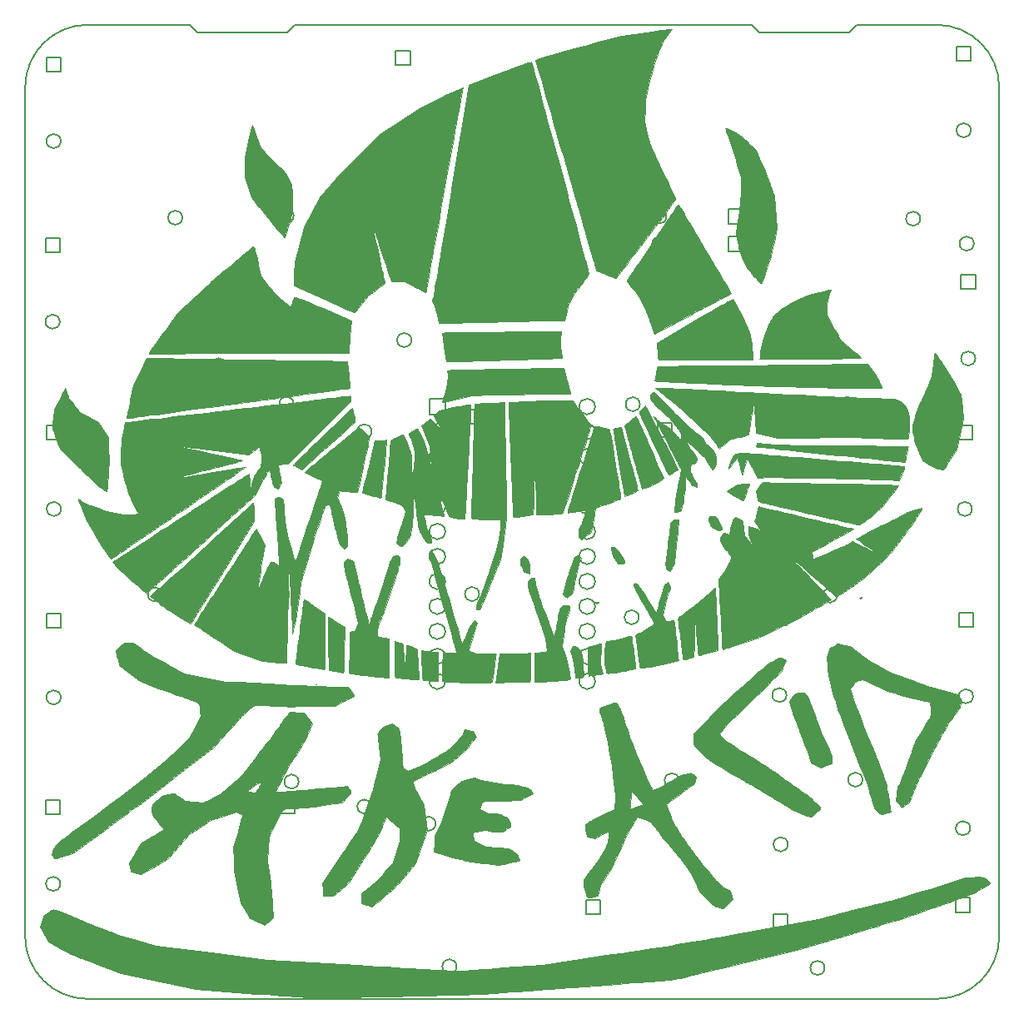
<source format=gbr>
%TF.GenerationSoftware,KiCad,Pcbnew,(5.0.0)*%
%TF.CreationDate,2018-08-20T15:42:57+03:00*%
%TF.ProjectId,Lysergic25,4C7973657267696332352E6B69636164,rev?*%
%TF.SameCoordinates,Original*%
%TF.FileFunction,Legend,Top*%
%TF.FilePolarity,Positive*%
%FSLAX46Y46*%
G04 Gerber Fmt 4.6, Leading zero omitted, Abs format (unit mm)*
G04 Created by KiCad (PCBNEW (5.0.0)) date 08/20/18 15:42:57*
%MOMM*%
%LPD*%
G01*
G04 APERTURE LIST*
%ADD10C,0.150000*%
%ADD11C,0.010000*%
G04 APERTURE END LIST*
D10*
X73152000Y-83820000D02*
X81280000Y-83820000D01*
X16002000Y-83820000D02*
X62484000Y-83820000D01*
X5334000Y-83820000D02*
X-5080000Y-83820000D01*
X72390000Y-84582000D02*
X73152000Y-83820000D01*
X71882000Y-84582000D02*
X72390000Y-84582000D01*
X63246000Y-84582000D02*
X62484000Y-83820000D01*
X63754000Y-84582000D02*
X63246000Y-84582000D01*
X6096000Y-84582000D02*
X5334000Y-83820000D01*
X6604000Y-84582000D02*
X6096000Y-84582000D01*
X15240000Y-84582000D02*
X16002000Y-83820000D01*
X14732000Y-84582000D02*
X15240000Y-84582000D01*
X7112000Y-84582000D02*
X6604000Y-84582000D01*
X14224000Y-84582000D02*
X14732000Y-84582000D01*
X64262000Y-84582000D02*
X63754000Y-84582000D01*
X71374000Y-84582000D02*
X71882000Y-84582000D01*
X7366000Y-84582000D02*
X7112000Y-84582000D01*
X13970000Y-84582000D02*
X14224000Y-84582000D01*
X64516000Y-84582000D02*
X64262000Y-84582000D01*
X71120000Y-84582000D02*
X71374000Y-84582000D01*
X7366000Y-84582000D02*
X7874000Y-84582000D01*
X13970000Y-84582000D02*
X13462000Y-84582000D01*
X64516000Y-84582000D02*
X65024000Y-84582000D01*
X71120000Y-84582000D02*
X70612000Y-84582000D01*
X65024000Y-84582000D02*
X70612000Y-84582000D01*
X7874000Y-84582000D02*
X13462000Y-84582000D01*
X-11430000Y-90170000D02*
X-11430000Y-176530000D01*
X87630000Y-176530000D02*
X87630000Y-90170000D01*
X-5080000Y-182880000D02*
X81280000Y-182880000D01*
X-5080000Y-182880000D02*
G75*
G02X-11430000Y-176530000I0J6350000D01*
G01*
X-5080000Y-83820000D02*
G75*
G03X-11430000Y-90170000I0J-6350000D01*
G01*
X87630000Y-176530000D02*
G75*
G02X81280000Y-182880000I-6350000J0D01*
G01*
X81280000Y-83820000D02*
G75*
G02X87630000Y-90170000I0J-6350000D01*
G01*
D11*
%TO.C,G\002A\002A\002A*%
G36*
X11684258Y-94050187D02*
X11738795Y-94185252D01*
X11821080Y-94394771D01*
X11925470Y-94664317D01*
X12046322Y-94979463D01*
X12112412Y-95152923D01*
X12553122Y-96312077D01*
X13197517Y-97047087D01*
X13457995Y-97333197D01*
X13745800Y-97631186D01*
X14032888Y-97913122D01*
X14291214Y-98151072D01*
X14396243Y-98241034D01*
X14616743Y-98425306D01*
X14778564Y-98570308D01*
X14901714Y-98701424D01*
X15006200Y-98844036D01*
X15112029Y-99023526D01*
X15239211Y-99265276D01*
X15305123Y-99394059D01*
X15659673Y-100088148D01*
X15727436Y-100799160D01*
X15756597Y-101171048D01*
X15767505Y-101512351D01*
X15760231Y-101867534D01*
X15734845Y-102281064D01*
X15729920Y-102345247D01*
X15704787Y-102642786D01*
X15677510Y-102891831D01*
X15642779Y-103118320D01*
X15595288Y-103348189D01*
X15529729Y-103607375D01*
X15440793Y-103921815D01*
X15333020Y-104284670D01*
X15232169Y-104616480D01*
X15140104Y-104911788D01*
X15062063Y-105154400D01*
X15003285Y-105328122D01*
X14969007Y-105416759D01*
X14964434Y-105424202D01*
X14920906Y-105392849D01*
X14816672Y-105286691D01*
X14661131Y-105116249D01*
X14463683Y-104892047D01*
X14233727Y-104624608D01*
X13980664Y-104324453D01*
X13961165Y-104301096D01*
X13656130Y-103933317D01*
X13329439Y-103535720D01*
X13001517Y-103133418D01*
X12692791Y-102751525D01*
X12423685Y-102415154D01*
X12300440Y-102259255D01*
X11606019Y-101375704D01*
X11237505Y-100343339D01*
X10868991Y-99310975D01*
X10868991Y-97353100D01*
X11261753Y-95683668D01*
X11358855Y-95271749D01*
X11447771Y-94896117D01*
X11525390Y-94569795D01*
X11588599Y-94305803D01*
X11634288Y-94117163D01*
X11659344Y-94016896D01*
X11663109Y-94004002D01*
X11684258Y-94050187D01*
X11684258Y-94050187D01*
G37*
X11684258Y-94050187D02*
X11738795Y-94185252D01*
X11821080Y-94394771D01*
X11925470Y-94664317D01*
X12046322Y-94979463D01*
X12112412Y-95152923D01*
X12553122Y-96312077D01*
X13197517Y-97047087D01*
X13457995Y-97333197D01*
X13745800Y-97631186D01*
X14032888Y-97913122D01*
X14291214Y-98151072D01*
X14396243Y-98241034D01*
X14616743Y-98425306D01*
X14778564Y-98570308D01*
X14901714Y-98701424D01*
X15006200Y-98844036D01*
X15112029Y-99023526D01*
X15239211Y-99265276D01*
X15305123Y-99394059D01*
X15659673Y-100088148D01*
X15727436Y-100799160D01*
X15756597Y-101171048D01*
X15767505Y-101512351D01*
X15760231Y-101867534D01*
X15734845Y-102281064D01*
X15729920Y-102345247D01*
X15704787Y-102642786D01*
X15677510Y-102891831D01*
X15642779Y-103118320D01*
X15595288Y-103348189D01*
X15529729Y-103607375D01*
X15440793Y-103921815D01*
X15333020Y-104284670D01*
X15232169Y-104616480D01*
X15140104Y-104911788D01*
X15062063Y-105154400D01*
X15003285Y-105328122D01*
X14969007Y-105416759D01*
X14964434Y-105424202D01*
X14920906Y-105392849D01*
X14816672Y-105286691D01*
X14661131Y-105116249D01*
X14463683Y-104892047D01*
X14233727Y-104624608D01*
X13980664Y-104324453D01*
X13961165Y-104301096D01*
X13656130Y-103933317D01*
X13329439Y-103535720D01*
X13001517Y-103133418D01*
X12692791Y-102751525D01*
X12423685Y-102415154D01*
X12300440Y-102259255D01*
X11606019Y-101375704D01*
X11237505Y-100343339D01*
X10868991Y-99310975D01*
X10868991Y-97353100D01*
X11261753Y-95683668D01*
X11358855Y-95271749D01*
X11447771Y-94896117D01*
X11525390Y-94569795D01*
X11588599Y-94305803D01*
X11634288Y-94117163D01*
X11659344Y-94016896D01*
X11663109Y-94004002D01*
X11684258Y-94050187D01*
G36*
X54284560Y-84282180D02*
X54205868Y-84402289D01*
X54082298Y-84574469D01*
X53925803Y-84781553D01*
X53901049Y-84813509D01*
X53750261Y-85011476D01*
X53626281Y-85187060D01*
X53517912Y-85361093D01*
X53413960Y-85554406D01*
X53303229Y-85787829D01*
X53174524Y-86082193D01*
X53016648Y-86458330D01*
X53015321Y-86461523D01*
X52892402Y-86759798D01*
X52788613Y-87020023D01*
X52698732Y-87259329D01*
X52617538Y-87494847D01*
X52539809Y-87743706D01*
X52460323Y-88023038D01*
X52373858Y-88349972D01*
X52275193Y-88741639D01*
X52159107Y-89215169D01*
X52093281Y-89486409D01*
X51625128Y-91419018D01*
X51590099Y-92495757D01*
X51555071Y-93572496D01*
X51828854Y-94814887D01*
X52102638Y-96057278D01*
X53412268Y-98784105D01*
X53717255Y-99421125D01*
X53975354Y-99964758D01*
X54188990Y-100420428D01*
X54360592Y-100793560D01*
X54492584Y-101089578D01*
X54587395Y-101313907D01*
X54647450Y-101471972D01*
X54675176Y-101569197D01*
X54675336Y-101607657D01*
X54631298Y-101674485D01*
X54527104Y-101819870D01*
X54368495Y-102036240D01*
X54161213Y-102316021D01*
X53910998Y-102651641D01*
X53623591Y-103035527D01*
X53304734Y-103460106D01*
X52960167Y-103917804D01*
X52595631Y-104401051D01*
X52216867Y-104902272D01*
X51829617Y-105413894D01*
X51439620Y-105928346D01*
X51052619Y-106438054D01*
X50674353Y-106935445D01*
X50310565Y-107412946D01*
X49966994Y-107862985D01*
X49649382Y-108277989D01*
X49363471Y-108650385D01*
X49115000Y-108972600D01*
X48909710Y-109237062D01*
X48753344Y-109436197D01*
X48651641Y-109562432D01*
X48610343Y-109608196D01*
X48610078Y-109608247D01*
X48544292Y-109587143D01*
X48394488Y-109527898D01*
X48177439Y-109437498D01*
X47909919Y-109322933D01*
X47608704Y-109191190D01*
X47605546Y-109189795D01*
X46656230Y-108770444D01*
X46546787Y-108404948D01*
X46501081Y-108250542D01*
X46428299Y-108002315D01*
X46330223Y-107666430D01*
X46208637Y-107249050D01*
X46065322Y-106756336D01*
X45902062Y-106194453D01*
X45720639Y-105569560D01*
X45522836Y-104887822D01*
X45310435Y-104155400D01*
X45085219Y-103378458D01*
X44848971Y-102563156D01*
X44603473Y-101715658D01*
X44350508Y-100842126D01*
X44091859Y-99948723D01*
X43829308Y-99041610D01*
X43564638Y-98126951D01*
X43299632Y-97210907D01*
X43036071Y-96299642D01*
X42775740Y-95399316D01*
X42520420Y-94516093D01*
X42271895Y-93656136D01*
X42031946Y-92825606D01*
X41802357Y-92030666D01*
X41584910Y-91277478D01*
X41381388Y-90572206D01*
X41193573Y-89921010D01*
X41023249Y-89330053D01*
X40872197Y-88805499D01*
X40742200Y-88353509D01*
X40635042Y-87980245D01*
X40552504Y-87691871D01*
X40496370Y-87494548D01*
X40468422Y-87394439D01*
X40465513Y-87382787D01*
X40517566Y-87355203D01*
X40668369Y-87301741D01*
X40909882Y-87224676D01*
X41234069Y-87126282D01*
X41632892Y-87008833D01*
X42098313Y-86874604D01*
X42622296Y-86725869D01*
X43196801Y-86564902D01*
X43813792Y-86393977D01*
X44465231Y-86215369D01*
X45143080Y-86031351D01*
X45839302Y-85844199D01*
X46545860Y-85656186D01*
X46870730Y-85570407D01*
X49272687Y-84937796D01*
X51776322Y-84571317D01*
X52288643Y-84496966D01*
X52766839Y-84428806D01*
X53199960Y-84368307D01*
X53577052Y-84316943D01*
X53887164Y-84276185D01*
X54119344Y-84247504D01*
X54262641Y-84232373D01*
X54306424Y-84231305D01*
X54284560Y-84282180D01*
X54284560Y-84282180D01*
G37*
X54284560Y-84282180D02*
X54205868Y-84402289D01*
X54082298Y-84574469D01*
X53925803Y-84781553D01*
X53901049Y-84813509D01*
X53750261Y-85011476D01*
X53626281Y-85187060D01*
X53517912Y-85361093D01*
X53413960Y-85554406D01*
X53303229Y-85787829D01*
X53174524Y-86082193D01*
X53016648Y-86458330D01*
X53015321Y-86461523D01*
X52892402Y-86759798D01*
X52788613Y-87020023D01*
X52698732Y-87259329D01*
X52617538Y-87494847D01*
X52539809Y-87743706D01*
X52460323Y-88023038D01*
X52373858Y-88349972D01*
X52275193Y-88741639D01*
X52159107Y-89215169D01*
X52093281Y-89486409D01*
X51625128Y-91419018D01*
X51590099Y-92495757D01*
X51555071Y-93572496D01*
X51828854Y-94814887D01*
X52102638Y-96057278D01*
X53412268Y-98784105D01*
X53717255Y-99421125D01*
X53975354Y-99964758D01*
X54188990Y-100420428D01*
X54360592Y-100793560D01*
X54492584Y-101089578D01*
X54587395Y-101313907D01*
X54647450Y-101471972D01*
X54675176Y-101569197D01*
X54675336Y-101607657D01*
X54631298Y-101674485D01*
X54527104Y-101819870D01*
X54368495Y-102036240D01*
X54161213Y-102316021D01*
X53910998Y-102651641D01*
X53623591Y-103035527D01*
X53304734Y-103460106D01*
X52960167Y-103917804D01*
X52595631Y-104401051D01*
X52216867Y-104902272D01*
X51829617Y-105413894D01*
X51439620Y-105928346D01*
X51052619Y-106438054D01*
X50674353Y-106935445D01*
X50310565Y-107412946D01*
X49966994Y-107862985D01*
X49649382Y-108277989D01*
X49363471Y-108650385D01*
X49115000Y-108972600D01*
X48909710Y-109237062D01*
X48753344Y-109436197D01*
X48651641Y-109562432D01*
X48610343Y-109608196D01*
X48610078Y-109608247D01*
X48544292Y-109587143D01*
X48394488Y-109527898D01*
X48177439Y-109437498D01*
X47909919Y-109322933D01*
X47608704Y-109191190D01*
X47605546Y-109189795D01*
X46656230Y-108770444D01*
X46546787Y-108404948D01*
X46501081Y-108250542D01*
X46428299Y-108002315D01*
X46330223Y-107666430D01*
X46208637Y-107249050D01*
X46065322Y-106756336D01*
X45902062Y-106194453D01*
X45720639Y-105569560D01*
X45522836Y-104887822D01*
X45310435Y-104155400D01*
X45085219Y-103378458D01*
X44848971Y-102563156D01*
X44603473Y-101715658D01*
X44350508Y-100842126D01*
X44091859Y-99948723D01*
X43829308Y-99041610D01*
X43564638Y-98126951D01*
X43299632Y-97210907D01*
X43036071Y-96299642D01*
X42775740Y-95399316D01*
X42520420Y-94516093D01*
X42271895Y-93656136D01*
X42031946Y-92825606D01*
X41802357Y-92030666D01*
X41584910Y-91277478D01*
X41381388Y-90572206D01*
X41193573Y-89921010D01*
X41023249Y-89330053D01*
X40872197Y-88805499D01*
X40742200Y-88353509D01*
X40635042Y-87980245D01*
X40552504Y-87691871D01*
X40496370Y-87494548D01*
X40468422Y-87394439D01*
X40465513Y-87382787D01*
X40517566Y-87355203D01*
X40668369Y-87301741D01*
X40909882Y-87224676D01*
X41234069Y-87126282D01*
X41632892Y-87008833D01*
X42098313Y-86874604D01*
X42622296Y-86725869D01*
X43196801Y-86564902D01*
X43813792Y-86393977D01*
X44465231Y-86215369D01*
X45143080Y-86031351D01*
X45839302Y-85844199D01*
X46545860Y-85656186D01*
X46870730Y-85570407D01*
X49272687Y-84937796D01*
X51776322Y-84571317D01*
X52288643Y-84496966D01*
X52766839Y-84428806D01*
X53199960Y-84368307D01*
X53577052Y-84316943D01*
X53887164Y-84276185D01*
X54119344Y-84247504D01*
X54262641Y-84232373D01*
X54306424Y-84231305D01*
X54284560Y-84282180D01*
G36*
X59930293Y-94348184D02*
X60143445Y-94434184D01*
X60417487Y-94568795D01*
X60737475Y-94744879D01*
X60951402Y-94871153D01*
X61236949Y-95050743D01*
X61481490Y-95223165D01*
X61713775Y-95411625D01*
X61962555Y-95639326D01*
X62232093Y-95904802D01*
X62877548Y-96554235D01*
X63434051Y-97783957D01*
X63621899Y-98209955D01*
X63821545Y-98681538D01*
X64018821Y-99163949D01*
X64199558Y-99622437D01*
X64349590Y-100022247D01*
X64372377Y-100085680D01*
X64754200Y-101157681D01*
X65048182Y-104505539D01*
X64738029Y-105938914D01*
X64624484Y-106451776D01*
X64520809Y-106888565D01*
X64417756Y-107281977D01*
X64306079Y-107664707D01*
X64176532Y-108069451D01*
X64019867Y-108528904D01*
X63945716Y-108740496D01*
X63815922Y-109105924D01*
X63697268Y-109434496D01*
X63594833Y-109712592D01*
X63513695Y-109926588D01*
X63458931Y-110062865D01*
X63435948Y-110107934D01*
X63374577Y-110081201D01*
X63263794Y-110017521D01*
X63257537Y-110013654D01*
X63173384Y-109940792D01*
X63035252Y-109797858D01*
X62857949Y-109601177D01*
X62656286Y-109367072D01*
X62494932Y-109173058D01*
X62259379Y-108881706D01*
X62079261Y-108646527D01*
X61937437Y-108440452D01*
X61816771Y-108236414D01*
X61700122Y-108007344D01*
X61570352Y-107726174D01*
X61549905Y-107680539D01*
X61428832Y-107405234D01*
X61336058Y-107177875D01*
X61263692Y-106971145D01*
X61203842Y-106757729D01*
X61148615Y-106510310D01*
X61090119Y-106201573D01*
X61039395Y-105913583D01*
X60862111Y-104892061D01*
X61098527Y-103290757D01*
X61168288Y-102813492D01*
X61222860Y-102423383D01*
X61264111Y-102098475D01*
X61293908Y-101816815D01*
X61314119Y-101556448D01*
X61326609Y-101295420D01*
X61333247Y-101011777D01*
X61335899Y-100683564D01*
X61336315Y-100494795D01*
X61337687Y-99300137D01*
X60977562Y-98037621D01*
X60842038Y-97577158D01*
X60681818Y-97056219D01*
X60510181Y-96516560D01*
X60340410Y-95999931D01*
X60185783Y-95548088D01*
X60185230Y-95546518D01*
X60065510Y-95201617D01*
X59961863Y-94894123D01*
X59878860Y-94638347D01*
X59821069Y-94448599D01*
X59793059Y-94339188D01*
X59792978Y-94317931D01*
X59930293Y-94348184D01*
X59930293Y-94348184D01*
G37*
X59930293Y-94348184D02*
X60143445Y-94434184D01*
X60417487Y-94568795D01*
X60737475Y-94744879D01*
X60951402Y-94871153D01*
X61236949Y-95050743D01*
X61481490Y-95223165D01*
X61713775Y-95411625D01*
X61962555Y-95639326D01*
X62232093Y-95904802D01*
X62877548Y-96554235D01*
X63434051Y-97783957D01*
X63621899Y-98209955D01*
X63821545Y-98681538D01*
X64018821Y-99163949D01*
X64199558Y-99622437D01*
X64349590Y-100022247D01*
X64372377Y-100085680D01*
X64754200Y-101157681D01*
X65048182Y-104505539D01*
X64738029Y-105938914D01*
X64624484Y-106451776D01*
X64520809Y-106888565D01*
X64417756Y-107281977D01*
X64306079Y-107664707D01*
X64176532Y-108069451D01*
X64019867Y-108528904D01*
X63945716Y-108740496D01*
X63815922Y-109105924D01*
X63697268Y-109434496D01*
X63594833Y-109712592D01*
X63513695Y-109926588D01*
X63458931Y-110062865D01*
X63435948Y-110107934D01*
X63374577Y-110081201D01*
X63263794Y-110017521D01*
X63257537Y-110013654D01*
X63173384Y-109940792D01*
X63035252Y-109797858D01*
X62857949Y-109601177D01*
X62656286Y-109367072D01*
X62494932Y-109173058D01*
X62259379Y-108881706D01*
X62079261Y-108646527D01*
X61937437Y-108440452D01*
X61816771Y-108236414D01*
X61700122Y-108007344D01*
X61570352Y-107726174D01*
X61549905Y-107680539D01*
X61428832Y-107405234D01*
X61336058Y-107177875D01*
X61263692Y-106971145D01*
X61203842Y-106757729D01*
X61148615Y-106510310D01*
X61090119Y-106201573D01*
X61039395Y-105913583D01*
X60862111Y-104892061D01*
X61098527Y-103290757D01*
X61168288Y-102813492D01*
X61222860Y-102423383D01*
X61264111Y-102098475D01*
X61293908Y-101816815D01*
X61314119Y-101556448D01*
X61326609Y-101295420D01*
X61333247Y-101011777D01*
X61335899Y-100683564D01*
X61336315Y-100494795D01*
X61337687Y-99300137D01*
X60977562Y-98037621D01*
X60842038Y-97577158D01*
X60681818Y-97056219D01*
X60510181Y-96516560D01*
X60340410Y-95999931D01*
X60185783Y-95548088D01*
X60185230Y-95546518D01*
X60065510Y-95201617D01*
X59961863Y-94894123D01*
X59878860Y-94638347D01*
X59821069Y-94448599D01*
X59793059Y-94339188D01*
X59792978Y-94317931D01*
X59930293Y-94348184D01*
G36*
X33046895Y-90235749D02*
X33020128Y-90394974D01*
X32975922Y-90649991D01*
X32915437Y-90994379D01*
X32839834Y-91421718D01*
X32750273Y-91925587D01*
X32647914Y-92499565D01*
X32533917Y-93137231D01*
X32409442Y-93832165D01*
X32275650Y-94577945D01*
X32133701Y-95368151D01*
X31984754Y-96196363D01*
X31829970Y-97056159D01*
X31670510Y-97941118D01*
X31507533Y-98844821D01*
X31342200Y-99760845D01*
X31175670Y-100682771D01*
X31009105Y-101604178D01*
X30843664Y-102518644D01*
X30680506Y-103419749D01*
X30520794Y-104301073D01*
X30365686Y-105156194D01*
X30216343Y-105978692D01*
X30073925Y-106762146D01*
X29939592Y-107500135D01*
X29814505Y-108186239D01*
X29699823Y-108814036D01*
X29596707Y-109377106D01*
X29506317Y-109869028D01*
X29429814Y-110283382D01*
X29368356Y-110613746D01*
X29323105Y-110853700D01*
X29295221Y-110996823D01*
X29286045Y-111037544D01*
X29234481Y-111018928D01*
X29112872Y-110953990D01*
X28944527Y-110855406D01*
X28889743Y-110821995D01*
X28688948Y-110706023D01*
X28422376Y-110562618D01*
X28124793Y-110410023D01*
X27831424Y-110266696D01*
X27151900Y-109944452D01*
X25802933Y-109944452D01*
X25490071Y-108991952D01*
X25395587Y-108703962D01*
X25273724Y-108332000D01*
X25131357Y-107897080D01*
X24975363Y-107420217D01*
X24812616Y-106922428D01*
X24649992Y-106424727D01*
X24559075Y-106146339D01*
X24416875Y-105713213D01*
X24285012Y-105316133D01*
X24167433Y-104966638D01*
X24068085Y-104676267D01*
X23990915Y-104456560D01*
X23939871Y-104319054D01*
X23918982Y-104275186D01*
X23926056Y-104331774D01*
X23954516Y-104486195D01*
X24002285Y-104728368D01*
X24067287Y-105048213D01*
X24147447Y-105435650D01*
X24240687Y-105880598D01*
X24344933Y-106372976D01*
X24458108Y-106902703D01*
X24506050Y-107125751D01*
X24622928Y-107670515D01*
X24732344Y-108184231D01*
X24832136Y-108656487D01*
X24920140Y-109076868D01*
X24994194Y-109434960D01*
X25052135Y-109720350D01*
X25091801Y-109922623D01*
X25111028Y-110031367D01*
X25112525Y-110046035D01*
X25067425Y-110108837D01*
X24941353Y-110223769D01*
X24745330Y-110381863D01*
X24490377Y-110574150D01*
X24253461Y-110745105D01*
X23396951Y-111352496D01*
X22751340Y-112220039D01*
X22549829Y-112487195D01*
X22368326Y-112720983D01*
X22217769Y-112907868D01*
X22109091Y-113034315D01*
X22053230Y-113086787D01*
X22050513Y-113087471D01*
X21991672Y-113065142D01*
X21841259Y-113000838D01*
X21608130Y-112898522D01*
X21301139Y-112762155D01*
X20929141Y-112595700D01*
X20500992Y-112403120D01*
X20025546Y-112188378D01*
X19511659Y-111955435D01*
X18968185Y-111708255D01*
X18958339Y-111703769D01*
X15921382Y-110320178D01*
X15937648Y-109124598D01*
X15953913Y-107929018D01*
X16954821Y-104450322D01*
X18539977Y-101358148D01*
X19593095Y-100115757D01*
X19871899Y-99790152D01*
X20142448Y-99481922D01*
X20415977Y-99179343D01*
X20703720Y-98870691D01*
X21016912Y-98544245D01*
X21366788Y-98188279D01*
X21764582Y-97791071D01*
X22221529Y-97340897D01*
X22701189Y-96872444D01*
X24756165Y-94871523D01*
X28709429Y-92264873D01*
X30874101Y-91201600D01*
X31326849Y-90980284D01*
X31748211Y-90776376D01*
X32128076Y-90594618D01*
X32456333Y-90439753D01*
X32722871Y-90316522D01*
X32917579Y-90229667D01*
X33030346Y-90183931D01*
X33055063Y-90178736D01*
X33046895Y-90235749D01*
X33046895Y-90235749D01*
G37*
X33046895Y-90235749D02*
X33020128Y-90394974D01*
X32975922Y-90649991D01*
X32915437Y-90994379D01*
X32839834Y-91421718D01*
X32750273Y-91925587D01*
X32647914Y-92499565D01*
X32533917Y-93137231D01*
X32409442Y-93832165D01*
X32275650Y-94577945D01*
X32133701Y-95368151D01*
X31984754Y-96196363D01*
X31829970Y-97056159D01*
X31670510Y-97941118D01*
X31507533Y-98844821D01*
X31342200Y-99760845D01*
X31175670Y-100682771D01*
X31009105Y-101604178D01*
X30843664Y-102518644D01*
X30680506Y-103419749D01*
X30520794Y-104301073D01*
X30365686Y-105156194D01*
X30216343Y-105978692D01*
X30073925Y-106762146D01*
X29939592Y-107500135D01*
X29814505Y-108186239D01*
X29699823Y-108814036D01*
X29596707Y-109377106D01*
X29506317Y-109869028D01*
X29429814Y-110283382D01*
X29368356Y-110613746D01*
X29323105Y-110853700D01*
X29295221Y-110996823D01*
X29286045Y-111037544D01*
X29234481Y-111018928D01*
X29112872Y-110953990D01*
X28944527Y-110855406D01*
X28889743Y-110821995D01*
X28688948Y-110706023D01*
X28422376Y-110562618D01*
X28124793Y-110410023D01*
X27831424Y-110266696D01*
X27151900Y-109944452D01*
X25802933Y-109944452D01*
X25490071Y-108991952D01*
X25395587Y-108703962D01*
X25273724Y-108332000D01*
X25131357Y-107897080D01*
X24975363Y-107420217D01*
X24812616Y-106922428D01*
X24649992Y-106424727D01*
X24559075Y-106146339D01*
X24416875Y-105713213D01*
X24285012Y-105316133D01*
X24167433Y-104966638D01*
X24068085Y-104676267D01*
X23990915Y-104456560D01*
X23939871Y-104319054D01*
X23918982Y-104275186D01*
X23926056Y-104331774D01*
X23954516Y-104486195D01*
X24002285Y-104728368D01*
X24067287Y-105048213D01*
X24147447Y-105435650D01*
X24240687Y-105880598D01*
X24344933Y-106372976D01*
X24458108Y-106902703D01*
X24506050Y-107125751D01*
X24622928Y-107670515D01*
X24732344Y-108184231D01*
X24832136Y-108656487D01*
X24920140Y-109076868D01*
X24994194Y-109434960D01*
X25052135Y-109720350D01*
X25091801Y-109922623D01*
X25111028Y-110031367D01*
X25112525Y-110046035D01*
X25067425Y-110108837D01*
X24941353Y-110223769D01*
X24745330Y-110381863D01*
X24490377Y-110574150D01*
X24253461Y-110745105D01*
X23396951Y-111352496D01*
X22751340Y-112220039D01*
X22549829Y-112487195D01*
X22368326Y-112720983D01*
X22217769Y-112907868D01*
X22109091Y-113034315D01*
X22053230Y-113086787D01*
X22050513Y-113087471D01*
X21991672Y-113065142D01*
X21841259Y-113000838D01*
X21608130Y-112898522D01*
X21301139Y-112762155D01*
X20929141Y-112595700D01*
X20500992Y-112403120D01*
X20025546Y-112188378D01*
X19511659Y-111955435D01*
X18968185Y-111708255D01*
X18958339Y-111703769D01*
X15921382Y-110320178D01*
X15937648Y-109124598D01*
X15953913Y-107929018D01*
X16954821Y-104450322D01*
X18539977Y-101358148D01*
X19593095Y-100115757D01*
X19871899Y-99790152D01*
X20142448Y-99481922D01*
X20415977Y-99179343D01*
X20703720Y-98870691D01*
X21016912Y-98544245D01*
X21366788Y-98188279D01*
X21764582Y-97791071D01*
X22221529Y-97340897D01*
X22701189Y-96872444D01*
X24756165Y-94871523D01*
X28709429Y-92264873D01*
X30874101Y-91201600D01*
X31326849Y-90980284D01*
X31748211Y-90776376D01*
X32128076Y-90594618D01*
X32456333Y-90439753D01*
X32722871Y-90316522D01*
X32917579Y-90229667D01*
X33030346Y-90183931D01*
X33055063Y-90178736D01*
X33046895Y-90235749D01*
G36*
X40055323Y-87594552D02*
X40072274Y-87649703D01*
X40116295Y-87805331D01*
X40185720Y-88055281D01*
X40278884Y-88393400D01*
X40394121Y-88813534D01*
X40529766Y-89309527D01*
X40684153Y-89875226D01*
X40855618Y-90504478D01*
X41042494Y-91191127D01*
X41243117Y-91929019D01*
X41455820Y-92712002D01*
X41678939Y-93533919D01*
X41910809Y-94388618D01*
X42149762Y-95269944D01*
X42394136Y-96171742D01*
X42642263Y-97087860D01*
X42892478Y-98012142D01*
X43143117Y-98938435D01*
X43392513Y-99860584D01*
X43639002Y-100772435D01*
X43880917Y-101667834D01*
X44116594Y-102540627D01*
X44344367Y-103384660D01*
X44562570Y-104193779D01*
X44769539Y-104961830D01*
X44963608Y-105682657D01*
X45143111Y-106350108D01*
X45306383Y-106958028D01*
X45451759Y-107500263D01*
X45577573Y-107970659D01*
X45682159Y-108363061D01*
X45763854Y-108671316D01*
X45820990Y-108889270D01*
X45851903Y-109010768D01*
X45856995Y-109033365D01*
X45858966Y-109095673D01*
X45840040Y-109169767D01*
X45792563Y-109267650D01*
X45708884Y-109401326D01*
X45581350Y-109582800D01*
X45402309Y-109824074D01*
X45164110Y-110137152D01*
X45100182Y-110220539D01*
X44706910Y-110748896D01*
X44385345Y-111219349D01*
X44126487Y-111649373D01*
X43921335Y-112056446D01*
X43760887Y-112458041D01*
X43636145Y-112871637D01*
X43557383Y-113216083D01*
X43426318Y-113864887D01*
X42843198Y-113865849D01*
X42642798Y-113867694D01*
X42350732Y-113872469D01*
X41985721Y-113879763D01*
X41566483Y-113889168D01*
X41111739Y-113900274D01*
X40640207Y-113912672D01*
X40410296Y-113919049D01*
X40007132Y-113930177D01*
X39510643Y-113943457D01*
X38937908Y-113958455D01*
X38306005Y-113974735D01*
X37632012Y-113991863D01*
X36933010Y-114009404D01*
X36226076Y-114026923D01*
X35528291Y-114043984D01*
X35054209Y-114055428D01*
X34427694Y-114070633D01*
X33822937Y-114085637D01*
X33250841Y-114100149D01*
X32722313Y-114113876D01*
X32248257Y-114126528D01*
X31839581Y-114137812D01*
X31507189Y-114147438D01*
X31261986Y-114155113D01*
X31114879Y-114160545D01*
X31103630Y-114161067D01*
X30659357Y-114182564D01*
X30565149Y-113630489D01*
X30419382Y-113027284D01*
X30215334Y-112472847D01*
X29959727Y-111867281D01*
X30068472Y-111494500D01*
X30088418Y-111402830D01*
X30125406Y-111207675D01*
X30178503Y-110914511D01*
X30246777Y-110528817D01*
X30329295Y-110056070D01*
X30425125Y-109501747D01*
X30533336Y-108871325D01*
X30652993Y-108170281D01*
X30783166Y-107404093D01*
X30922922Y-106578238D01*
X31071328Y-105698194D01*
X31227452Y-104769436D01*
X31390363Y-103797443D01*
X31559126Y-102787693D01*
X31732812Y-101745661D01*
X31910485Y-100676826D01*
X31936189Y-100521962D01*
X33695162Y-89922204D01*
X35244359Y-89308254D01*
X35620946Y-89161037D01*
X36038643Y-89001270D01*
X36485882Y-88833075D01*
X36951095Y-88660570D01*
X37422714Y-88487877D01*
X37889171Y-88319116D01*
X38338899Y-88158409D01*
X38760329Y-88009875D01*
X39141894Y-87877635D01*
X39472025Y-87765809D01*
X39739156Y-87678519D01*
X39931717Y-87619885D01*
X40038142Y-87594027D01*
X40055323Y-87594552D01*
X40055323Y-87594552D01*
G37*
X40055323Y-87594552D02*
X40072274Y-87649703D01*
X40116295Y-87805331D01*
X40185720Y-88055281D01*
X40278884Y-88393400D01*
X40394121Y-88813534D01*
X40529766Y-89309527D01*
X40684153Y-89875226D01*
X40855618Y-90504478D01*
X41042494Y-91191127D01*
X41243117Y-91929019D01*
X41455820Y-92712002D01*
X41678939Y-93533919D01*
X41910809Y-94388618D01*
X42149762Y-95269944D01*
X42394136Y-96171742D01*
X42642263Y-97087860D01*
X42892478Y-98012142D01*
X43143117Y-98938435D01*
X43392513Y-99860584D01*
X43639002Y-100772435D01*
X43880917Y-101667834D01*
X44116594Y-102540627D01*
X44344367Y-103384660D01*
X44562570Y-104193779D01*
X44769539Y-104961830D01*
X44963608Y-105682657D01*
X45143111Y-106350108D01*
X45306383Y-106958028D01*
X45451759Y-107500263D01*
X45577573Y-107970659D01*
X45682159Y-108363061D01*
X45763854Y-108671316D01*
X45820990Y-108889270D01*
X45851903Y-109010768D01*
X45856995Y-109033365D01*
X45858966Y-109095673D01*
X45840040Y-109169767D01*
X45792563Y-109267650D01*
X45708884Y-109401326D01*
X45581350Y-109582800D01*
X45402309Y-109824074D01*
X45164110Y-110137152D01*
X45100182Y-110220539D01*
X44706910Y-110748896D01*
X44385345Y-111219349D01*
X44126487Y-111649373D01*
X43921335Y-112056446D01*
X43760887Y-112458041D01*
X43636145Y-112871637D01*
X43557383Y-113216083D01*
X43426318Y-113864887D01*
X42843198Y-113865849D01*
X42642798Y-113867694D01*
X42350732Y-113872469D01*
X41985721Y-113879763D01*
X41566483Y-113889168D01*
X41111739Y-113900274D01*
X40640207Y-113912672D01*
X40410296Y-113919049D01*
X40007132Y-113930177D01*
X39510643Y-113943457D01*
X38937908Y-113958455D01*
X38306005Y-113974735D01*
X37632012Y-113991863D01*
X36933010Y-114009404D01*
X36226076Y-114026923D01*
X35528291Y-114043984D01*
X35054209Y-114055428D01*
X34427694Y-114070633D01*
X33822937Y-114085637D01*
X33250841Y-114100149D01*
X32722313Y-114113876D01*
X32248257Y-114126528D01*
X31839581Y-114137812D01*
X31507189Y-114147438D01*
X31261986Y-114155113D01*
X31114879Y-114160545D01*
X31103630Y-114161067D01*
X30659357Y-114182564D01*
X30565149Y-113630489D01*
X30419382Y-113027284D01*
X30215334Y-112472847D01*
X29959727Y-111867281D01*
X30068472Y-111494500D01*
X30088418Y-111402830D01*
X30125406Y-111207675D01*
X30178503Y-110914511D01*
X30246777Y-110528817D01*
X30329295Y-110056070D01*
X30425125Y-109501747D01*
X30533336Y-108871325D01*
X30652993Y-108170281D01*
X30783166Y-107404093D01*
X30922922Y-106578238D01*
X31071328Y-105698194D01*
X31227452Y-104769436D01*
X31390363Y-103797443D01*
X31559126Y-102787693D01*
X31732812Y-101745661D01*
X31910485Y-100676826D01*
X31936189Y-100521962D01*
X33695162Y-89922204D01*
X35244359Y-89308254D01*
X35620946Y-89161037D01*
X36038643Y-89001270D01*
X36485882Y-88833075D01*
X36951095Y-88660570D01*
X37422714Y-88487877D01*
X37889171Y-88319116D01*
X38338899Y-88158409D01*
X38760329Y-88009875D01*
X39141894Y-87877635D01*
X39472025Y-87765809D01*
X39739156Y-87678519D01*
X39931717Y-87619885D01*
X40038142Y-87594027D01*
X40055323Y-87594552D01*
G36*
X55020535Y-102149558D02*
X55106412Y-102280569D01*
X55235211Y-102486242D01*
X55400586Y-102756204D01*
X55596192Y-103080082D01*
X55815681Y-103447502D01*
X56052707Y-103848093D01*
X56090294Y-103911952D01*
X56334071Y-104325833D01*
X56623740Y-104816646D01*
X56948677Y-105366444D01*
X57298259Y-105957281D01*
X57661861Y-106571212D01*
X58028860Y-107190290D01*
X58388631Y-107796569D01*
X58730552Y-108372103D01*
X58755744Y-108414477D01*
X59050274Y-108910817D01*
X59326567Y-109378283D01*
X59579668Y-109808370D01*
X59804626Y-110192571D01*
X59996487Y-110522381D01*
X60150299Y-110789292D01*
X60261109Y-110984801D01*
X60323964Y-111100400D01*
X60336649Y-111129548D01*
X60285672Y-111157927D01*
X60144343Y-111233788D01*
X59920055Y-111353218D01*
X59620203Y-111512308D01*
X59252184Y-111707147D01*
X58823390Y-111933823D01*
X58341218Y-112188425D01*
X57813063Y-112467043D01*
X57246318Y-112765766D01*
X56648380Y-113080682D01*
X56433918Y-113193574D01*
X52552104Y-115236684D01*
X52495403Y-115089155D01*
X52460496Y-114994461D01*
X52395037Y-114813322D01*
X52305353Y-114563389D01*
X52197774Y-114262312D01*
X52078628Y-113927743D01*
X52036669Y-113809670D01*
X51709613Y-112957048D01*
X51368104Y-112203896D01*
X51006397Y-111539593D01*
X50618747Y-110953518D01*
X50229747Y-110469174D01*
X50051201Y-110259465D01*
X49906388Y-110074997D01*
X49808094Y-109933167D01*
X49769108Y-109851372D01*
X49769716Y-109843275D01*
X49804436Y-109785996D01*
X49895649Y-109644755D01*
X50038248Y-109427248D01*
X50227126Y-109141173D01*
X50457175Y-108794223D01*
X50723288Y-108394097D01*
X51020357Y-107948490D01*
X51343274Y-107465097D01*
X51686932Y-106951616D01*
X51876825Y-106668275D01*
X52378052Y-105920762D01*
X52821390Y-105259665D01*
X53210454Y-104679676D01*
X53548855Y-104175487D01*
X53840207Y-103741789D01*
X54088124Y-103373276D01*
X54296218Y-103064638D01*
X54468103Y-102810567D01*
X54607392Y-102605755D01*
X54717698Y-102444894D01*
X54802634Y-102322675D01*
X54865814Y-102233791D01*
X54910850Y-102172934D01*
X54941356Y-102134794D01*
X54960945Y-102114064D01*
X54973231Y-102105436D01*
X54981826Y-102103602D01*
X54983928Y-102103583D01*
X55020535Y-102149558D01*
X55020535Y-102149558D01*
G37*
X55020535Y-102149558D02*
X55106412Y-102280569D01*
X55235211Y-102486242D01*
X55400586Y-102756204D01*
X55596192Y-103080082D01*
X55815681Y-103447502D01*
X56052707Y-103848093D01*
X56090294Y-103911952D01*
X56334071Y-104325833D01*
X56623740Y-104816646D01*
X56948677Y-105366444D01*
X57298259Y-105957281D01*
X57661861Y-106571212D01*
X58028860Y-107190290D01*
X58388631Y-107796569D01*
X58730552Y-108372103D01*
X58755744Y-108414477D01*
X59050274Y-108910817D01*
X59326567Y-109378283D01*
X59579668Y-109808370D01*
X59804626Y-110192571D01*
X59996487Y-110522381D01*
X60150299Y-110789292D01*
X60261109Y-110984801D01*
X60323964Y-111100400D01*
X60336649Y-111129548D01*
X60285672Y-111157927D01*
X60144343Y-111233788D01*
X59920055Y-111353218D01*
X59620203Y-111512308D01*
X59252184Y-111707147D01*
X58823390Y-111933823D01*
X58341218Y-112188425D01*
X57813063Y-112467043D01*
X57246318Y-112765766D01*
X56648380Y-113080682D01*
X56433918Y-113193574D01*
X52552104Y-115236684D01*
X52495403Y-115089155D01*
X52460496Y-114994461D01*
X52395037Y-114813322D01*
X52305353Y-114563389D01*
X52197774Y-114262312D01*
X52078628Y-113927743D01*
X52036669Y-113809670D01*
X51709613Y-112957048D01*
X51368104Y-112203896D01*
X51006397Y-111539593D01*
X50618747Y-110953518D01*
X50229747Y-110469174D01*
X50051201Y-110259465D01*
X49906388Y-110074997D01*
X49808094Y-109933167D01*
X49769108Y-109851372D01*
X49769716Y-109843275D01*
X49804436Y-109785996D01*
X49895649Y-109644755D01*
X50038248Y-109427248D01*
X50227126Y-109141173D01*
X50457175Y-108794223D01*
X50723288Y-108394097D01*
X51020357Y-107948490D01*
X51343274Y-107465097D01*
X51686932Y-106951616D01*
X51876825Y-106668275D01*
X52378052Y-105920762D01*
X52821390Y-105259665D01*
X53210454Y-104679676D01*
X53548855Y-104175487D01*
X53840207Y-103741789D01*
X54088124Y-103373276D01*
X54296218Y-103064638D01*
X54468103Y-102810567D01*
X54607392Y-102605755D01*
X54717698Y-102444894D01*
X54802634Y-102322675D01*
X54865814Y-102233791D01*
X54910850Y-102172934D01*
X54941356Y-102134794D01*
X54960945Y-102114064D01*
X54973231Y-102105436D01*
X54981826Y-102103602D01*
X54983928Y-102103583D01*
X55020535Y-102149558D01*
G36*
X11791645Y-106358854D02*
X11833995Y-106436698D01*
X11888959Y-106591748D01*
X11947420Y-106778920D01*
X12007366Y-106995719D01*
X12080473Y-107292333D01*
X12160097Y-107639936D01*
X12239591Y-108009697D01*
X12299214Y-108305086D01*
X12501947Y-109343763D01*
X13300578Y-110337958D01*
X13581610Y-110684490D01*
X13814117Y-110961567D01*
X14016047Y-111187921D01*
X14205350Y-111382283D01*
X14399976Y-111563386D01*
X14617875Y-111749960D01*
X14783446Y-111885430D01*
X15020364Y-112075426D01*
X15229677Y-112240324D01*
X15395306Y-112367688D01*
X15501173Y-112445081D01*
X15529349Y-112462369D01*
X15575133Y-112424613D01*
X15641852Y-112298501D01*
X15720554Y-112101994D01*
X15747833Y-112024158D01*
X15823215Y-111808214D01*
X15889617Y-111628869D01*
X15936317Y-111514673D01*
X15946901Y-111493921D01*
X15987532Y-111491341D01*
X16091615Y-111518864D01*
X16263945Y-111578400D01*
X16509317Y-111671861D01*
X16832527Y-111801157D01*
X17238370Y-111968201D01*
X17731641Y-112174902D01*
X18317135Y-112423172D01*
X18854180Y-112652585D01*
X21719209Y-113879611D01*
X21612770Y-115528771D01*
X21506332Y-117177931D01*
X18851901Y-117178077D01*
X18311347Y-117178410D01*
X17694077Y-117179325D01*
X17008794Y-117180780D01*
X16264201Y-117182733D01*
X15469001Y-117185143D01*
X14631897Y-117187966D01*
X13761592Y-117191162D01*
X12866789Y-117194688D01*
X11956191Y-117198502D01*
X11038501Y-117202562D01*
X10122423Y-117206827D01*
X9216659Y-117211253D01*
X8329912Y-117215799D01*
X7470886Y-117220423D01*
X6648284Y-117225083D01*
X5870808Y-117229737D01*
X5147162Y-117234343D01*
X4486048Y-117238859D01*
X3896171Y-117243243D01*
X3386232Y-117247452D01*
X2964935Y-117251446D01*
X2640983Y-117255181D01*
X2517361Y-117256952D01*
X2142049Y-117261257D01*
X1806127Y-117262015D01*
X1524447Y-117259448D01*
X1311863Y-117253776D01*
X1183230Y-117245218D01*
X1150730Y-117236670D01*
X1181589Y-117166272D01*
X1274670Y-117015129D01*
X1430728Y-116782161D01*
X1650519Y-116466290D01*
X1934797Y-116066435D01*
X2284319Y-115581519D01*
X2699839Y-115010461D01*
X2911733Y-114720757D01*
X4084598Y-113119452D01*
X5999729Y-111332897D01*
X6500600Y-110870411D01*
X7053825Y-110367900D01*
X7636976Y-109845238D01*
X8227625Y-109322296D01*
X8803344Y-108818948D01*
X9341702Y-108355065D01*
X9764643Y-107997034D01*
X10155341Y-107669776D01*
X10522119Y-107362505D01*
X10855824Y-107082894D01*
X11147306Y-106838611D01*
X11387412Y-106637327D01*
X11566992Y-106486713D01*
X11676892Y-106394439D01*
X11706392Y-106369579D01*
X11752310Y-106341914D01*
X11791645Y-106358854D01*
X11791645Y-106358854D01*
G37*
X11791645Y-106358854D02*
X11833995Y-106436698D01*
X11888959Y-106591748D01*
X11947420Y-106778920D01*
X12007366Y-106995719D01*
X12080473Y-107292333D01*
X12160097Y-107639936D01*
X12239591Y-108009697D01*
X12299214Y-108305086D01*
X12501947Y-109343763D01*
X13300578Y-110337958D01*
X13581610Y-110684490D01*
X13814117Y-110961567D01*
X14016047Y-111187921D01*
X14205350Y-111382283D01*
X14399976Y-111563386D01*
X14617875Y-111749960D01*
X14783446Y-111885430D01*
X15020364Y-112075426D01*
X15229677Y-112240324D01*
X15395306Y-112367688D01*
X15501173Y-112445081D01*
X15529349Y-112462369D01*
X15575133Y-112424613D01*
X15641852Y-112298501D01*
X15720554Y-112101994D01*
X15747833Y-112024158D01*
X15823215Y-111808214D01*
X15889617Y-111628869D01*
X15936317Y-111514673D01*
X15946901Y-111493921D01*
X15987532Y-111491341D01*
X16091615Y-111518864D01*
X16263945Y-111578400D01*
X16509317Y-111671861D01*
X16832527Y-111801157D01*
X17238370Y-111968201D01*
X17731641Y-112174902D01*
X18317135Y-112423172D01*
X18854180Y-112652585D01*
X21719209Y-113879611D01*
X21612770Y-115528771D01*
X21506332Y-117177931D01*
X18851901Y-117178077D01*
X18311347Y-117178410D01*
X17694077Y-117179325D01*
X17008794Y-117180780D01*
X16264201Y-117182733D01*
X15469001Y-117185143D01*
X14631897Y-117187966D01*
X13761592Y-117191162D01*
X12866789Y-117194688D01*
X11956191Y-117198502D01*
X11038501Y-117202562D01*
X10122423Y-117206827D01*
X9216659Y-117211253D01*
X8329912Y-117215799D01*
X7470886Y-117220423D01*
X6648284Y-117225083D01*
X5870808Y-117229737D01*
X5147162Y-117234343D01*
X4486048Y-117238859D01*
X3896171Y-117243243D01*
X3386232Y-117247452D01*
X2964935Y-117251446D01*
X2640983Y-117255181D01*
X2517361Y-117256952D01*
X2142049Y-117261257D01*
X1806127Y-117262015D01*
X1524447Y-117259448D01*
X1311863Y-117253776D01*
X1183230Y-117245218D01*
X1150730Y-117236670D01*
X1181589Y-117166272D01*
X1274670Y-117015129D01*
X1430728Y-116782161D01*
X1650519Y-116466290D01*
X1934797Y-116066435D01*
X2284319Y-115581519D01*
X2699839Y-115010461D01*
X2911733Y-114720757D01*
X4084598Y-113119452D01*
X5999729Y-111332897D01*
X6500600Y-110870411D01*
X7053825Y-110367900D01*
X7636976Y-109845238D01*
X8227625Y-109322296D01*
X8803344Y-108818948D01*
X9341702Y-108355065D01*
X9764643Y-107997034D01*
X10155341Y-107669776D01*
X10522119Y-107362505D01*
X10855824Y-107082894D01*
X11147306Y-106838611D01*
X11387412Y-106637327D01*
X11566992Y-106486713D01*
X11676892Y-106394439D01*
X11706392Y-106369579D01*
X11752310Y-106341914D01*
X11791645Y-106358854D01*
G36*
X70503774Y-110755939D02*
X70483693Y-110814057D01*
X70430590Y-110946925D01*
X70355170Y-111127885D01*
X70340346Y-111162816D01*
X70272244Y-111335676D01*
X70221595Y-111503108D01*
X70183379Y-111691828D01*
X70152570Y-111928556D01*
X70124148Y-112240010D01*
X70114336Y-112365046D01*
X70051753Y-113183226D01*
X70448565Y-113979600D01*
X70631832Y-114332151D01*
X70848471Y-114725249D01*
X71073103Y-115114069D01*
X71280345Y-115453785D01*
X71306672Y-115495102D01*
X71484266Y-115770020D01*
X71622430Y-115973196D01*
X71741050Y-116126040D01*
X71860012Y-116249961D01*
X71999201Y-116366370D01*
X72178505Y-116496676D01*
X72342625Y-116610445D01*
X72539169Y-116753811D01*
X72754788Y-116923879D01*
X72973736Y-117106565D01*
X73180267Y-117287783D01*
X73358635Y-117453449D01*
X73493092Y-117589476D01*
X73567894Y-117681780D01*
X73575746Y-117713495D01*
X73516714Y-117719059D01*
X73357060Y-117724509D01*
X73106116Y-117729814D01*
X72773218Y-117734938D01*
X72367699Y-117739848D01*
X71898892Y-117744512D01*
X71376132Y-117748895D01*
X70808752Y-117752965D01*
X70206085Y-117756687D01*
X69577466Y-117760029D01*
X68932229Y-117762957D01*
X68279706Y-117765438D01*
X67629233Y-117767438D01*
X66990142Y-117768924D01*
X66371767Y-117769862D01*
X65783443Y-117770219D01*
X65234503Y-117769962D01*
X64734280Y-117769057D01*
X64292108Y-117767470D01*
X63917322Y-117765169D01*
X63619255Y-117762120D01*
X63407240Y-117758290D01*
X63290612Y-117753644D01*
X63270296Y-117750385D01*
X63277009Y-117677887D01*
X63295289Y-117519291D01*
X63322343Y-117297998D01*
X63355354Y-117037594D01*
X63478162Y-116335463D01*
X63662036Y-115629520D01*
X63896588Y-114952027D01*
X64171432Y-114335248D01*
X64305687Y-114085757D01*
X64450974Y-113834433D01*
X64585584Y-113605644D01*
X64695458Y-113423013D01*
X64766543Y-113310164D01*
X64771529Y-113302823D01*
X64850890Y-113220813D01*
X65003262Y-113091125D01*
X65210408Y-112928293D01*
X65454092Y-112746845D01*
X65604203Y-112639354D01*
X65910743Y-112428594D01*
X66187685Y-112252831D01*
X66465016Y-112095496D01*
X66772722Y-111940017D01*
X67140791Y-111769824D01*
X67328774Y-111686368D01*
X67710407Y-111521304D01*
X68030343Y-111391562D01*
X68321773Y-111286068D01*
X68617890Y-111193752D01*
X68951886Y-111103538D01*
X69356954Y-111004356D01*
X69413230Y-110991014D01*
X69742234Y-110914276D01*
X70031436Y-110848864D01*
X70264892Y-110798215D01*
X70426659Y-110765766D01*
X70500793Y-110754954D01*
X70503774Y-110755939D01*
X70503774Y-110755939D01*
G37*
X70503774Y-110755939D02*
X70483693Y-110814057D01*
X70430590Y-110946925D01*
X70355170Y-111127885D01*
X70340346Y-111162816D01*
X70272244Y-111335676D01*
X70221595Y-111503108D01*
X70183379Y-111691828D01*
X70152570Y-111928556D01*
X70124148Y-112240010D01*
X70114336Y-112365046D01*
X70051753Y-113183226D01*
X70448565Y-113979600D01*
X70631832Y-114332151D01*
X70848471Y-114725249D01*
X71073103Y-115114069D01*
X71280345Y-115453785D01*
X71306672Y-115495102D01*
X71484266Y-115770020D01*
X71622430Y-115973196D01*
X71741050Y-116126040D01*
X71860012Y-116249961D01*
X71999201Y-116366370D01*
X72178505Y-116496676D01*
X72342625Y-116610445D01*
X72539169Y-116753811D01*
X72754788Y-116923879D01*
X72973736Y-117106565D01*
X73180267Y-117287783D01*
X73358635Y-117453449D01*
X73493092Y-117589476D01*
X73567894Y-117681780D01*
X73575746Y-117713495D01*
X73516714Y-117719059D01*
X73357060Y-117724509D01*
X73106116Y-117729814D01*
X72773218Y-117734938D01*
X72367699Y-117739848D01*
X71898892Y-117744512D01*
X71376132Y-117748895D01*
X70808752Y-117752965D01*
X70206085Y-117756687D01*
X69577466Y-117760029D01*
X68932229Y-117762957D01*
X68279706Y-117765438D01*
X67629233Y-117767438D01*
X66990142Y-117768924D01*
X66371767Y-117769862D01*
X65783443Y-117770219D01*
X65234503Y-117769962D01*
X64734280Y-117769057D01*
X64292108Y-117767470D01*
X63917322Y-117765169D01*
X63619255Y-117762120D01*
X63407240Y-117758290D01*
X63290612Y-117753644D01*
X63270296Y-117750385D01*
X63277009Y-117677887D01*
X63295289Y-117519291D01*
X63322343Y-117297998D01*
X63355354Y-117037594D01*
X63478162Y-116335463D01*
X63662036Y-115629520D01*
X63896588Y-114952027D01*
X64171432Y-114335248D01*
X64305687Y-114085757D01*
X64450974Y-113834433D01*
X64585584Y-113605644D01*
X64695458Y-113423013D01*
X64766543Y-113310164D01*
X64771529Y-113302823D01*
X64850890Y-113220813D01*
X65003262Y-113091125D01*
X65210408Y-112928293D01*
X65454092Y-112746845D01*
X65604203Y-112639354D01*
X65910743Y-112428594D01*
X66187685Y-112252831D01*
X66465016Y-112095496D01*
X66772722Y-111940017D01*
X67140791Y-111769824D01*
X67328774Y-111686368D01*
X67710407Y-111521304D01*
X68030343Y-111391562D01*
X68321773Y-111286068D01*
X68617890Y-111193752D01*
X68951886Y-111103538D01*
X69356954Y-111004356D01*
X69413230Y-110991014D01*
X69742234Y-110914276D01*
X70031436Y-110848864D01*
X70264892Y-110798215D01*
X70426659Y-110765766D01*
X70500793Y-110754954D01*
X70503774Y-110755939D01*
G36*
X60551710Y-111717522D02*
X60631799Y-111841685D01*
X60745520Y-112036797D01*
X60885331Y-112288777D01*
X61043690Y-112583546D01*
X61213055Y-112907023D01*
X61385885Y-113245128D01*
X61554636Y-113583782D01*
X61711768Y-113908903D01*
X61743138Y-113975322D01*
X61931757Y-114390772D01*
X62075130Y-114743043D01*
X62184852Y-115063639D01*
X62272522Y-115384061D01*
X62291975Y-115466192D01*
X62369292Y-115852168D01*
X62438677Y-116292999D01*
X62495397Y-116749771D01*
X62534716Y-117183571D01*
X62551902Y-117555486D01*
X62552281Y-117605865D01*
X62552469Y-117840539D01*
X52958871Y-117840539D01*
X52925440Y-117578257D01*
X52907538Y-117408778D01*
X52886744Y-117167598D01*
X52866241Y-116893280D01*
X52855681Y-116733295D01*
X52819354Y-116150616D01*
X56650586Y-113922410D01*
X57246956Y-113575594D01*
X57815639Y-113244931D01*
X58349426Y-112934610D01*
X58841107Y-112648820D01*
X59283473Y-112391750D01*
X59669314Y-112167588D01*
X59991422Y-111980524D01*
X60242586Y-111834746D01*
X60415598Y-111734442D01*
X60503249Y-111683802D01*
X60512795Y-111678388D01*
X60551710Y-111717522D01*
X60551710Y-111717522D01*
G37*
X60551710Y-111717522D02*
X60631799Y-111841685D01*
X60745520Y-112036797D01*
X60885331Y-112288777D01*
X61043690Y-112583546D01*
X61213055Y-112907023D01*
X61385885Y-113245128D01*
X61554636Y-113583782D01*
X61711768Y-113908903D01*
X61743138Y-113975322D01*
X61931757Y-114390772D01*
X62075130Y-114743043D01*
X62184852Y-115063639D01*
X62272522Y-115384061D01*
X62291975Y-115466192D01*
X62369292Y-115852168D01*
X62438677Y-116292999D01*
X62495397Y-116749771D01*
X62534716Y-117183571D01*
X62551902Y-117555486D01*
X62552281Y-117605865D01*
X62552469Y-117840539D01*
X52958871Y-117840539D01*
X52925440Y-117578257D01*
X52907538Y-117408778D01*
X52886744Y-117167598D01*
X52866241Y-116893280D01*
X52855681Y-116733295D01*
X52819354Y-116150616D01*
X56650586Y-113922410D01*
X57246956Y-113575594D01*
X57815639Y-113244931D01*
X58349426Y-112934610D01*
X58841107Y-112648820D01*
X59283473Y-112391750D01*
X59669314Y-112167588D01*
X59991422Y-111980524D01*
X60242586Y-111834746D01*
X60415598Y-111734442D01*
X60503249Y-111683802D01*
X60512795Y-111678388D01*
X60551710Y-111717522D01*
G36*
X43033461Y-115830237D02*
X43019727Y-116209117D01*
X43017174Y-116506803D01*
X43026934Y-116752078D01*
X43050138Y-116973726D01*
X43087186Y-117196671D01*
X43126163Y-117413743D01*
X43152786Y-117584817D01*
X43163333Y-117684729D01*
X43161627Y-117699993D01*
X43104301Y-117705003D01*
X42948628Y-117712755D01*
X42706651Y-117722801D01*
X42390411Y-117734690D01*
X42011950Y-117747975D01*
X41583311Y-117762205D01*
X41116536Y-117776932D01*
X41017687Y-117779958D01*
X40540913Y-117794638D01*
X39973867Y-117812372D01*
X39336650Y-117832516D01*
X38649362Y-117854426D01*
X37932105Y-117877459D01*
X37204979Y-117900970D01*
X36488085Y-117924316D01*
X35801524Y-117946852D01*
X35633991Y-117952384D01*
X34900629Y-117976444D01*
X34268766Y-117996691D01*
X33729537Y-118013276D01*
X33274078Y-118026351D01*
X32893523Y-118036068D01*
X32579009Y-118042578D01*
X32321671Y-118046034D01*
X32112644Y-118046587D01*
X31943063Y-118044389D01*
X31804065Y-118039592D01*
X31686783Y-118032347D01*
X31582354Y-118022807D01*
X31573990Y-118021917D01*
X31379207Y-118000989D01*
X31171884Y-116609351D01*
X31115541Y-116228413D01*
X31065159Y-115882525D01*
X31022908Y-115587014D01*
X30990958Y-115357210D01*
X30971480Y-115208442D01*
X30966341Y-115157356D01*
X31006475Y-115143743D01*
X31128409Y-115131078D01*
X31335695Y-115119268D01*
X31631882Y-115108217D01*
X32020520Y-115097833D01*
X32505161Y-115088021D01*
X33089353Y-115078687D01*
X33776648Y-115069738D01*
X34570595Y-115061079D01*
X34626274Y-115060521D01*
X35341429Y-115053181D01*
X36093412Y-115045080D01*
X36863204Y-115036448D01*
X37631787Y-115027511D01*
X38380141Y-115018499D01*
X39089247Y-115009639D01*
X39740086Y-115001158D01*
X40313638Y-114993286D01*
X40678337Y-114987968D01*
X43072247Y-114951891D01*
X43033461Y-115830237D01*
X43033461Y-115830237D01*
G37*
X43033461Y-115830237D02*
X43019727Y-116209117D01*
X43017174Y-116506803D01*
X43026934Y-116752078D01*
X43050138Y-116973726D01*
X43087186Y-117196671D01*
X43126163Y-117413743D01*
X43152786Y-117584817D01*
X43163333Y-117684729D01*
X43161627Y-117699993D01*
X43104301Y-117705003D01*
X42948628Y-117712755D01*
X42706651Y-117722801D01*
X42390411Y-117734690D01*
X42011950Y-117747975D01*
X41583311Y-117762205D01*
X41116536Y-117776932D01*
X41017687Y-117779958D01*
X40540913Y-117794638D01*
X39973867Y-117812372D01*
X39336650Y-117832516D01*
X38649362Y-117854426D01*
X37932105Y-117877459D01*
X37204979Y-117900970D01*
X36488085Y-117924316D01*
X35801524Y-117946852D01*
X35633991Y-117952384D01*
X34900629Y-117976444D01*
X34268766Y-117996691D01*
X33729537Y-118013276D01*
X33274078Y-118026351D01*
X32893523Y-118036068D01*
X32579009Y-118042578D01*
X32321671Y-118046034D01*
X32112644Y-118046587D01*
X31943063Y-118044389D01*
X31804065Y-118039592D01*
X31686783Y-118032347D01*
X31582354Y-118022807D01*
X31573990Y-118021917D01*
X31379207Y-118000989D01*
X31171884Y-116609351D01*
X31115541Y-116228413D01*
X31065159Y-115882525D01*
X31022908Y-115587014D01*
X30990958Y-115357210D01*
X30971480Y-115208442D01*
X30966341Y-115157356D01*
X31006475Y-115143743D01*
X31128409Y-115131078D01*
X31335695Y-115119268D01*
X31631882Y-115108217D01*
X32020520Y-115097833D01*
X32505161Y-115088021D01*
X33089353Y-115078687D01*
X33776648Y-115069738D01*
X34570595Y-115061079D01*
X34626274Y-115060521D01*
X35341429Y-115053181D01*
X36093412Y-115045080D01*
X36863204Y-115036448D01*
X37631787Y-115027511D01*
X38380141Y-115018499D01*
X39089247Y-115009639D01*
X39740086Y-115001158D01*
X40313638Y-114993286D01*
X40678337Y-114987968D01*
X43072247Y-114951891D01*
X43033461Y-115830237D01*
G36*
X74719268Y-118971756D02*
X75005595Y-119352048D01*
X75231576Y-119700909D01*
X75420111Y-120059229D01*
X75594098Y-120467898D01*
X75670561Y-120670431D01*
X75674511Y-120695948D01*
X75658711Y-120716451D01*
X75612720Y-120732417D01*
X75526096Y-120744324D01*
X75388395Y-120752649D01*
X75189176Y-120757871D01*
X74917997Y-120760466D01*
X74564414Y-120760914D01*
X74117986Y-120759692D01*
X73753703Y-120758140D01*
X73214763Y-120754586D01*
X72636282Y-120748856D01*
X72046454Y-120741359D01*
X71473476Y-120732503D01*
X70945542Y-120722698D01*
X70490848Y-120712352D01*
X70365730Y-120709003D01*
X70001938Y-120699067D01*
X69547456Y-120687065D01*
X69021999Y-120673494D01*
X68445282Y-120658853D01*
X67837019Y-120643641D01*
X67216925Y-120628354D01*
X66604716Y-120613492D01*
X66252035Y-120605050D01*
X65596607Y-120588223D01*
X64873393Y-120567511D01*
X64111040Y-120543869D01*
X63338196Y-120518255D01*
X62583510Y-120491623D01*
X61875629Y-120464929D01*
X61243202Y-120439132D01*
X61116817Y-120433661D01*
X60486382Y-120406062D01*
X59776403Y-120375016D01*
X59017668Y-120341866D01*
X58240963Y-120307958D01*
X57477075Y-120274636D01*
X56756792Y-120243242D01*
X56119643Y-120215503D01*
X55404908Y-120184415D01*
X54792653Y-120157591D01*
X54275033Y-120134376D01*
X53844202Y-120114112D01*
X53492315Y-120096143D01*
X53211527Y-120079813D01*
X52993993Y-120064466D01*
X52831868Y-120049445D01*
X52717306Y-120034094D01*
X52642462Y-120017757D01*
X52599491Y-119999778D01*
X52580547Y-119979500D01*
X52577786Y-119956266D01*
X52583362Y-119929421D01*
X52585649Y-119919860D01*
X52607622Y-119819474D01*
X52646575Y-119638080D01*
X52696722Y-119402730D01*
X52744595Y-119176827D01*
X52798251Y-118929398D01*
X52845082Y-118725239D01*
X52879839Y-118586472D01*
X52896762Y-118535464D01*
X52953410Y-118532866D01*
X53114019Y-118529438D01*
X53372119Y-118525251D01*
X53721239Y-118520378D01*
X54154909Y-118514889D01*
X54666658Y-118508857D01*
X55250017Y-118502352D01*
X55898514Y-118495447D01*
X56605680Y-118488214D01*
X57365045Y-118480722D01*
X58170137Y-118473045D01*
X59014487Y-118465254D01*
X59891625Y-118457420D01*
X60178122Y-118454917D01*
X61082152Y-118446917D01*
X61966850Y-118438813D01*
X62824717Y-118430687D01*
X63648254Y-118422622D01*
X64429962Y-118414699D01*
X65162342Y-118407001D01*
X65837895Y-118399611D01*
X66449124Y-118392610D01*
X66988528Y-118386082D01*
X67448609Y-118380107D01*
X67821868Y-118374769D01*
X68100807Y-118370150D01*
X68277926Y-118366332D01*
X68295078Y-118365838D01*
X68534457Y-118360066D01*
X68867809Y-118354211D01*
X69278673Y-118348455D01*
X69750589Y-118342979D01*
X70267095Y-118337965D01*
X70811731Y-118333595D01*
X71368035Y-118330051D01*
X71676118Y-118328506D01*
X74201289Y-118317136D01*
X74719268Y-118971756D01*
X74719268Y-118971756D01*
G37*
X74719268Y-118971756D02*
X75005595Y-119352048D01*
X75231576Y-119700909D01*
X75420111Y-120059229D01*
X75594098Y-120467898D01*
X75670561Y-120670431D01*
X75674511Y-120695948D01*
X75658711Y-120716451D01*
X75612720Y-120732417D01*
X75526096Y-120744324D01*
X75388395Y-120752649D01*
X75189176Y-120757871D01*
X74917997Y-120760466D01*
X74564414Y-120760914D01*
X74117986Y-120759692D01*
X73753703Y-120758140D01*
X73214763Y-120754586D01*
X72636282Y-120748856D01*
X72046454Y-120741359D01*
X71473476Y-120732503D01*
X70945542Y-120722698D01*
X70490848Y-120712352D01*
X70365730Y-120709003D01*
X70001938Y-120699067D01*
X69547456Y-120687065D01*
X69021999Y-120673494D01*
X68445282Y-120658853D01*
X67837019Y-120643641D01*
X67216925Y-120628354D01*
X66604716Y-120613492D01*
X66252035Y-120605050D01*
X65596607Y-120588223D01*
X64873393Y-120567511D01*
X64111040Y-120543869D01*
X63338196Y-120518255D01*
X62583510Y-120491623D01*
X61875629Y-120464929D01*
X61243202Y-120439132D01*
X61116817Y-120433661D01*
X60486382Y-120406062D01*
X59776403Y-120375016D01*
X59017668Y-120341866D01*
X58240963Y-120307958D01*
X57477075Y-120274636D01*
X56756792Y-120243242D01*
X56119643Y-120215503D01*
X55404908Y-120184415D01*
X54792653Y-120157591D01*
X54275033Y-120134376D01*
X53844202Y-120114112D01*
X53492315Y-120096143D01*
X53211527Y-120079813D01*
X52993993Y-120064466D01*
X52831868Y-120049445D01*
X52717306Y-120034094D01*
X52642462Y-120017757D01*
X52599491Y-119999778D01*
X52580547Y-119979500D01*
X52577786Y-119956266D01*
X52583362Y-119929421D01*
X52585649Y-119919860D01*
X52607622Y-119819474D01*
X52646575Y-119638080D01*
X52696722Y-119402730D01*
X52744595Y-119176827D01*
X52798251Y-118929398D01*
X52845082Y-118725239D01*
X52879839Y-118586472D01*
X52896762Y-118535464D01*
X52953410Y-118532866D01*
X53114019Y-118529438D01*
X53372119Y-118525251D01*
X53721239Y-118520378D01*
X54154909Y-118514889D01*
X54666658Y-118508857D01*
X55250017Y-118502352D01*
X55898514Y-118495447D01*
X56605680Y-118488214D01*
X57365045Y-118480722D01*
X58170137Y-118473045D01*
X59014487Y-118465254D01*
X59891625Y-118457420D01*
X60178122Y-118454917D01*
X61082152Y-118446917D01*
X61966850Y-118438813D01*
X62824717Y-118430687D01*
X63648254Y-118422622D01*
X64429962Y-118414699D01*
X65162342Y-118407001D01*
X65837895Y-118399611D01*
X66449124Y-118392610D01*
X66988528Y-118386082D01*
X67448609Y-118380107D01*
X67821868Y-118374769D01*
X68100807Y-118370150D01*
X68277926Y-118366332D01*
X68295078Y-118365838D01*
X68534457Y-118360066D01*
X68867809Y-118354211D01*
X69278673Y-118348455D01*
X69750589Y-118342979D01*
X70267095Y-118337965D01*
X70811731Y-118333595D01*
X71368035Y-118330051D01*
X71676118Y-118328506D01*
X74201289Y-118317136D01*
X74719268Y-118971756D01*
G36*
X43666155Y-119957891D02*
X43764047Y-120318147D01*
X43853482Y-120644904D01*
X43930083Y-120922366D01*
X43989476Y-121134741D01*
X44027286Y-121266233D01*
X44038060Y-121300447D01*
X44028625Y-121316663D01*
X43981761Y-121330419D01*
X43889791Y-121341898D01*
X43745035Y-121351286D01*
X43539812Y-121358768D01*
X43266445Y-121364530D01*
X42917254Y-121368756D01*
X42484560Y-121371632D01*
X41960683Y-121373342D01*
X41337944Y-121374073D01*
X40982181Y-121374128D01*
X39894356Y-121377242D01*
X38863114Y-121386673D01*
X37900745Y-121402208D01*
X37019536Y-121423628D01*
X36231776Y-121450720D01*
X35965296Y-121462190D01*
X34032687Y-121550577D01*
X32553074Y-121876645D01*
X32162742Y-121962227D01*
X31806909Y-122039411D01*
X31500058Y-122105121D01*
X31256672Y-122156283D01*
X31091232Y-122189824D01*
X31018221Y-122202668D01*
X31017071Y-122202713D01*
X30986233Y-122158656D01*
X30998379Y-122078474D01*
X31031352Y-121972087D01*
X31087979Y-121791570D01*
X31158483Y-121568046D01*
X31194201Y-121455186D01*
X31380951Y-120790479D01*
X31495525Y-120200529D01*
X31539220Y-119677645D01*
X31534606Y-119433900D01*
X31507062Y-118956608D01*
X32134874Y-118924077D01*
X32285241Y-118918192D01*
X32536697Y-118910692D01*
X32879916Y-118901778D01*
X33305566Y-118891648D01*
X33804319Y-118880503D01*
X34366846Y-118868542D01*
X34983818Y-118855965D01*
X35645904Y-118842972D01*
X36343777Y-118829761D01*
X37068106Y-118816534D01*
X37594209Y-118807227D01*
X38326554Y-118794344D01*
X39035401Y-118781677D01*
X39711841Y-118769398D01*
X40346964Y-118757675D01*
X40931863Y-118746681D01*
X41457629Y-118736585D01*
X41915351Y-118727558D01*
X42296123Y-118719771D01*
X42591034Y-118713394D01*
X42791176Y-118708598D01*
X42874190Y-118706124D01*
X43322649Y-118689341D01*
X43666155Y-119957891D01*
X43666155Y-119957891D01*
G37*
X43666155Y-119957891D02*
X43764047Y-120318147D01*
X43853482Y-120644904D01*
X43930083Y-120922366D01*
X43989476Y-121134741D01*
X44027286Y-121266233D01*
X44038060Y-121300447D01*
X44028625Y-121316663D01*
X43981761Y-121330419D01*
X43889791Y-121341898D01*
X43745035Y-121351286D01*
X43539812Y-121358768D01*
X43266445Y-121364530D01*
X42917254Y-121368756D01*
X42484560Y-121371632D01*
X41960683Y-121373342D01*
X41337944Y-121374073D01*
X40982181Y-121374128D01*
X39894356Y-121377242D01*
X38863114Y-121386673D01*
X37900745Y-121402208D01*
X37019536Y-121423628D01*
X36231776Y-121450720D01*
X35965296Y-121462190D01*
X34032687Y-121550577D01*
X32553074Y-121876645D01*
X32162742Y-121962227D01*
X31806909Y-122039411D01*
X31500058Y-122105121D01*
X31256672Y-122156283D01*
X31091232Y-122189824D01*
X31018221Y-122202668D01*
X31017071Y-122202713D01*
X30986233Y-122158656D01*
X30998379Y-122078474D01*
X31031352Y-121972087D01*
X31087979Y-121791570D01*
X31158483Y-121568046D01*
X31194201Y-121455186D01*
X31380951Y-120790479D01*
X31495525Y-120200529D01*
X31539220Y-119677645D01*
X31534606Y-119433900D01*
X31507062Y-118956608D01*
X32134874Y-118924077D01*
X32285241Y-118918192D01*
X32536697Y-118910692D01*
X32879916Y-118901778D01*
X33305566Y-118891648D01*
X33804319Y-118880503D01*
X34366846Y-118868542D01*
X34983818Y-118855965D01*
X35645904Y-118842972D01*
X36343777Y-118829761D01*
X37068106Y-118816534D01*
X37594209Y-118807227D01*
X38326554Y-118794344D01*
X39035401Y-118781677D01*
X39711841Y-118769398D01*
X40346964Y-118757675D01*
X40931863Y-118746681D01*
X41457629Y-118736585D01*
X41915351Y-118727558D01*
X42296123Y-118719771D01*
X42591034Y-118713394D01*
X42791176Y-118708598D01*
X42874190Y-118706124D01*
X43322649Y-118689341D01*
X43666155Y-119957891D01*
G36*
X1857189Y-117717650D02*
X3099902Y-117738006D01*
X4340441Y-117758212D01*
X5573561Y-117778187D01*
X6794013Y-117797849D01*
X7996549Y-117817118D01*
X9175923Y-117835913D01*
X10326886Y-117854153D01*
X11444192Y-117871758D01*
X12522593Y-117888646D01*
X13556841Y-117904736D01*
X14541690Y-117919949D01*
X15471891Y-117934202D01*
X16342196Y-117947415D01*
X17147360Y-117959508D01*
X17882133Y-117970399D01*
X18541269Y-117980007D01*
X19119521Y-117988252D01*
X19611640Y-117995052D01*
X20012379Y-118000328D01*
X20316491Y-118003997D01*
X20518729Y-118005980D01*
X20591342Y-118006326D01*
X21340866Y-118006192D01*
X21476678Y-119386626D01*
X21520789Y-119852232D01*
X21551168Y-120214777D01*
X21568159Y-120480739D01*
X21572106Y-120656590D01*
X21563351Y-120748806D01*
X21549806Y-120767061D01*
X21488631Y-120774348D01*
X21324256Y-120795650D01*
X21062913Y-120830131D01*
X20710836Y-120876952D01*
X20274254Y-120935275D01*
X19759402Y-121004264D01*
X19172510Y-121083081D01*
X18519811Y-121170888D01*
X17807537Y-121266847D01*
X17041919Y-121370122D01*
X16229190Y-121479874D01*
X15375581Y-121595267D01*
X14487325Y-121715462D01*
X13762296Y-121813655D01*
X12799815Y-121944051D01*
X11834722Y-122074794D01*
X10876123Y-122204648D01*
X9933127Y-122332382D01*
X9014841Y-122456761D01*
X8130372Y-122576552D01*
X7288828Y-122690522D01*
X6499316Y-122797437D01*
X5770943Y-122896063D01*
X5112817Y-122985169D01*
X4534046Y-123063519D01*
X4043736Y-123129881D01*
X3650996Y-123183021D01*
X3552687Y-123196319D01*
X2997144Y-123271540D01*
X2438437Y-123347343D01*
X1893944Y-123421360D01*
X1381047Y-123491221D01*
X917123Y-123554559D01*
X519554Y-123609006D01*
X205719Y-123652191D01*
X90080Y-123668204D01*
X-306396Y-123723392D01*
X-606239Y-123763685D01*
X-822346Y-123788303D01*
X-967615Y-123796467D01*
X-1054941Y-123787396D01*
X-1097222Y-123760311D01*
X-1107355Y-123714432D01*
X-1098235Y-123648980D01*
X-1088340Y-123596952D01*
X-1066904Y-123487616D01*
X-1025821Y-123287229D01*
X-968631Y-123012710D01*
X-898876Y-122680981D01*
X-820097Y-122308964D01*
X-746677Y-121964313D01*
X-442147Y-120538739D01*
X246294Y-119120617D01*
X934735Y-117702496D01*
X1857189Y-117717650D01*
X1857189Y-117717650D01*
G37*
X1857189Y-117717650D02*
X3099902Y-117738006D01*
X4340441Y-117758212D01*
X5573561Y-117778187D01*
X6794013Y-117797849D01*
X7996549Y-117817118D01*
X9175923Y-117835913D01*
X10326886Y-117854153D01*
X11444192Y-117871758D01*
X12522593Y-117888646D01*
X13556841Y-117904736D01*
X14541690Y-117919949D01*
X15471891Y-117934202D01*
X16342196Y-117947415D01*
X17147360Y-117959508D01*
X17882133Y-117970399D01*
X18541269Y-117980007D01*
X19119521Y-117988252D01*
X19611640Y-117995052D01*
X20012379Y-118000328D01*
X20316491Y-118003997D01*
X20518729Y-118005980D01*
X20591342Y-118006326D01*
X21340866Y-118006192D01*
X21476678Y-119386626D01*
X21520789Y-119852232D01*
X21551168Y-120214777D01*
X21568159Y-120480739D01*
X21572106Y-120656590D01*
X21563351Y-120748806D01*
X21549806Y-120767061D01*
X21488631Y-120774348D01*
X21324256Y-120795650D01*
X21062913Y-120830131D01*
X20710836Y-120876952D01*
X20274254Y-120935275D01*
X19759402Y-121004264D01*
X19172510Y-121083081D01*
X18519811Y-121170888D01*
X17807537Y-121266847D01*
X17041919Y-121370122D01*
X16229190Y-121479874D01*
X15375581Y-121595267D01*
X14487325Y-121715462D01*
X13762296Y-121813655D01*
X12799815Y-121944051D01*
X11834722Y-122074794D01*
X10876123Y-122204648D01*
X9933127Y-122332382D01*
X9014841Y-122456761D01*
X8130372Y-122576552D01*
X7288828Y-122690522D01*
X6499316Y-122797437D01*
X5770943Y-122896063D01*
X5112817Y-122985169D01*
X4534046Y-123063519D01*
X4043736Y-123129881D01*
X3650996Y-123183021D01*
X3552687Y-123196319D01*
X2997144Y-123271540D01*
X2438437Y-123347343D01*
X1893944Y-123421360D01*
X1381047Y-123491221D01*
X917123Y-123554559D01*
X519554Y-123609006D01*
X205719Y-123652191D01*
X90080Y-123668204D01*
X-306396Y-123723392D01*
X-606239Y-123763685D01*
X-822346Y-123788303D01*
X-967615Y-123796467D01*
X-1054941Y-123787396D01*
X-1097222Y-123760311D01*
X-1107355Y-123714432D01*
X-1098235Y-123648980D01*
X-1088340Y-123596952D01*
X-1066904Y-123487616D01*
X-1025821Y-123287229D01*
X-968631Y-123012710D01*
X-898876Y-122680981D01*
X-820097Y-122308964D01*
X-746677Y-121964313D01*
X-442147Y-120538739D01*
X246294Y-119120617D01*
X934735Y-117702496D01*
X1857189Y-117717650D01*
G36*
X52898316Y-120724604D02*
X53079827Y-120731340D01*
X53359663Y-120743390D01*
X53731851Y-120760457D01*
X54190413Y-120782242D01*
X54729376Y-120808445D01*
X55342764Y-120838768D01*
X56024601Y-120872912D01*
X56768913Y-120910578D01*
X57569725Y-120951468D01*
X58421060Y-120995283D01*
X59316944Y-121041723D01*
X60251401Y-121090491D01*
X61218457Y-121141286D01*
X61972687Y-121181124D01*
X63485070Y-121260899D01*
X64891346Y-121334433D01*
X66195657Y-121401913D01*
X67402142Y-121463524D01*
X68514943Y-121519454D01*
X69538201Y-121569887D01*
X70476057Y-121615010D01*
X71332650Y-121655009D01*
X72112123Y-121690070D01*
X72818617Y-121720378D01*
X73456271Y-121746120D01*
X74029227Y-121767482D01*
X74541626Y-121784649D01*
X74997608Y-121797808D01*
X75401315Y-121807144D01*
X75756887Y-121812844D01*
X76068465Y-121815094D01*
X76089037Y-121815127D01*
X76953213Y-121816192D01*
X77414466Y-122028283D01*
X77699967Y-122176196D01*
X77912489Y-122334120D01*
X78072819Y-122527056D01*
X78201741Y-122780003D01*
X78319826Y-123117271D01*
X78371498Y-123298596D01*
X78408150Y-123470272D01*
X78432479Y-123658032D01*
X78447180Y-123887607D01*
X78454947Y-124184730D01*
X78457601Y-124432623D01*
X78454375Y-124843926D01*
X78439394Y-125212607D01*
X78414073Y-125523648D01*
X78379828Y-125762027D01*
X78338074Y-125912726D01*
X78314527Y-125950801D01*
X78255748Y-125953732D01*
X78095833Y-125952429D01*
X77843990Y-125947175D01*
X77509423Y-125938253D01*
X77101341Y-125925946D01*
X76628948Y-125910537D01*
X76101453Y-125892309D01*
X75528061Y-125871544D01*
X74917979Y-125848526D01*
X74656764Y-125838401D01*
X73916670Y-125809742D01*
X73276225Y-125785651D01*
X72724744Y-125765967D01*
X72251543Y-125750532D01*
X71845936Y-125739184D01*
X71497239Y-125731766D01*
X71194768Y-125728116D01*
X70927838Y-125728076D01*
X70685764Y-125731485D01*
X70457861Y-125738184D01*
X70233444Y-125748013D01*
X70001830Y-125760813D01*
X69896382Y-125767251D01*
X69544111Y-125785582D01*
X69107477Y-125802536D01*
X68612550Y-125817439D01*
X68085400Y-125829619D01*
X67552097Y-125838403D01*
X67038710Y-125843118D01*
X66942252Y-125843508D01*
X65120078Y-125849178D01*
X62902634Y-125334370D01*
X62809352Y-123947998D01*
X62783619Y-123557943D01*
X62760688Y-123195758D01*
X62741580Y-122878789D01*
X62727319Y-122624384D01*
X62718926Y-122449887D01*
X62717096Y-122382170D01*
X62705834Y-122260001D01*
X62677028Y-122203221D01*
X62673684Y-122202713D01*
X62653959Y-122255029D01*
X62619583Y-122403069D01*
X62573109Y-122633470D01*
X62517089Y-122932869D01*
X62454078Y-123287903D01*
X62386627Y-123685211D01*
X62362486Y-123831518D01*
X62095725Y-125460323D01*
X61868554Y-125518249D01*
X61403613Y-125637584D01*
X61032175Y-125735600D01*
X60740477Y-125817249D01*
X60514757Y-125887483D01*
X60341253Y-125951254D01*
X60206204Y-126013512D01*
X60095846Y-126079211D01*
X59996418Y-126153301D01*
X59917366Y-126220305D01*
X59720911Y-126392065D01*
X59515093Y-126571695D01*
X59374680Y-126694011D01*
X59131031Y-126905962D01*
X59021738Y-126721620D01*
X58885579Y-126500022D01*
X58749076Y-126298572D01*
X58599230Y-126102275D01*
X58423043Y-125896134D01*
X58207515Y-125665151D01*
X57939650Y-125394330D01*
X57606449Y-125068675D01*
X57500078Y-124966012D01*
X56986226Y-124477753D01*
X56440766Y-123971624D01*
X55879287Y-123461374D01*
X55317376Y-122960749D01*
X54770620Y-122483497D01*
X54254608Y-122043365D01*
X53784927Y-121654101D01*
X53377166Y-121329452D01*
X53373280Y-121326444D01*
X52614744Y-120739452D01*
X52821107Y-120723483D01*
X52898316Y-120724604D01*
X52898316Y-120724604D01*
G37*
X52898316Y-120724604D02*
X53079827Y-120731340D01*
X53359663Y-120743390D01*
X53731851Y-120760457D01*
X54190413Y-120782242D01*
X54729376Y-120808445D01*
X55342764Y-120838768D01*
X56024601Y-120872912D01*
X56768913Y-120910578D01*
X57569725Y-120951468D01*
X58421060Y-120995283D01*
X59316944Y-121041723D01*
X60251401Y-121090491D01*
X61218457Y-121141286D01*
X61972687Y-121181124D01*
X63485070Y-121260899D01*
X64891346Y-121334433D01*
X66195657Y-121401913D01*
X67402142Y-121463524D01*
X68514943Y-121519454D01*
X69538201Y-121569887D01*
X70476057Y-121615010D01*
X71332650Y-121655009D01*
X72112123Y-121690070D01*
X72818617Y-121720378D01*
X73456271Y-121746120D01*
X74029227Y-121767482D01*
X74541626Y-121784649D01*
X74997608Y-121797808D01*
X75401315Y-121807144D01*
X75756887Y-121812844D01*
X76068465Y-121815094D01*
X76089037Y-121815127D01*
X76953213Y-121816192D01*
X77414466Y-122028283D01*
X77699967Y-122176196D01*
X77912489Y-122334120D01*
X78072819Y-122527056D01*
X78201741Y-122780003D01*
X78319826Y-123117271D01*
X78371498Y-123298596D01*
X78408150Y-123470272D01*
X78432479Y-123658032D01*
X78447180Y-123887607D01*
X78454947Y-124184730D01*
X78457601Y-124432623D01*
X78454375Y-124843926D01*
X78439394Y-125212607D01*
X78414073Y-125523648D01*
X78379828Y-125762027D01*
X78338074Y-125912726D01*
X78314527Y-125950801D01*
X78255748Y-125953732D01*
X78095833Y-125952429D01*
X77843990Y-125947175D01*
X77509423Y-125938253D01*
X77101341Y-125925946D01*
X76628948Y-125910537D01*
X76101453Y-125892309D01*
X75528061Y-125871544D01*
X74917979Y-125848526D01*
X74656764Y-125838401D01*
X73916670Y-125809742D01*
X73276225Y-125785651D01*
X72724744Y-125765967D01*
X72251543Y-125750532D01*
X71845936Y-125739184D01*
X71497239Y-125731766D01*
X71194768Y-125728116D01*
X70927838Y-125728076D01*
X70685764Y-125731485D01*
X70457861Y-125738184D01*
X70233444Y-125748013D01*
X70001830Y-125760813D01*
X69896382Y-125767251D01*
X69544111Y-125785582D01*
X69107477Y-125802536D01*
X68612550Y-125817439D01*
X68085400Y-125829619D01*
X67552097Y-125838403D01*
X67038710Y-125843118D01*
X66942252Y-125843508D01*
X65120078Y-125849178D01*
X62902634Y-125334370D01*
X62809352Y-123947998D01*
X62783619Y-123557943D01*
X62760688Y-123195758D01*
X62741580Y-122878789D01*
X62727319Y-122624384D01*
X62718926Y-122449887D01*
X62717096Y-122382170D01*
X62705834Y-122260001D01*
X62677028Y-122203221D01*
X62673684Y-122202713D01*
X62653959Y-122255029D01*
X62619583Y-122403069D01*
X62573109Y-122633470D01*
X62517089Y-122932869D01*
X62454078Y-123287903D01*
X62386627Y-123685211D01*
X62362486Y-123831518D01*
X62095725Y-125460323D01*
X61868554Y-125518249D01*
X61403613Y-125637584D01*
X61032175Y-125735600D01*
X60740477Y-125817249D01*
X60514757Y-125887483D01*
X60341253Y-125951254D01*
X60206204Y-126013512D01*
X60095846Y-126079211D01*
X59996418Y-126153301D01*
X59917366Y-126220305D01*
X59720911Y-126392065D01*
X59515093Y-126571695D01*
X59374680Y-126694011D01*
X59131031Y-126905962D01*
X59021738Y-126721620D01*
X58885579Y-126500022D01*
X58749076Y-126298572D01*
X58599230Y-126102275D01*
X58423043Y-125896134D01*
X58207515Y-125665151D01*
X57939650Y-125394330D01*
X57606449Y-125068675D01*
X57500078Y-124966012D01*
X56986226Y-124477753D01*
X56440766Y-123971624D01*
X55879287Y-123461374D01*
X55317376Y-122960749D01*
X54770620Y-122483497D01*
X54254608Y-122043365D01*
X53784927Y-121654101D01*
X53377166Y-121329452D01*
X53373280Y-121326444D01*
X52614744Y-120739452D01*
X52821107Y-120723483D01*
X52898316Y-120724604D01*
G36*
X63947915Y-126433655D02*
X64805433Y-126484830D01*
X65771977Y-126527697D01*
X66846452Y-126562231D01*
X68027760Y-126588406D01*
X69314805Y-126606195D01*
X70706489Y-126615575D01*
X71801382Y-126617087D01*
X72373667Y-126617377D01*
X72969396Y-126618952D01*
X73578638Y-126621692D01*
X74191463Y-126625474D01*
X74797938Y-126630177D01*
X75388133Y-126635678D01*
X75952117Y-126641857D01*
X76479959Y-126648590D01*
X76961727Y-126655757D01*
X77387490Y-126663235D01*
X77747317Y-126670903D01*
X78031277Y-126678639D01*
X78229438Y-126686321D01*
X78331870Y-126693828D01*
X78344118Y-126697337D01*
X78334435Y-126750463D01*
X78308242Y-126892281D01*
X78269221Y-127102908D01*
X78221052Y-127362462D01*
X78206075Y-127443087D01*
X78155718Y-127717381D01*
X78113638Y-127952801D01*
X78083569Y-128127987D01*
X78069242Y-128221582D01*
X78068556Y-128229935D01*
X78070688Y-128239192D01*
X78073297Y-128247562D01*
X78070710Y-128254510D01*
X78057249Y-128259498D01*
X78027240Y-128261990D01*
X77975006Y-128261450D01*
X77894871Y-128257342D01*
X77781161Y-128249129D01*
X77628199Y-128236274D01*
X77430309Y-128218241D01*
X77181816Y-128194494D01*
X76877043Y-128164496D01*
X76510316Y-128127711D01*
X76075958Y-128083603D01*
X75568293Y-128031634D01*
X74981647Y-127971269D01*
X74310342Y-127901971D01*
X73548704Y-127823204D01*
X72691056Y-127734431D01*
X71731723Y-127635116D01*
X71276817Y-127588030D01*
X70423105Y-127499518D01*
X69590208Y-127412862D01*
X68785846Y-127328882D01*
X68017741Y-127248396D01*
X67293616Y-127172224D01*
X66621191Y-127101183D01*
X66008189Y-127036092D01*
X65462330Y-126977772D01*
X64991337Y-126927040D01*
X64602931Y-126884715D01*
X64304833Y-126851617D01*
X64104766Y-126828564D01*
X64040988Y-126820681D01*
X63752176Y-126785502D01*
X63480838Y-126756748D01*
X63257829Y-126737426D01*
X63116097Y-126730539D01*
X62973541Y-126726437D01*
X62891554Y-126716134D01*
X62883774Y-126711170D01*
X62900005Y-126651050D01*
X62939152Y-126532946D01*
X62940197Y-126529945D01*
X62996621Y-126368088D01*
X63947915Y-126433655D01*
X63947915Y-126433655D01*
G37*
X63947915Y-126433655D02*
X64805433Y-126484830D01*
X65771977Y-126527697D01*
X66846452Y-126562231D01*
X68027760Y-126588406D01*
X69314805Y-126606195D01*
X70706489Y-126615575D01*
X71801382Y-126617087D01*
X72373667Y-126617377D01*
X72969396Y-126618952D01*
X73578638Y-126621692D01*
X74191463Y-126625474D01*
X74797938Y-126630177D01*
X75388133Y-126635678D01*
X75952117Y-126641857D01*
X76479959Y-126648590D01*
X76961727Y-126655757D01*
X77387490Y-126663235D01*
X77747317Y-126670903D01*
X78031277Y-126678639D01*
X78229438Y-126686321D01*
X78331870Y-126693828D01*
X78344118Y-126697337D01*
X78334435Y-126750463D01*
X78308242Y-126892281D01*
X78269221Y-127102908D01*
X78221052Y-127362462D01*
X78206075Y-127443087D01*
X78155718Y-127717381D01*
X78113638Y-127952801D01*
X78083569Y-128127987D01*
X78069242Y-128221582D01*
X78068556Y-128229935D01*
X78070688Y-128239192D01*
X78073297Y-128247562D01*
X78070710Y-128254510D01*
X78057249Y-128259498D01*
X78027240Y-128261990D01*
X77975006Y-128261450D01*
X77894871Y-128257342D01*
X77781161Y-128249129D01*
X77628199Y-128236274D01*
X77430309Y-128218241D01*
X77181816Y-128194494D01*
X76877043Y-128164496D01*
X76510316Y-128127711D01*
X76075958Y-128083603D01*
X75568293Y-128031634D01*
X74981647Y-127971269D01*
X74310342Y-127901971D01*
X73548704Y-127823204D01*
X72691056Y-127734431D01*
X71731723Y-127635116D01*
X71276817Y-127588030D01*
X70423105Y-127499518D01*
X69590208Y-127412862D01*
X68785846Y-127328882D01*
X68017741Y-127248396D01*
X67293616Y-127172224D01*
X66621191Y-127101183D01*
X66008189Y-127036092D01*
X65462330Y-126977772D01*
X64991337Y-126927040D01*
X64602931Y-126884715D01*
X64304833Y-126851617D01*
X64104766Y-126828564D01*
X64040988Y-126820681D01*
X63752176Y-126785502D01*
X63480838Y-126756748D01*
X63257829Y-126737426D01*
X63116097Y-126730539D01*
X62973541Y-126726437D01*
X62891554Y-126716134D01*
X62883774Y-126711170D01*
X62900005Y-126651050D01*
X62939152Y-126532946D01*
X62940197Y-126529945D01*
X62996621Y-126368088D01*
X63947915Y-126433655D01*
G36*
X81101076Y-117181337D02*
X81185609Y-117285619D01*
X81312160Y-117460710D01*
X81473126Y-117694787D01*
X81660904Y-117976026D01*
X81867892Y-118292607D01*
X82086486Y-118632706D01*
X82309085Y-118984502D01*
X82528084Y-119336172D01*
X82735881Y-119675893D01*
X82924874Y-119991844D01*
X83087459Y-120272202D01*
X83208484Y-120490974D01*
X83724894Y-121457278D01*
X83866627Y-122688052D01*
X84008359Y-123918825D01*
X83643490Y-125476530D01*
X83278620Y-127034235D01*
X82645916Y-128028148D01*
X82405485Y-128399986D01*
X82215130Y-128680879D01*
X82070884Y-128876192D01*
X81968785Y-128991289D01*
X81904868Y-129031536D01*
X81904471Y-129031573D01*
X81802375Y-129022222D01*
X81627012Y-128988966D01*
X81411283Y-128938304D01*
X81345323Y-128921138D01*
X81087998Y-128841287D01*
X80851524Y-128738843D01*
X80598378Y-128595567D01*
X80370442Y-128447263D01*
X79845968Y-128093335D01*
X79482356Y-127315307D01*
X79319933Y-126956650D01*
X79197728Y-126654734D01*
X79102154Y-126369859D01*
X79019625Y-126062323D01*
X78952563Y-125767282D01*
X78892305Y-125478180D01*
X78841900Y-125217481D01*
X78805711Y-125009206D01*
X78788101Y-124877378D01*
X78787094Y-124856195D01*
X78801645Y-124758866D01*
X78841607Y-124575278D01*
X78902161Y-124325389D01*
X78978492Y-124029155D01*
X79056358Y-123740645D01*
X79178119Y-123315590D01*
X79287961Y-122973023D01*
X79395374Y-122687094D01*
X79509847Y-122431951D01*
X79603596Y-122249776D01*
X79712140Y-122035682D01*
X79849766Y-121744554D01*
X80004887Y-121402030D01*
X80165911Y-121033749D01*
X80321251Y-120665348D01*
X80336220Y-120629018D01*
X80790159Y-119524670D01*
X80920810Y-118365105D01*
X80960330Y-118018198D01*
X80996451Y-117708360D01*
X81027143Y-117452427D01*
X81050374Y-117267238D01*
X81064115Y-117169632D01*
X81066164Y-117159684D01*
X81101076Y-117181337D01*
X81101076Y-117181337D01*
G37*
X81101076Y-117181337D02*
X81185609Y-117285619D01*
X81312160Y-117460710D01*
X81473126Y-117694787D01*
X81660904Y-117976026D01*
X81867892Y-118292607D01*
X82086486Y-118632706D01*
X82309085Y-118984502D01*
X82528084Y-119336172D01*
X82735881Y-119675893D01*
X82924874Y-119991844D01*
X83087459Y-120272202D01*
X83208484Y-120490974D01*
X83724894Y-121457278D01*
X83866627Y-122688052D01*
X84008359Y-123918825D01*
X83643490Y-125476530D01*
X83278620Y-127034235D01*
X82645916Y-128028148D01*
X82405485Y-128399986D01*
X82215130Y-128680879D01*
X82070884Y-128876192D01*
X81968785Y-128991289D01*
X81904868Y-129031536D01*
X81904471Y-129031573D01*
X81802375Y-129022222D01*
X81627012Y-128988966D01*
X81411283Y-128938304D01*
X81345323Y-128921138D01*
X81087998Y-128841287D01*
X80851524Y-128738843D01*
X80598378Y-128595567D01*
X80370442Y-128447263D01*
X79845968Y-128093335D01*
X79482356Y-127315307D01*
X79319933Y-126956650D01*
X79197728Y-126654734D01*
X79102154Y-126369859D01*
X79019625Y-126062323D01*
X78952563Y-125767282D01*
X78892305Y-125478180D01*
X78841900Y-125217481D01*
X78805711Y-125009206D01*
X78788101Y-124877378D01*
X78787094Y-124856195D01*
X78801645Y-124758866D01*
X78841607Y-124575278D01*
X78902161Y-124325389D01*
X78978492Y-124029155D01*
X79056358Y-123740645D01*
X79178119Y-123315590D01*
X79287961Y-122973023D01*
X79395374Y-122687094D01*
X79509847Y-122431951D01*
X79603596Y-122249776D01*
X79712140Y-122035682D01*
X79849766Y-121744554D01*
X80004887Y-121402030D01*
X80165911Y-121033749D01*
X80321251Y-120665348D01*
X80336220Y-120629018D01*
X80790159Y-119524670D01*
X80920810Y-118365105D01*
X80960330Y-118018198D01*
X80996451Y-117708360D01*
X81027143Y-117452427D01*
X81050374Y-117267238D01*
X81064115Y-117169632D01*
X81066164Y-117159684D01*
X81101076Y-117181337D01*
G36*
X21834811Y-122866589D02*
X21879216Y-123016775D01*
X21936119Y-123229962D01*
X21999309Y-123483857D01*
X22000038Y-123486885D01*
X22065323Y-123765833D01*
X22104159Y-123957590D01*
X22118585Y-124081660D01*
X22110641Y-124157550D01*
X22082367Y-124204763D01*
X22075782Y-124211250D01*
X22020097Y-124262023D01*
X21890505Y-124379505D01*
X21695073Y-124556402D01*
X21441866Y-124785421D01*
X21138952Y-125059268D01*
X20794396Y-125370649D01*
X20416265Y-125712273D01*
X20012625Y-126076844D01*
X19897035Y-126181229D01*
X19468824Y-126568046D01*
X19048512Y-126947975D01*
X18646568Y-127311535D01*
X18273465Y-127649246D01*
X17939671Y-127951625D01*
X17655657Y-128209192D01*
X17431895Y-128412466D01*
X17278853Y-128551964D01*
X17270362Y-128559734D01*
X16741950Y-129043455D01*
X16303301Y-128839497D01*
X16103290Y-128741765D01*
X15945011Y-128655533D01*
X15853122Y-128594606D01*
X15840438Y-128580322D01*
X15874841Y-128533952D01*
X15981511Y-128418909D01*
X16152979Y-128242422D01*
X16381778Y-128011724D01*
X16660438Y-127734044D01*
X16981491Y-127416614D01*
X17337469Y-127066664D01*
X17720903Y-126691424D01*
X18124324Y-126298125D01*
X18540265Y-125893999D01*
X18961256Y-125486275D01*
X19379830Y-125082185D01*
X19788517Y-124688958D01*
X20179850Y-124313826D01*
X20546359Y-123964020D01*
X20880576Y-123646770D01*
X21175033Y-123369306D01*
X21422261Y-123138860D01*
X21614792Y-122962662D01*
X21745157Y-122847942D01*
X21805888Y-122801932D01*
X21809116Y-122801697D01*
X21834811Y-122866589D01*
X21834811Y-122866589D01*
G37*
X21834811Y-122866589D02*
X21879216Y-123016775D01*
X21936119Y-123229962D01*
X21999309Y-123483857D01*
X22000038Y-123486885D01*
X22065323Y-123765833D01*
X22104159Y-123957590D01*
X22118585Y-124081660D01*
X22110641Y-124157550D01*
X22082367Y-124204763D01*
X22075782Y-124211250D01*
X22020097Y-124262023D01*
X21890505Y-124379505D01*
X21695073Y-124556402D01*
X21441866Y-124785421D01*
X21138952Y-125059268D01*
X20794396Y-125370649D01*
X20416265Y-125712273D01*
X20012625Y-126076844D01*
X19897035Y-126181229D01*
X19468824Y-126568046D01*
X19048512Y-126947975D01*
X18646568Y-127311535D01*
X18273465Y-127649246D01*
X17939671Y-127951625D01*
X17655657Y-128209192D01*
X17431895Y-128412466D01*
X17278853Y-128551964D01*
X17270362Y-128559734D01*
X16741950Y-129043455D01*
X16303301Y-128839497D01*
X16103290Y-128741765D01*
X15945011Y-128655533D01*
X15853122Y-128594606D01*
X15840438Y-128580322D01*
X15874841Y-128533952D01*
X15981511Y-128418909D01*
X16152979Y-128242422D01*
X16381778Y-128011724D01*
X16660438Y-127734044D01*
X16981491Y-127416614D01*
X17337469Y-127066664D01*
X17720903Y-126691424D01*
X18124324Y-126298125D01*
X18540265Y-125893999D01*
X18961256Y-125486275D01*
X19379830Y-125082185D01*
X19788517Y-124688958D01*
X20179850Y-124313826D01*
X20546359Y-123964020D01*
X20880576Y-123646770D01*
X21175033Y-123369306D01*
X21422261Y-123138860D01*
X21614792Y-122962662D01*
X21745157Y-122847942D01*
X21805888Y-122801932D01*
X21809116Y-122801697D01*
X21834811Y-122866589D01*
G36*
X51653549Y-122581597D02*
X51728093Y-122717723D01*
X51842457Y-122932478D01*
X51991550Y-123215946D01*
X52170278Y-123558209D01*
X52373549Y-123949349D01*
X52596270Y-124379450D01*
X52833349Y-124838593D01*
X53079692Y-125316862D01*
X53330208Y-125804340D01*
X53579802Y-126291108D01*
X53823383Y-126767250D01*
X54055858Y-127222849D01*
X54272133Y-127647986D01*
X54467117Y-128032746D01*
X54635717Y-128367210D01*
X54772839Y-128641460D01*
X54873392Y-128845581D01*
X54932282Y-128969654D01*
X54945891Y-129003049D01*
X54906258Y-129048558D01*
X54794551Y-129132453D01*
X54635219Y-129239469D01*
X54452712Y-129354337D01*
X54271481Y-129461790D01*
X54115976Y-129546561D01*
X54010647Y-129593384D01*
X53993774Y-129597570D01*
X53966224Y-129549645D01*
X53896117Y-129410005D01*
X53787464Y-129187070D01*
X53644277Y-128889261D01*
X53470570Y-128524998D01*
X53270353Y-128102700D01*
X53047640Y-127630789D01*
X52806442Y-127117684D01*
X52550773Y-126571806D01*
X52489100Y-126439842D01*
X52230781Y-125886190D01*
X51986826Y-125361997D01*
X51761186Y-124875840D01*
X51557813Y-124436295D01*
X51380656Y-124051938D01*
X51233667Y-123731345D01*
X51120797Y-123483092D01*
X51045996Y-123315755D01*
X51013216Y-123237910D01*
X51012035Y-123233603D01*
X51046157Y-123173565D01*
X51134144Y-123059324D01*
X51254430Y-122915538D01*
X51385446Y-122766867D01*
X51505626Y-122637969D01*
X51593401Y-122553503D01*
X51623920Y-122534018D01*
X51653549Y-122581597D01*
X51653549Y-122581597D01*
G37*
X51653549Y-122581597D02*
X51728093Y-122717723D01*
X51842457Y-122932478D01*
X51991550Y-123215946D01*
X52170278Y-123558209D01*
X52373549Y-123949349D01*
X52596270Y-124379450D01*
X52833349Y-124838593D01*
X53079692Y-125316862D01*
X53330208Y-125804340D01*
X53579802Y-126291108D01*
X53823383Y-126767250D01*
X54055858Y-127222849D01*
X54272133Y-127647986D01*
X54467117Y-128032746D01*
X54635717Y-128367210D01*
X54772839Y-128641460D01*
X54873392Y-128845581D01*
X54932282Y-128969654D01*
X54945891Y-129003049D01*
X54906258Y-129048558D01*
X54794551Y-129132453D01*
X54635219Y-129239469D01*
X54452712Y-129354337D01*
X54271481Y-129461790D01*
X54115976Y-129546561D01*
X54010647Y-129593384D01*
X53993774Y-129597570D01*
X53966224Y-129549645D01*
X53896117Y-129410005D01*
X53787464Y-129187070D01*
X53644277Y-128889261D01*
X53470570Y-128524998D01*
X53270353Y-128102700D01*
X53047640Y-127630789D01*
X52806442Y-127117684D01*
X52550773Y-126571806D01*
X52489100Y-126439842D01*
X52230781Y-125886190D01*
X51986826Y-125361997D01*
X51761186Y-124875840D01*
X51557813Y-124436295D01*
X51380656Y-124051938D01*
X51233667Y-123731345D01*
X51120797Y-123483092D01*
X51045996Y-123315755D01*
X51013216Y-123237910D01*
X51012035Y-123233603D01*
X51046157Y-123173565D01*
X51134144Y-123059324D01*
X51254430Y-122915538D01*
X51385446Y-122766867D01*
X51505626Y-122637969D01*
X51593401Y-122553503D01*
X51623920Y-122534018D01*
X51653549Y-122581597D01*
G36*
X61743202Y-127349848D02*
X61851980Y-127359654D01*
X62063228Y-127377888D01*
X62369350Y-127403922D01*
X62762755Y-127437124D01*
X63235847Y-127476864D01*
X63781034Y-127522512D01*
X64390722Y-127573438D01*
X65057316Y-127629012D01*
X65773224Y-127688605D01*
X66530853Y-127751584D01*
X67322607Y-127817322D01*
X68140893Y-127885187D01*
X68978119Y-127954549D01*
X69826690Y-128024778D01*
X70679013Y-128095244D01*
X71527493Y-128165317D01*
X72364538Y-128234368D01*
X73182554Y-128301764D01*
X73973947Y-128366878D01*
X74731123Y-128429077D01*
X75446489Y-128487733D01*
X76108339Y-128541879D01*
X77930513Y-128690757D01*
X77942973Y-128828800D01*
X77927718Y-128934478D01*
X77876796Y-129114515D01*
X77798591Y-129342000D01*
X77719349Y-129546626D01*
X77483265Y-130126409D01*
X77263147Y-130142811D01*
X77115521Y-130145366D01*
X77020124Y-130131458D01*
X77008696Y-130124881D01*
X76946058Y-130115243D01*
X76781413Y-130104107D01*
X76523175Y-130091654D01*
X76179757Y-130078065D01*
X75759575Y-130063523D01*
X75271043Y-130048207D01*
X74722575Y-130032299D01*
X74122586Y-130015980D01*
X73479489Y-129999432D01*
X72801700Y-129982836D01*
X72097632Y-129966373D01*
X71375700Y-129950224D01*
X70644319Y-129934570D01*
X69911902Y-129919593D01*
X69186864Y-129905474D01*
X68477619Y-129892394D01*
X67792583Y-129880534D01*
X67140168Y-129870076D01*
X66528790Y-129861201D01*
X65966862Y-129854089D01*
X65462800Y-129848923D01*
X65025018Y-129845883D01*
X64661929Y-129845150D01*
X64381949Y-129846906D01*
X64236600Y-129849812D01*
X63077035Y-129884616D01*
X62767571Y-129370512D01*
X62606662Y-129085771D01*
X62440492Y-128763145D01*
X62296258Y-128456389D01*
X62248553Y-128344702D01*
X62158507Y-128132947D01*
X62082478Y-127969217D01*
X62030315Y-127873875D01*
X62013418Y-127858576D01*
X61990200Y-127917783D01*
X61942722Y-128064633D01*
X61876729Y-128280487D01*
X61797967Y-128546709D01*
X61746832Y-128723351D01*
X61663750Y-129010054D01*
X61590814Y-129256864D01*
X61533570Y-129445389D01*
X61497568Y-129557241D01*
X61488422Y-129579949D01*
X61470061Y-129535442D01*
X61430655Y-129401233D01*
X61375025Y-129194982D01*
X61307992Y-128934351D01*
X61263621Y-128756445D01*
X61189464Y-128462519D01*
X61121050Y-128203751D01*
X61063996Y-128000474D01*
X61023921Y-127873019D01*
X61011099Y-127842519D01*
X60967713Y-127843535D01*
X60880831Y-127924377D01*
X60746211Y-128089832D01*
X60559607Y-128344689D01*
X60534035Y-128380777D01*
X60374821Y-128601847D01*
X60238232Y-128783493D01*
X60136503Y-128910044D01*
X60081870Y-128965829D01*
X60076661Y-128966615D01*
X60087070Y-128909815D01*
X60132091Y-128774832D01*
X60202442Y-128584821D01*
X60288840Y-128362936D01*
X60382003Y-128132332D01*
X60472648Y-127916162D01*
X60551494Y-127737582D01*
X60609257Y-127619744D01*
X60628999Y-127588847D01*
X60703120Y-127542146D01*
X60846770Y-127475712D01*
X60984285Y-127420930D01*
X61161244Y-127362243D01*
X61318598Y-127333575D01*
X61499367Y-127330896D01*
X61743202Y-127349848D01*
X61743202Y-127349848D01*
G37*
X61743202Y-127349848D02*
X61851980Y-127359654D01*
X62063228Y-127377888D01*
X62369350Y-127403922D01*
X62762755Y-127437124D01*
X63235847Y-127476864D01*
X63781034Y-127522512D01*
X64390722Y-127573438D01*
X65057316Y-127629012D01*
X65773224Y-127688605D01*
X66530853Y-127751584D01*
X67322607Y-127817322D01*
X68140893Y-127885187D01*
X68978119Y-127954549D01*
X69826690Y-128024778D01*
X70679013Y-128095244D01*
X71527493Y-128165317D01*
X72364538Y-128234368D01*
X73182554Y-128301764D01*
X73973947Y-128366878D01*
X74731123Y-128429077D01*
X75446489Y-128487733D01*
X76108339Y-128541879D01*
X77930513Y-128690757D01*
X77942973Y-128828800D01*
X77927718Y-128934478D01*
X77876796Y-129114515D01*
X77798591Y-129342000D01*
X77719349Y-129546626D01*
X77483265Y-130126409D01*
X77263147Y-130142811D01*
X77115521Y-130145366D01*
X77020124Y-130131458D01*
X77008696Y-130124881D01*
X76946058Y-130115243D01*
X76781413Y-130104107D01*
X76523175Y-130091654D01*
X76179757Y-130078065D01*
X75759575Y-130063523D01*
X75271043Y-130048207D01*
X74722575Y-130032299D01*
X74122586Y-130015980D01*
X73479489Y-129999432D01*
X72801700Y-129982836D01*
X72097632Y-129966373D01*
X71375700Y-129950224D01*
X70644319Y-129934570D01*
X69911902Y-129919593D01*
X69186864Y-129905474D01*
X68477619Y-129892394D01*
X67792583Y-129880534D01*
X67140168Y-129870076D01*
X66528790Y-129861201D01*
X65966862Y-129854089D01*
X65462800Y-129848923D01*
X65025018Y-129845883D01*
X64661929Y-129845150D01*
X64381949Y-129846906D01*
X64236600Y-129849812D01*
X63077035Y-129884616D01*
X62767571Y-129370512D01*
X62606662Y-129085771D01*
X62440492Y-128763145D01*
X62296258Y-128456389D01*
X62248553Y-128344702D01*
X62158507Y-128132947D01*
X62082478Y-127969217D01*
X62030315Y-127873875D01*
X62013418Y-127858576D01*
X61990200Y-127917783D01*
X61942722Y-128064633D01*
X61876729Y-128280487D01*
X61797967Y-128546709D01*
X61746832Y-128723351D01*
X61663750Y-129010054D01*
X61590814Y-129256864D01*
X61533570Y-129445389D01*
X61497568Y-129557241D01*
X61488422Y-129579949D01*
X61470061Y-129535442D01*
X61430655Y-129401233D01*
X61375025Y-129194982D01*
X61307992Y-128934351D01*
X61263621Y-128756445D01*
X61189464Y-128462519D01*
X61121050Y-128203751D01*
X61063996Y-128000474D01*
X61023921Y-127873019D01*
X61011099Y-127842519D01*
X60967713Y-127843535D01*
X60880831Y-127924377D01*
X60746211Y-128089832D01*
X60559607Y-128344689D01*
X60534035Y-128380777D01*
X60374821Y-128601847D01*
X60238232Y-128783493D01*
X60136503Y-128910044D01*
X60081870Y-128965829D01*
X60076661Y-128966615D01*
X60087070Y-128909815D01*
X60132091Y-128774832D01*
X60202442Y-128584821D01*
X60288840Y-128362936D01*
X60382003Y-128132332D01*
X60472648Y-127916162D01*
X60551494Y-127737582D01*
X60609257Y-127619744D01*
X60628999Y-127588847D01*
X60703120Y-127542146D01*
X60846770Y-127475712D01*
X60984285Y-127420930D01*
X61161244Y-127362243D01*
X61318598Y-127333575D01*
X61499367Y-127330896D01*
X61743202Y-127349848D01*
G36*
X50718581Y-123691231D02*
X50785992Y-123813655D01*
X50875457Y-123997611D01*
X50955659Y-124175015D01*
X51138468Y-124591346D01*
X51338486Y-125046399D01*
X51551253Y-125530066D01*
X51772310Y-126032236D01*
X51997196Y-126542803D01*
X52221452Y-127051657D01*
X52440618Y-127548690D01*
X52650234Y-128023792D01*
X52845841Y-128466855D01*
X53022979Y-128867771D01*
X53177189Y-129216431D01*
X53304009Y-129502726D01*
X53398981Y-129716547D01*
X53457646Y-129847786D01*
X53475569Y-129886758D01*
X53447145Y-129939213D01*
X53340958Y-130030403D01*
X53176856Y-130147404D01*
X52974683Y-130277297D01*
X52754288Y-130407159D01*
X52535516Y-130524069D01*
X52392469Y-130591943D01*
X52139169Y-130699866D01*
X51883572Y-130801740D01*
X51650110Y-130888566D01*
X51463216Y-130951340D01*
X51347324Y-130981063D01*
X51332962Y-130982278D01*
X51272774Y-130938814D01*
X51260306Y-130913257D01*
X51235921Y-130832479D01*
X51186449Y-130658986D01*
X51115005Y-130404170D01*
X51024703Y-130079421D01*
X50918658Y-129696131D01*
X50799984Y-129265691D01*
X50671796Y-128799491D01*
X50537209Y-128308925D01*
X50399336Y-127805381D01*
X50261293Y-127300253D01*
X50126194Y-126804930D01*
X49997154Y-126330804D01*
X49877287Y-125889267D01*
X49769707Y-125491709D01*
X49677530Y-125149522D01*
X49603869Y-124874096D01*
X49551840Y-124676824D01*
X49524557Y-124569095D01*
X49521165Y-124552493D01*
X49562490Y-124504480D01*
X49673090Y-124407114D01*
X49832902Y-124275963D01*
X50021864Y-124126594D01*
X50219914Y-123974574D01*
X50406989Y-123835472D01*
X50563027Y-123724854D01*
X50667966Y-123658290D01*
X50683653Y-123650450D01*
X50718581Y-123691231D01*
X50718581Y-123691231D01*
G37*
X50718581Y-123691231D02*
X50785992Y-123813655D01*
X50875457Y-123997611D01*
X50955659Y-124175015D01*
X51138468Y-124591346D01*
X51338486Y-125046399D01*
X51551253Y-125530066D01*
X51772310Y-126032236D01*
X51997196Y-126542803D01*
X52221452Y-127051657D01*
X52440618Y-127548690D01*
X52650234Y-128023792D01*
X52845841Y-128466855D01*
X53022979Y-128867771D01*
X53177189Y-129216431D01*
X53304009Y-129502726D01*
X53398981Y-129716547D01*
X53457646Y-129847786D01*
X53475569Y-129886758D01*
X53447145Y-129939213D01*
X53340958Y-130030403D01*
X53176856Y-130147404D01*
X52974683Y-130277297D01*
X52754288Y-130407159D01*
X52535516Y-130524069D01*
X52392469Y-130591943D01*
X52139169Y-130699866D01*
X51883572Y-130801740D01*
X51650110Y-130888566D01*
X51463216Y-130951340D01*
X51347324Y-130981063D01*
X51332962Y-130982278D01*
X51272774Y-130938814D01*
X51260306Y-130913257D01*
X51235921Y-130832479D01*
X51186449Y-130658986D01*
X51115005Y-130404170D01*
X51024703Y-130079421D01*
X50918658Y-129696131D01*
X50799984Y-129265691D01*
X50671796Y-128799491D01*
X50537209Y-128308925D01*
X50399336Y-127805381D01*
X50261293Y-127300253D01*
X50126194Y-126804930D01*
X49997154Y-126330804D01*
X49877287Y-125889267D01*
X49769707Y-125491709D01*
X49677530Y-125149522D01*
X49603869Y-124874096D01*
X49551840Y-124676824D01*
X49524557Y-124569095D01*
X49521165Y-124552493D01*
X49562490Y-124504480D01*
X49673090Y-124407114D01*
X49832902Y-124275963D01*
X50021864Y-124126594D01*
X50219914Y-123974574D01*
X50406989Y-123835472D01*
X50563027Y-123724854D01*
X50667966Y-123658290D01*
X50683653Y-123650450D01*
X50718581Y-123691231D01*
G36*
X-7328013Y-120809145D02*
X-7279823Y-120953494D01*
X-7219078Y-121153528D01*
X-7186165Y-121267926D01*
X-7133456Y-121448241D01*
X-7082556Y-121594094D01*
X-7021305Y-121725094D01*
X-6937545Y-121860851D01*
X-6819116Y-122020975D01*
X-6653860Y-122225076D01*
X-6429618Y-122492763D01*
X-6418629Y-122505807D01*
X-5790067Y-123251848D01*
X-4900732Y-123729238D01*
X-4011398Y-124206628D01*
X-2998938Y-125709018D01*
X-2953343Y-126951409D01*
X-2940513Y-127320715D01*
X-2930032Y-127661457D01*
X-2922360Y-127955179D01*
X-2917958Y-128183424D01*
X-2917284Y-128327737D01*
X-2918260Y-128359452D01*
X-2951545Y-128869716D01*
X-2985239Y-129360007D01*
X-3018402Y-129818643D01*
X-3050094Y-130233943D01*
X-3079375Y-130594222D01*
X-3105303Y-130887800D01*
X-3126938Y-131102994D01*
X-3143340Y-131228122D01*
X-3151427Y-131255884D01*
X-3210817Y-131228499D01*
X-3340439Y-131157801D01*
X-3515821Y-131057280D01*
X-3577281Y-131021210D01*
X-3687985Y-130949536D01*
X-3818969Y-130851645D01*
X-3977303Y-130721022D01*
X-4170056Y-130551150D01*
X-4404299Y-130335512D01*
X-4687101Y-130067593D01*
X-5025532Y-129740875D01*
X-5426661Y-129348843D01*
X-5897558Y-128884979D01*
X-5934640Y-128848343D01*
X-7898552Y-126907668D01*
X-8288259Y-125918031D01*
X-8410482Y-125600240D01*
X-8517006Y-125309101D01*
X-8601389Y-125063398D01*
X-8657185Y-124881913D01*
X-8677951Y-124783427D01*
X-8677965Y-124782117D01*
X-8670509Y-124677297D01*
X-8649979Y-124486435D01*
X-8619132Y-124232784D01*
X-8580726Y-123939596D01*
X-8561041Y-123796136D01*
X-8444117Y-122956431D01*
X-7914891Y-121836084D01*
X-7761496Y-121515344D01*
X-7622884Y-121233096D01*
X-7506075Y-121003017D01*
X-7418088Y-120838784D01*
X-7365944Y-120754075D01*
X-7355402Y-120745911D01*
X-7328013Y-120809145D01*
X-7328013Y-120809145D01*
G37*
X-7328013Y-120809145D02*
X-7279823Y-120953494D01*
X-7219078Y-121153528D01*
X-7186165Y-121267926D01*
X-7133456Y-121448241D01*
X-7082556Y-121594094D01*
X-7021305Y-121725094D01*
X-6937545Y-121860851D01*
X-6819116Y-122020975D01*
X-6653860Y-122225076D01*
X-6429618Y-122492763D01*
X-6418629Y-122505807D01*
X-5790067Y-123251848D01*
X-4900732Y-123729238D01*
X-4011398Y-124206628D01*
X-2998938Y-125709018D01*
X-2953343Y-126951409D01*
X-2940513Y-127320715D01*
X-2930032Y-127661457D01*
X-2922360Y-127955179D01*
X-2917958Y-128183424D01*
X-2917284Y-128327737D01*
X-2918260Y-128359452D01*
X-2951545Y-128869716D01*
X-2985239Y-129360007D01*
X-3018402Y-129818643D01*
X-3050094Y-130233943D01*
X-3079375Y-130594222D01*
X-3105303Y-130887800D01*
X-3126938Y-131102994D01*
X-3143340Y-131228122D01*
X-3151427Y-131255884D01*
X-3210817Y-131228499D01*
X-3340439Y-131157801D01*
X-3515821Y-131057280D01*
X-3577281Y-131021210D01*
X-3687985Y-130949536D01*
X-3818969Y-130851645D01*
X-3977303Y-130721022D01*
X-4170056Y-130551150D01*
X-4404299Y-130335512D01*
X-4687101Y-130067593D01*
X-5025532Y-129740875D01*
X-5426661Y-129348843D01*
X-5897558Y-128884979D01*
X-5934640Y-128848343D01*
X-7898552Y-126907668D01*
X-8288259Y-125918031D01*
X-8410482Y-125600240D01*
X-8517006Y-125309101D01*
X-8601389Y-125063398D01*
X-8657185Y-124881913D01*
X-8677951Y-124783427D01*
X-8677965Y-124782117D01*
X-8670509Y-124677297D01*
X-8649979Y-124486435D01*
X-8619132Y-124232784D01*
X-8580726Y-123939596D01*
X-8561041Y-123796136D01*
X-8444117Y-122956431D01*
X-7914891Y-121836084D01*
X-7761496Y-121515344D01*
X-7622884Y-121233096D01*
X-7506075Y-121003017D01*
X-7418088Y-120838784D01*
X-7365944Y-120754075D01*
X-7355402Y-120745911D01*
X-7328013Y-120809145D01*
G36*
X50040373Y-127925849D02*
X50188420Y-128500981D01*
X50328093Y-129044399D01*
X50456978Y-129546661D01*
X50572664Y-129998326D01*
X50672738Y-130389952D01*
X50754786Y-130712097D01*
X50816397Y-130955319D01*
X50855156Y-131110177D01*
X50868634Y-131167001D01*
X50822875Y-131204948D01*
X50693790Y-131276074D01*
X50499941Y-131370957D01*
X50259890Y-131480174D01*
X50200644Y-131506092D01*
X49527296Y-131798505D01*
X49497781Y-131652674D01*
X49476947Y-131541094D01*
X49440749Y-131337570D01*
X49391137Y-131053608D01*
X49330063Y-130700715D01*
X49259475Y-130290395D01*
X49181325Y-129834155D01*
X49097561Y-129343501D01*
X49010135Y-128829937D01*
X48920997Y-128304971D01*
X48832097Y-127780107D01*
X48745384Y-127266852D01*
X48662809Y-126776712D01*
X48586323Y-126321191D01*
X48517875Y-125911797D01*
X48459416Y-125560034D01*
X48412895Y-125277409D01*
X48380263Y-125075427D01*
X48363470Y-124965594D01*
X48361600Y-124949285D01*
X48383517Y-124891065D01*
X48460669Y-124846286D01*
X48610154Y-124809310D01*
X48849071Y-124774501D01*
X48916081Y-124766487D01*
X49217469Y-124731375D01*
X50040373Y-127925849D01*
X50040373Y-127925849D01*
G37*
X50040373Y-127925849D02*
X50188420Y-128500981D01*
X50328093Y-129044399D01*
X50456978Y-129546661D01*
X50572664Y-129998326D01*
X50672738Y-130389952D01*
X50754786Y-130712097D01*
X50816397Y-130955319D01*
X50855156Y-131110177D01*
X50868634Y-131167001D01*
X50822875Y-131204948D01*
X50693790Y-131276074D01*
X50499941Y-131370957D01*
X50259890Y-131480174D01*
X50200644Y-131506092D01*
X49527296Y-131798505D01*
X49497781Y-131652674D01*
X49476947Y-131541094D01*
X49440749Y-131337570D01*
X49391137Y-131053608D01*
X49330063Y-130700715D01*
X49259475Y-130290395D01*
X49181325Y-129834155D01*
X49097561Y-129343501D01*
X49010135Y-128829937D01*
X48920997Y-128304971D01*
X48832097Y-127780107D01*
X48745384Y-127266852D01*
X48662809Y-126776712D01*
X48586323Y-126321191D01*
X48517875Y-125911797D01*
X48459416Y-125560034D01*
X48412895Y-125277409D01*
X48380263Y-125075427D01*
X48363470Y-124965594D01*
X48361600Y-124949285D01*
X48383517Y-124891065D01*
X48460669Y-124846286D01*
X48610154Y-124809310D01*
X48849071Y-124774501D01*
X48916081Y-124766487D01*
X49217469Y-124731375D01*
X50040373Y-127925849D01*
G36*
X25315890Y-126092066D02*
X25303350Y-126243523D01*
X25282138Y-126480034D01*
X25253472Y-126789187D01*
X25218571Y-127158573D01*
X25178652Y-127575781D01*
X25134936Y-128028401D01*
X25088639Y-128504022D01*
X25040981Y-128990233D01*
X24993180Y-129474624D01*
X24946455Y-129944784D01*
X24902024Y-130388304D01*
X24861105Y-130792772D01*
X24824918Y-131145778D01*
X24794680Y-131434911D01*
X24771610Y-131647762D01*
X24756927Y-131771918D01*
X24753138Y-131796735D01*
X24706908Y-131891992D01*
X24658483Y-131916992D01*
X24584705Y-131900889D01*
X24424353Y-131858924D01*
X24196802Y-131796390D01*
X23921426Y-131718580D01*
X23720839Y-131660833D01*
X23430429Y-131574645D01*
X23181408Y-131496962D01*
X22991317Y-131433565D01*
X22877699Y-131390232D01*
X22853064Y-131374924D01*
X22866294Y-131316206D01*
X22903512Y-131160725D01*
X22962166Y-130918915D01*
X23039701Y-130601211D01*
X23133567Y-130218049D01*
X23241211Y-129779862D01*
X23360080Y-129297086D01*
X23487621Y-128780155D01*
X23502883Y-128718365D01*
X24150804Y-126095539D01*
X24729572Y-126064686D01*
X24968533Y-126052373D01*
X25161525Y-126043236D01*
X25285227Y-126038330D01*
X25318538Y-126038074D01*
X25315890Y-126092066D01*
X25315890Y-126092066D01*
G37*
X25315890Y-126092066D02*
X25303350Y-126243523D01*
X25282138Y-126480034D01*
X25253472Y-126789187D01*
X25218571Y-127158573D01*
X25178652Y-127575781D01*
X25134936Y-128028401D01*
X25088639Y-128504022D01*
X25040981Y-128990233D01*
X24993180Y-129474624D01*
X24946455Y-129944784D01*
X24902024Y-130388304D01*
X24861105Y-130792772D01*
X24824918Y-131145778D01*
X24794680Y-131434911D01*
X24771610Y-131647762D01*
X24756927Y-131771918D01*
X24753138Y-131796735D01*
X24706908Y-131891992D01*
X24658483Y-131916992D01*
X24584705Y-131900889D01*
X24424353Y-131858924D01*
X24196802Y-131796390D01*
X23921426Y-131718580D01*
X23720839Y-131660833D01*
X23430429Y-131574645D01*
X23181408Y-131496962D01*
X22991317Y-131433565D01*
X22877699Y-131390232D01*
X22853064Y-131374924D01*
X22866294Y-131316206D01*
X22903512Y-131160725D01*
X22962166Y-130918915D01*
X23039701Y-130601211D01*
X23133567Y-130218049D01*
X23241211Y-129779862D01*
X23360080Y-129297086D01*
X23487621Y-128780155D01*
X23502883Y-128718365D01*
X24150804Y-126095539D01*
X24729572Y-126064686D01*
X24968533Y-126052373D01*
X25161525Y-126043236D01*
X25285227Y-126038330D01*
X25318538Y-126038074D01*
X25315890Y-126092066D01*
G36*
X62186753Y-130506842D02*
X62221165Y-130511854D01*
X62202184Y-130569067D01*
X62151831Y-130702654D01*
X62079987Y-130886553D01*
X62060081Y-130936693D01*
X61959246Y-131206870D01*
X61854628Y-131513878D01*
X61775483Y-131769126D01*
X61711243Y-131967019D01*
X61649603Y-132114991D01*
X61601404Y-132188140D01*
X61591458Y-132191799D01*
X61525266Y-132164287D01*
X61380118Y-132091416D01*
X61173177Y-131982204D01*
X60921606Y-131845669D01*
X60712291Y-131729829D01*
X59893634Y-131273122D01*
X60463813Y-130913312D01*
X61033991Y-130553502D01*
X61627578Y-130522507D01*
X61868449Y-130511691D01*
X62062336Y-130506334D01*
X62186753Y-130506842D01*
X62186753Y-130506842D01*
G37*
X62186753Y-130506842D02*
X62221165Y-130511854D01*
X62202184Y-130569067D01*
X62151831Y-130702654D01*
X62079987Y-130886553D01*
X62060081Y-130936693D01*
X61959246Y-131206870D01*
X61854628Y-131513878D01*
X61775483Y-131769126D01*
X61711243Y-131967019D01*
X61649603Y-132114991D01*
X61601404Y-132188140D01*
X61591458Y-132191799D01*
X61525266Y-132164287D01*
X61380118Y-132091416D01*
X61173177Y-131982204D01*
X60921606Y-131845669D01*
X60712291Y-131729829D01*
X59893634Y-131273122D01*
X60463813Y-130913312D01*
X61033991Y-130553502D01*
X61627578Y-130522507D01*
X61868449Y-130511691D01*
X62062336Y-130506334D01*
X62186753Y-130506842D01*
G36*
X52483574Y-121166667D02*
X52560741Y-121210933D01*
X52667464Y-121293905D01*
X52811940Y-121423104D01*
X53002366Y-121606053D01*
X53246937Y-121850274D01*
X53553850Y-122163291D01*
X53766409Y-122382170D01*
X54276448Y-122907685D01*
X54717494Y-123359665D01*
X55096490Y-123744763D01*
X55420379Y-124069627D01*
X55696105Y-124340909D01*
X55930611Y-124565259D01*
X56130838Y-124749328D01*
X56303732Y-124899767D01*
X56456234Y-125023226D01*
X56595287Y-125126356D01*
X56717961Y-125209422D01*
X56985828Y-125389556D01*
X57179413Y-125539390D01*
X57321417Y-125681443D01*
X57434544Y-125838232D01*
X57535312Y-126020096D01*
X57661203Y-126207799D01*
X57852797Y-126421321D01*
X58033650Y-126588444D01*
X58264821Y-126793384D01*
X58430186Y-126967342D01*
X58554335Y-127142776D01*
X58661858Y-127352141D01*
X58726984Y-127503583D01*
X58821045Y-127814730D01*
X58852517Y-128162329D01*
X58852649Y-128188113D01*
X58848199Y-128398178D01*
X58825575Y-128540209D01*
X58771383Y-128656503D01*
X58672230Y-128789356D01*
X58655947Y-128809309D01*
X58542165Y-128940575D01*
X58454705Y-129027723D01*
X58421273Y-129049300D01*
X58379571Y-129003909D01*
X58301678Y-128883449D01*
X58202139Y-128710943D01*
X58168341Y-128648974D01*
X57994900Y-128348937D01*
X57802918Y-128053623D01*
X57609052Y-127785902D01*
X57429958Y-127568639D01*
X57282293Y-127424704D01*
X57269460Y-127414902D01*
X57172932Y-127335057D01*
X57016326Y-127195876D01*
X56818895Y-127014853D01*
X56599888Y-126809484D01*
X56526843Y-126740002D01*
X56318677Y-126545691D01*
X56138263Y-126385649D01*
X56000417Y-126272376D01*
X55919957Y-126218370D01*
X55906463Y-126216690D01*
X55876410Y-126274942D01*
X55888151Y-126361394D01*
X55948392Y-126489741D01*
X56063838Y-126673675D01*
X56241194Y-126926889D01*
X56281635Y-126982846D01*
X56451362Y-127222211D01*
X56607414Y-127451882D01*
X56732150Y-127645300D01*
X56806443Y-127772971D01*
X56874428Y-127919895D01*
X56891188Y-128026033D01*
X56860156Y-128146557D01*
X56833894Y-128214243D01*
X56736966Y-128382498D01*
X56598089Y-128470380D01*
X56387378Y-128496731D01*
X56385841Y-128496742D01*
X56311341Y-128514554D01*
X56260527Y-128583733D01*
X56217877Y-128729610D01*
X56204098Y-128793347D01*
X56173058Y-128983158D01*
X56178643Y-129132730D01*
X56226203Y-129299672D01*
X56259243Y-129386934D01*
X56347618Y-129583031D01*
X56471923Y-129822430D01*
X56606801Y-130056565D01*
X56620442Y-130078702D01*
X56753175Y-130314618D01*
X56838350Y-130513107D01*
X56865078Y-130638855D01*
X56865078Y-130804975D01*
X56630404Y-130737294D01*
X56511659Y-130694012D01*
X56410624Y-130628390D01*
X56306080Y-130520241D01*
X56176811Y-130349382D01*
X56086319Y-130219668D01*
X55952662Y-130033503D01*
X55840434Y-129892400D01*
X55764404Y-129814085D01*
X55741211Y-129805421D01*
X55722131Y-129875699D01*
X55708756Y-130022030D01*
X55704422Y-130177025D01*
X55692052Y-130525240D01*
X55659697Y-130938866D01*
X55611525Y-131384554D01*
X55551701Y-131828951D01*
X55484394Y-132238708D01*
X55413770Y-132580474D01*
X55394524Y-132657332D01*
X55330448Y-132892900D01*
X55273642Y-133087512D01*
X55231391Y-133217000D01*
X55213863Y-133256591D01*
X55144512Y-133284697D01*
X55002357Y-133315608D01*
X54891056Y-133332726D01*
X54601165Y-133370854D01*
X54601165Y-133203986D01*
X54612839Y-132935866D01*
X54645796Y-132581711D01*
X54696938Y-132163195D01*
X54763168Y-131701992D01*
X54841388Y-131219777D01*
X54928502Y-130738225D01*
X55014618Y-130310758D01*
X55088057Y-129962431D01*
X55152922Y-129647866D01*
X55205828Y-129384049D01*
X55243392Y-129187964D01*
X55262228Y-129076597D01*
X55263774Y-129060336D01*
X55238840Y-128997337D01*
X55167173Y-128845877D01*
X55053471Y-128615221D01*
X54902434Y-128314636D01*
X54718760Y-127953386D01*
X54507150Y-127540738D01*
X54272302Y-127085956D01*
X54018915Y-126598306D01*
X53883339Y-126338546D01*
X53622675Y-125839285D01*
X53378082Y-125369663D01*
X53154235Y-124938739D01*
X52955812Y-124555569D01*
X52787489Y-124229213D01*
X52653943Y-123968729D01*
X52559852Y-123783173D01*
X52509892Y-123681605D01*
X52502904Y-123664946D01*
X52540871Y-123680001D01*
X52639944Y-123751564D01*
X52765187Y-123852968D01*
X53269464Y-124267902D01*
X53799535Y-124687424D01*
X54242252Y-125024686D01*
X54615360Y-125340954D01*
X54887693Y-125656998D01*
X54904861Y-125682004D01*
X55018004Y-125843117D01*
X55109377Y-125960571D01*
X55160639Y-126010938D01*
X55162672Y-126011380D01*
X55194630Y-125963452D01*
X55234356Y-125840067D01*
X55254444Y-125755628D01*
X55276572Y-125636036D01*
X55278439Y-125537136D01*
X55252027Y-125432581D01*
X55189320Y-125296020D01*
X55082300Y-125101104D01*
X55024242Y-124999063D01*
X54781211Y-124624474D01*
X54466698Y-124230400D01*
X54073482Y-123808989D01*
X53594344Y-123352390D01*
X53150265Y-122961586D01*
X52756622Y-122604520D01*
X52456962Y-122287218D01*
X52252749Y-122011631D01*
X52145447Y-121779714D01*
X52133791Y-121605530D01*
X52194692Y-121368491D01*
X52268047Y-121225814D01*
X52364300Y-121161442D01*
X52427768Y-121153583D01*
X52483574Y-121166667D01*
X52483574Y-121166667D01*
G37*
X52483574Y-121166667D02*
X52560741Y-121210933D01*
X52667464Y-121293905D01*
X52811940Y-121423104D01*
X53002366Y-121606053D01*
X53246937Y-121850274D01*
X53553850Y-122163291D01*
X53766409Y-122382170D01*
X54276448Y-122907685D01*
X54717494Y-123359665D01*
X55096490Y-123744763D01*
X55420379Y-124069627D01*
X55696105Y-124340909D01*
X55930611Y-124565259D01*
X56130838Y-124749328D01*
X56303732Y-124899767D01*
X56456234Y-125023226D01*
X56595287Y-125126356D01*
X56717961Y-125209422D01*
X56985828Y-125389556D01*
X57179413Y-125539390D01*
X57321417Y-125681443D01*
X57434544Y-125838232D01*
X57535312Y-126020096D01*
X57661203Y-126207799D01*
X57852797Y-126421321D01*
X58033650Y-126588444D01*
X58264821Y-126793384D01*
X58430186Y-126967342D01*
X58554335Y-127142776D01*
X58661858Y-127352141D01*
X58726984Y-127503583D01*
X58821045Y-127814730D01*
X58852517Y-128162329D01*
X58852649Y-128188113D01*
X58848199Y-128398178D01*
X58825575Y-128540209D01*
X58771383Y-128656503D01*
X58672230Y-128789356D01*
X58655947Y-128809309D01*
X58542165Y-128940575D01*
X58454705Y-129027723D01*
X58421273Y-129049300D01*
X58379571Y-129003909D01*
X58301678Y-128883449D01*
X58202139Y-128710943D01*
X58168341Y-128648974D01*
X57994900Y-128348937D01*
X57802918Y-128053623D01*
X57609052Y-127785902D01*
X57429958Y-127568639D01*
X57282293Y-127424704D01*
X57269460Y-127414902D01*
X57172932Y-127335057D01*
X57016326Y-127195876D01*
X56818895Y-127014853D01*
X56599888Y-126809484D01*
X56526843Y-126740002D01*
X56318677Y-126545691D01*
X56138263Y-126385649D01*
X56000417Y-126272376D01*
X55919957Y-126218370D01*
X55906463Y-126216690D01*
X55876410Y-126274942D01*
X55888151Y-126361394D01*
X55948392Y-126489741D01*
X56063838Y-126673675D01*
X56241194Y-126926889D01*
X56281635Y-126982846D01*
X56451362Y-127222211D01*
X56607414Y-127451882D01*
X56732150Y-127645300D01*
X56806443Y-127772971D01*
X56874428Y-127919895D01*
X56891188Y-128026033D01*
X56860156Y-128146557D01*
X56833894Y-128214243D01*
X56736966Y-128382498D01*
X56598089Y-128470380D01*
X56387378Y-128496731D01*
X56385841Y-128496742D01*
X56311341Y-128514554D01*
X56260527Y-128583733D01*
X56217877Y-128729610D01*
X56204098Y-128793347D01*
X56173058Y-128983158D01*
X56178643Y-129132730D01*
X56226203Y-129299672D01*
X56259243Y-129386934D01*
X56347618Y-129583031D01*
X56471923Y-129822430D01*
X56606801Y-130056565D01*
X56620442Y-130078702D01*
X56753175Y-130314618D01*
X56838350Y-130513107D01*
X56865078Y-130638855D01*
X56865078Y-130804975D01*
X56630404Y-130737294D01*
X56511659Y-130694012D01*
X56410624Y-130628390D01*
X56306080Y-130520241D01*
X56176811Y-130349382D01*
X56086319Y-130219668D01*
X55952662Y-130033503D01*
X55840434Y-129892400D01*
X55764404Y-129814085D01*
X55741211Y-129805421D01*
X55722131Y-129875699D01*
X55708756Y-130022030D01*
X55704422Y-130177025D01*
X55692052Y-130525240D01*
X55659697Y-130938866D01*
X55611525Y-131384554D01*
X55551701Y-131828951D01*
X55484394Y-132238708D01*
X55413770Y-132580474D01*
X55394524Y-132657332D01*
X55330448Y-132892900D01*
X55273642Y-133087512D01*
X55231391Y-133217000D01*
X55213863Y-133256591D01*
X55144512Y-133284697D01*
X55002357Y-133315608D01*
X54891056Y-133332726D01*
X54601165Y-133370854D01*
X54601165Y-133203986D01*
X54612839Y-132935866D01*
X54645796Y-132581711D01*
X54696938Y-132163195D01*
X54763168Y-131701992D01*
X54841388Y-131219777D01*
X54928502Y-130738225D01*
X55014618Y-130310758D01*
X55088057Y-129962431D01*
X55152922Y-129647866D01*
X55205828Y-129384049D01*
X55243392Y-129187964D01*
X55262228Y-129076597D01*
X55263774Y-129060336D01*
X55238840Y-128997337D01*
X55167173Y-128845877D01*
X55053471Y-128615221D01*
X54902434Y-128314636D01*
X54718760Y-127953386D01*
X54507150Y-127540738D01*
X54272302Y-127085956D01*
X54018915Y-126598306D01*
X53883339Y-126338546D01*
X53622675Y-125839285D01*
X53378082Y-125369663D01*
X53154235Y-124938739D01*
X52955812Y-124555569D01*
X52787489Y-124229213D01*
X52653943Y-123968729D01*
X52559852Y-123783173D01*
X52509892Y-123681605D01*
X52502904Y-123664946D01*
X52540871Y-123680001D01*
X52639944Y-123751564D01*
X52765187Y-123852968D01*
X53269464Y-124267902D01*
X53799535Y-124687424D01*
X54242252Y-125024686D01*
X54615360Y-125340954D01*
X54887693Y-125656998D01*
X54904861Y-125682004D01*
X55018004Y-125843117D01*
X55109377Y-125960571D01*
X55160639Y-126010938D01*
X55162672Y-126011380D01*
X55194630Y-125963452D01*
X55234356Y-125840067D01*
X55254444Y-125755628D01*
X55276572Y-125636036D01*
X55278439Y-125537136D01*
X55252027Y-125432581D01*
X55189320Y-125296020D01*
X55082300Y-125101104D01*
X55024242Y-124999063D01*
X54781211Y-124624474D01*
X54466698Y-124230400D01*
X54073482Y-123808989D01*
X53594344Y-123352390D01*
X53150265Y-122961586D01*
X52756622Y-122604520D01*
X52456962Y-122287218D01*
X52252749Y-122011631D01*
X52145447Y-121779714D01*
X52133791Y-121605530D01*
X52194692Y-121368491D01*
X52268047Y-121225814D01*
X52364300Y-121161442D01*
X52427768Y-121153583D01*
X52483574Y-121166667D01*
G36*
X44690030Y-122658257D02*
X44906401Y-122954495D01*
X45163510Y-123289224D01*
X45427651Y-123619364D01*
X45644118Y-123877642D01*
X45827123Y-124095696D01*
X45978031Y-124287697D01*
X46084523Y-124436998D01*
X46134281Y-124526955D01*
X46135786Y-124542026D01*
X46115265Y-124603559D01*
X46063309Y-124762315D01*
X45982465Y-125010443D01*
X45875281Y-125340090D01*
X45744307Y-125743406D01*
X45592089Y-126212537D01*
X45421177Y-126739631D01*
X45234118Y-127316836D01*
X45033460Y-127936301D01*
X44821751Y-128590173D01*
X44690325Y-128996228D01*
X44473043Y-129666580D01*
X44264851Y-130306842D01*
X44068329Y-130909202D01*
X43886055Y-131465847D01*
X43720610Y-131968966D01*
X43574573Y-132410747D01*
X43450523Y-132783377D01*
X43351040Y-133079045D01*
X43278702Y-133289939D01*
X43236090Y-133408247D01*
X43225838Y-133431569D01*
X43143771Y-133465237D01*
X42971364Y-133500483D01*
X42728649Y-133535254D01*
X42435662Y-133567498D01*
X42112437Y-133595162D01*
X41779008Y-133616195D01*
X41455409Y-133628543D01*
X41279969Y-133630917D01*
X40575948Y-133632713D01*
X40575948Y-133272708D01*
X40573713Y-133103236D01*
X40567396Y-132853472D01*
X40557582Y-132537299D01*
X40544851Y-132168603D01*
X40529788Y-131761268D01*
X40512975Y-131329178D01*
X40494996Y-130886220D01*
X40476432Y-130446276D01*
X40457866Y-130023233D01*
X40439883Y-129630974D01*
X40423064Y-129283385D01*
X40407992Y-128994350D01*
X40395251Y-128777754D01*
X40385423Y-128647481D01*
X40380414Y-128614861D01*
X40366468Y-128650045D01*
X40357040Y-128767384D01*
X40354545Y-128888619D01*
X40352750Y-129090138D01*
X40348197Y-129367161D01*
X40341279Y-129706006D01*
X40332389Y-130092992D01*
X40321919Y-130514438D01*
X40310264Y-130956663D01*
X40297817Y-131405986D01*
X40284970Y-131848726D01*
X40272117Y-132271202D01*
X40259651Y-132659733D01*
X40247967Y-133000638D01*
X40237455Y-133280236D01*
X40228511Y-133484845D01*
X40221527Y-133600786D01*
X40218491Y-133622054D01*
X40161496Y-133634804D01*
X40016405Y-133659319D01*
X39804556Y-133692506D01*
X39547282Y-133731271D01*
X39265919Y-133772522D01*
X38981802Y-133813164D01*
X38716268Y-133850104D01*
X38490651Y-133880250D01*
X38326288Y-133900506D01*
X38248166Y-133907732D01*
X38229056Y-133857114D01*
X38207767Y-133720391D01*
X38187609Y-133521758D01*
X38178411Y-133398039D01*
X38168579Y-133227726D01*
X38155286Y-132966129D01*
X38138898Y-132622198D01*
X38119778Y-132204885D01*
X38098291Y-131723140D01*
X38074802Y-131185913D01*
X38049675Y-130602155D01*
X38023275Y-129980817D01*
X37995966Y-129330849D01*
X37968112Y-128661202D01*
X37940079Y-127980826D01*
X37912231Y-127298673D01*
X37884931Y-126623691D01*
X37858546Y-125964833D01*
X37833438Y-125331049D01*
X37809974Y-124731288D01*
X37788517Y-124174503D01*
X37769431Y-123669643D01*
X37753082Y-123225659D01*
X37739834Y-122851501D01*
X37730051Y-122556121D01*
X37724098Y-122348469D01*
X37722339Y-122237495D01*
X37723219Y-122220949D01*
X37792051Y-122204310D01*
X37958458Y-122186257D01*
X38209597Y-122167294D01*
X38532625Y-122147926D01*
X38914699Y-122128657D01*
X39342975Y-122109993D01*
X39804611Y-122092437D01*
X40286763Y-122076495D01*
X40776588Y-122062671D01*
X41261244Y-122051470D01*
X41727887Y-122043396D01*
X42163674Y-122038954D01*
X42373066Y-122038247D01*
X44253011Y-122037061D01*
X44690030Y-122658257D01*
X44690030Y-122658257D01*
G37*
X44690030Y-122658257D02*
X44906401Y-122954495D01*
X45163510Y-123289224D01*
X45427651Y-123619364D01*
X45644118Y-123877642D01*
X45827123Y-124095696D01*
X45978031Y-124287697D01*
X46084523Y-124436998D01*
X46134281Y-124526955D01*
X46135786Y-124542026D01*
X46115265Y-124603559D01*
X46063309Y-124762315D01*
X45982465Y-125010443D01*
X45875281Y-125340090D01*
X45744307Y-125743406D01*
X45592089Y-126212537D01*
X45421177Y-126739631D01*
X45234118Y-127316836D01*
X45033460Y-127936301D01*
X44821751Y-128590173D01*
X44690325Y-128996228D01*
X44473043Y-129666580D01*
X44264851Y-130306842D01*
X44068329Y-130909202D01*
X43886055Y-131465847D01*
X43720610Y-131968966D01*
X43574573Y-132410747D01*
X43450523Y-132783377D01*
X43351040Y-133079045D01*
X43278702Y-133289939D01*
X43236090Y-133408247D01*
X43225838Y-133431569D01*
X43143771Y-133465237D01*
X42971364Y-133500483D01*
X42728649Y-133535254D01*
X42435662Y-133567498D01*
X42112437Y-133595162D01*
X41779008Y-133616195D01*
X41455409Y-133628543D01*
X41279969Y-133630917D01*
X40575948Y-133632713D01*
X40575948Y-133272708D01*
X40573713Y-133103236D01*
X40567396Y-132853472D01*
X40557582Y-132537299D01*
X40544851Y-132168603D01*
X40529788Y-131761268D01*
X40512975Y-131329178D01*
X40494996Y-130886220D01*
X40476432Y-130446276D01*
X40457866Y-130023233D01*
X40439883Y-129630974D01*
X40423064Y-129283385D01*
X40407992Y-128994350D01*
X40395251Y-128777754D01*
X40385423Y-128647481D01*
X40380414Y-128614861D01*
X40366468Y-128650045D01*
X40357040Y-128767384D01*
X40354545Y-128888619D01*
X40352750Y-129090138D01*
X40348197Y-129367161D01*
X40341279Y-129706006D01*
X40332389Y-130092992D01*
X40321919Y-130514438D01*
X40310264Y-130956663D01*
X40297817Y-131405986D01*
X40284970Y-131848726D01*
X40272117Y-132271202D01*
X40259651Y-132659733D01*
X40247967Y-133000638D01*
X40237455Y-133280236D01*
X40228511Y-133484845D01*
X40221527Y-133600786D01*
X40218491Y-133622054D01*
X40161496Y-133634804D01*
X40016405Y-133659319D01*
X39804556Y-133692506D01*
X39547282Y-133731271D01*
X39265919Y-133772522D01*
X38981802Y-133813164D01*
X38716268Y-133850104D01*
X38490651Y-133880250D01*
X38326288Y-133900506D01*
X38248166Y-133907732D01*
X38229056Y-133857114D01*
X38207767Y-133720391D01*
X38187609Y-133521758D01*
X38178411Y-133398039D01*
X38168579Y-133227726D01*
X38155286Y-132966129D01*
X38138898Y-132622198D01*
X38119778Y-132204885D01*
X38098291Y-131723140D01*
X38074802Y-131185913D01*
X38049675Y-130602155D01*
X38023275Y-129980817D01*
X37995966Y-129330849D01*
X37968112Y-128661202D01*
X37940079Y-127980826D01*
X37912231Y-127298673D01*
X37884931Y-126623691D01*
X37858546Y-125964833D01*
X37833438Y-125331049D01*
X37809974Y-124731288D01*
X37788517Y-124174503D01*
X37769431Y-123669643D01*
X37753082Y-123225659D01*
X37739834Y-122851501D01*
X37730051Y-122556121D01*
X37724098Y-122348469D01*
X37722339Y-122237495D01*
X37723219Y-122220949D01*
X37792051Y-122204310D01*
X37958458Y-122186257D01*
X38209597Y-122167294D01*
X38532625Y-122147926D01*
X38914699Y-122128657D01*
X39342975Y-122109993D01*
X39804611Y-122092437D01*
X40286763Y-122076495D01*
X40776588Y-122062671D01*
X41261244Y-122051470D01*
X41727887Y-122043396D01*
X42163674Y-122038954D01*
X42373066Y-122038247D01*
X44253011Y-122037061D01*
X44690030Y-122658257D01*
G36*
X64030755Y-130351159D02*
X64155297Y-130355556D01*
X64381748Y-130361543D01*
X64701594Y-130368955D01*
X65106323Y-130377626D01*
X65587424Y-130387392D01*
X66136382Y-130398087D01*
X66744687Y-130409547D01*
X67403824Y-130421606D01*
X68105283Y-130434099D01*
X68840549Y-130446861D01*
X69601112Y-130459727D01*
X69785948Y-130462803D01*
X70569405Y-130475989D01*
X71342341Y-130489360D01*
X72094843Y-130502724D01*
X72816999Y-130515889D01*
X73498897Y-130528665D01*
X74130622Y-130540858D01*
X74702264Y-130552278D01*
X75203908Y-130562734D01*
X75625644Y-130572033D01*
X75957558Y-130579984D01*
X76189737Y-130586396D01*
X76203380Y-130586826D01*
X77347552Y-130623365D01*
X76759744Y-131479235D01*
X76552749Y-131776687D01*
X76373032Y-132022795D01*
X76202275Y-132238605D01*
X76022164Y-132445164D01*
X75814382Y-132663516D01*
X75560612Y-132914708D01*
X75256659Y-133206350D01*
X74872440Y-133565602D01*
X74547744Y-133854094D01*
X74268565Y-134083461D01*
X74020895Y-134265338D01*
X73844426Y-134379383D01*
X73637464Y-134503114D01*
X73467163Y-134601259D01*
X73354327Y-134662053D01*
X73319861Y-134676048D01*
X73263259Y-134663186D01*
X73106515Y-134627244D01*
X72857101Y-134569944D01*
X72522489Y-134493003D01*
X72110151Y-134398142D01*
X71627560Y-134287080D01*
X71082187Y-134161538D01*
X70481504Y-134023235D01*
X69832985Y-133873890D01*
X69144100Y-133715223D01*
X68422322Y-133548955D01*
X68218173Y-133501922D01*
X67354878Y-133302824D01*
X66593076Y-133126616D01*
X65926565Y-132971748D01*
X65349142Y-132836668D01*
X64854605Y-132719826D01*
X64436749Y-132619672D01*
X64089373Y-132534655D01*
X63806275Y-132463224D01*
X63581250Y-132403828D01*
X63408096Y-132354917D01*
X63280611Y-132314940D01*
X63192592Y-132282347D01*
X63137835Y-132255586D01*
X63110139Y-132233108D01*
X63104704Y-132223577D01*
X63078069Y-132119121D01*
X63042592Y-131939662D01*
X63004924Y-131719538D01*
X62995935Y-131662117D01*
X62926556Y-131210000D01*
X63237690Y-130768499D01*
X63548824Y-130326999D01*
X64030755Y-130351159D01*
X64030755Y-130351159D01*
G37*
X64030755Y-130351159D02*
X64155297Y-130355556D01*
X64381748Y-130361543D01*
X64701594Y-130368955D01*
X65106323Y-130377626D01*
X65587424Y-130387392D01*
X66136382Y-130398087D01*
X66744687Y-130409547D01*
X67403824Y-130421606D01*
X68105283Y-130434099D01*
X68840549Y-130446861D01*
X69601112Y-130459727D01*
X69785948Y-130462803D01*
X70569405Y-130475989D01*
X71342341Y-130489360D01*
X72094843Y-130502724D01*
X72816999Y-130515889D01*
X73498897Y-130528665D01*
X74130622Y-130540858D01*
X74702264Y-130552278D01*
X75203908Y-130562734D01*
X75625644Y-130572033D01*
X75957558Y-130579984D01*
X76189737Y-130586396D01*
X76203380Y-130586826D01*
X77347552Y-130623365D01*
X76759744Y-131479235D01*
X76552749Y-131776687D01*
X76373032Y-132022795D01*
X76202275Y-132238605D01*
X76022164Y-132445164D01*
X75814382Y-132663516D01*
X75560612Y-132914708D01*
X75256659Y-133206350D01*
X74872440Y-133565602D01*
X74547744Y-133854094D01*
X74268565Y-134083461D01*
X74020895Y-134265338D01*
X73844426Y-134379383D01*
X73637464Y-134503114D01*
X73467163Y-134601259D01*
X73354327Y-134662053D01*
X73319861Y-134676048D01*
X73263259Y-134663186D01*
X73106515Y-134627244D01*
X72857101Y-134569944D01*
X72522489Y-134493003D01*
X72110151Y-134398142D01*
X71627560Y-134287080D01*
X71082187Y-134161538D01*
X70481504Y-134023235D01*
X69832985Y-133873890D01*
X69144100Y-133715223D01*
X68422322Y-133548955D01*
X68218173Y-133501922D01*
X67354878Y-133302824D01*
X66593076Y-133126616D01*
X65926565Y-132971748D01*
X65349142Y-132836668D01*
X64854605Y-132719826D01*
X64436749Y-132619672D01*
X64089373Y-132534655D01*
X63806275Y-132463224D01*
X63581250Y-132403828D01*
X63408096Y-132354917D01*
X63280611Y-132314940D01*
X63192592Y-132282347D01*
X63137835Y-132255586D01*
X63110139Y-132233108D01*
X63104704Y-132223577D01*
X63078069Y-132119121D01*
X63042592Y-131939662D01*
X63004924Y-131719538D01*
X62995935Y-131662117D01*
X62926556Y-131210000D01*
X63237690Y-130768499D01*
X63548824Y-130326999D01*
X64030755Y-130351159D01*
G36*
X58314814Y-133764298D02*
X58431674Y-133778201D01*
X58664284Y-133827454D01*
X58843412Y-133901883D01*
X58946809Y-133990450D01*
X58963339Y-134041908D01*
X58987352Y-134116451D01*
X59051937Y-134263893D01*
X59145916Y-134459575D01*
X59211817Y-134589988D01*
X59317271Y-134796824D01*
X59400511Y-134963700D01*
X59450632Y-135068549D01*
X59460296Y-135092830D01*
X59415685Y-135119294D01*
X59312869Y-135162826D01*
X59198369Y-135205453D01*
X59118710Y-135229202D01*
X59106947Y-135229331D01*
X59057304Y-135207448D01*
X58930732Y-135153664D01*
X58752229Y-135078584D01*
X58707210Y-135059735D01*
X58506620Y-134972620D01*
X58380577Y-134900975D01*
X58301149Y-134819119D01*
X58240400Y-134701371D01*
X58196449Y-134590160D01*
X58107361Y-134305209D01*
X58083552Y-134069163D01*
X58114928Y-133866375D01*
X58143942Y-133793979D01*
X58200246Y-133762828D01*
X58314814Y-133764298D01*
X58314814Y-133764298D01*
G37*
X58314814Y-133764298D02*
X58431674Y-133778201D01*
X58664284Y-133827454D01*
X58843412Y-133901883D01*
X58946809Y-133990450D01*
X58963339Y-134041908D01*
X58987352Y-134116451D01*
X59051937Y-134263893D01*
X59145916Y-134459575D01*
X59211817Y-134589988D01*
X59317271Y-134796824D01*
X59400511Y-134963700D01*
X59450632Y-135068549D01*
X59460296Y-135092830D01*
X59415685Y-135119294D01*
X59312869Y-135162826D01*
X59198369Y-135205453D01*
X59118710Y-135229202D01*
X59106947Y-135229331D01*
X59057304Y-135207448D01*
X58930732Y-135153664D01*
X58752229Y-135078584D01*
X58707210Y-135059735D01*
X58506620Y-134972620D01*
X58380577Y-134900975D01*
X58301149Y-134819119D01*
X58240400Y-134701371D01*
X58196449Y-134590160D01*
X58107361Y-134305209D01*
X58083552Y-134069163D01*
X58114928Y-133866375D01*
X58143942Y-133793979D01*
X58200246Y-133762828D01*
X58314814Y-133764298D01*
G36*
X46671549Y-124652576D02*
X46875093Y-124686555D01*
X47112411Y-124731118D01*
X47358934Y-124781332D01*
X47590094Y-124832265D01*
X47781323Y-124878982D01*
X47908052Y-124916552D01*
X47943526Y-124933145D01*
X47966318Y-124998726D01*
X48004883Y-125167208D01*
X48058095Y-125432358D01*
X48124826Y-125787942D01*
X48203948Y-126227728D01*
X48294334Y-126745483D01*
X48394857Y-127334973D01*
X48504390Y-127989965D01*
X48586248Y-128486711D01*
X48704489Y-129210817D01*
X48805139Y-129833171D01*
X48889196Y-130360883D01*
X48957662Y-130801060D01*
X49011536Y-131160809D01*
X49051818Y-131447238D01*
X49079508Y-131667456D01*
X49095606Y-131828570D01*
X49101112Y-131937687D01*
X49097026Y-132001916D01*
X49084516Y-132028263D01*
X49012920Y-132058951D01*
X48852586Y-132120004D01*
X48619153Y-132205718D01*
X48328262Y-132310389D01*
X47995552Y-132428313D01*
X47788534Y-132500899D01*
X47443561Y-132621571D01*
X47135658Y-132729641D01*
X46879378Y-132819972D01*
X46689270Y-132887427D01*
X46579884Y-132926868D01*
X46558987Y-132935000D01*
X46547825Y-132989108D01*
X46520977Y-133136613D01*
X46481166Y-133362023D01*
X46431116Y-133649845D01*
X46373550Y-133984585D01*
X46342328Y-134167478D01*
X46133715Y-135392460D01*
X45770592Y-135655719D01*
X45573894Y-135798677D01*
X45389760Y-135933106D01*
X45254185Y-136032720D01*
X45241372Y-136042210D01*
X45075276Y-136165441D01*
X44950423Y-135974976D01*
X44825571Y-135784512D01*
X45215386Y-134480776D01*
X45321905Y-134120630D01*
X45415470Y-133796754D01*
X45492054Y-133523723D01*
X45547626Y-133316112D01*
X45578159Y-133188496D01*
X45582134Y-133153972D01*
X45521790Y-133154557D01*
X45377510Y-133174561D01*
X45173344Y-133210285D01*
X45013920Y-133241396D01*
X44727230Y-133295336D01*
X44429702Y-133344513D01*
X44170835Y-133380962D01*
X44089709Y-133390142D01*
X43891399Y-133408055D01*
X43781003Y-133408659D01*
X43736788Y-133387788D01*
X43737018Y-133341275D01*
X43741967Y-133323489D01*
X43786526Y-133176787D01*
X43858406Y-132943339D01*
X43954633Y-132632628D01*
X44072237Y-132254139D01*
X44208245Y-131817356D01*
X44359686Y-131331765D01*
X44523588Y-130806849D01*
X44696979Y-130252094D01*
X44876887Y-129676983D01*
X45060340Y-129091001D01*
X45244366Y-128503633D01*
X45425994Y-127924364D01*
X45602252Y-127362677D01*
X45770167Y-126828058D01*
X45926768Y-126329991D01*
X46069083Y-125877960D01*
X46194140Y-125481451D01*
X46298968Y-125149947D01*
X46380594Y-124892933D01*
X46436046Y-124719894D01*
X46462353Y-124640314D01*
X46464055Y-124636099D01*
X46526347Y-124634113D01*
X46671549Y-124652576D01*
X46671549Y-124652576D01*
G37*
X46671549Y-124652576D02*
X46875093Y-124686555D01*
X47112411Y-124731118D01*
X47358934Y-124781332D01*
X47590094Y-124832265D01*
X47781323Y-124878982D01*
X47908052Y-124916552D01*
X47943526Y-124933145D01*
X47966318Y-124998726D01*
X48004883Y-125167208D01*
X48058095Y-125432358D01*
X48124826Y-125787942D01*
X48203948Y-126227728D01*
X48294334Y-126745483D01*
X48394857Y-127334973D01*
X48504390Y-127989965D01*
X48586248Y-128486711D01*
X48704489Y-129210817D01*
X48805139Y-129833171D01*
X48889196Y-130360883D01*
X48957662Y-130801060D01*
X49011536Y-131160809D01*
X49051818Y-131447238D01*
X49079508Y-131667456D01*
X49095606Y-131828570D01*
X49101112Y-131937687D01*
X49097026Y-132001916D01*
X49084516Y-132028263D01*
X49012920Y-132058951D01*
X48852586Y-132120004D01*
X48619153Y-132205718D01*
X48328262Y-132310389D01*
X47995552Y-132428313D01*
X47788534Y-132500899D01*
X47443561Y-132621571D01*
X47135658Y-132729641D01*
X46879378Y-132819972D01*
X46689270Y-132887427D01*
X46579884Y-132926868D01*
X46558987Y-132935000D01*
X46547825Y-132989108D01*
X46520977Y-133136613D01*
X46481166Y-133362023D01*
X46431116Y-133649845D01*
X46373550Y-133984585D01*
X46342328Y-134167478D01*
X46133715Y-135392460D01*
X45770592Y-135655719D01*
X45573894Y-135798677D01*
X45389760Y-135933106D01*
X45254185Y-136032720D01*
X45241372Y-136042210D01*
X45075276Y-136165441D01*
X44950423Y-135974976D01*
X44825571Y-135784512D01*
X45215386Y-134480776D01*
X45321905Y-134120630D01*
X45415470Y-133796754D01*
X45492054Y-133523723D01*
X45547626Y-133316112D01*
X45578159Y-133188496D01*
X45582134Y-133153972D01*
X45521790Y-133154557D01*
X45377510Y-133174561D01*
X45173344Y-133210285D01*
X45013920Y-133241396D01*
X44727230Y-133295336D01*
X44429702Y-133344513D01*
X44170835Y-133380962D01*
X44089709Y-133390142D01*
X43891399Y-133408055D01*
X43781003Y-133408659D01*
X43736788Y-133387788D01*
X43737018Y-133341275D01*
X43741967Y-133323489D01*
X43786526Y-133176787D01*
X43858406Y-132943339D01*
X43954633Y-132632628D01*
X44072237Y-132254139D01*
X44208245Y-131817356D01*
X44359686Y-131331765D01*
X44523588Y-130806849D01*
X44696979Y-130252094D01*
X44876887Y-129676983D01*
X45060340Y-129091001D01*
X45244366Y-128503633D01*
X45425994Y-127924364D01*
X45602252Y-127362677D01*
X45770167Y-126828058D01*
X45926768Y-126329991D01*
X46069083Y-125877960D01*
X46194140Y-125481451D01*
X46298968Y-125149947D01*
X46380594Y-124892933D01*
X46436046Y-124719894D01*
X46462353Y-124640314D01*
X46464055Y-124636099D01*
X46526347Y-124634113D01*
X46671549Y-124652576D01*
G36*
X33882191Y-122447942D02*
X33883347Y-122505848D01*
X33878636Y-122665199D01*
X33868538Y-122917186D01*
X33853530Y-123253001D01*
X33834091Y-123663836D01*
X33810699Y-124140884D01*
X33783832Y-124675337D01*
X33753969Y-125258385D01*
X33721587Y-125881222D01*
X33687166Y-126535040D01*
X33651182Y-127211029D01*
X33614115Y-127900383D01*
X33576443Y-128594293D01*
X33538643Y-129283952D01*
X33501195Y-129960550D01*
X33464576Y-130615281D01*
X33429265Y-131239336D01*
X33395739Y-131823908D01*
X33364478Y-132360188D01*
X33335959Y-132839367D01*
X33310660Y-133252640D01*
X33289061Y-133591196D01*
X33271638Y-133846228D01*
X33258871Y-134008929D01*
X33251237Y-134070490D01*
X33251124Y-134070648D01*
X33185922Y-134078484D01*
X33038078Y-134069274D01*
X32833432Y-134046653D01*
X32597823Y-134014258D01*
X32357089Y-133975727D01*
X32137069Y-133934695D01*
X31963603Y-133894800D01*
X31926528Y-133884216D01*
X31642542Y-133797595D01*
X31048378Y-132361601D01*
X30894324Y-131991684D01*
X30753670Y-131658534D01*
X30631914Y-131374814D01*
X30534558Y-131153181D01*
X30467101Y-131006296D01*
X30435042Y-130946820D01*
X30433514Y-130946306D01*
X30441963Y-131002885D01*
X30476374Y-131151713D01*
X30533137Y-131378642D01*
X30608638Y-131669519D01*
X30699268Y-132010194D01*
X30796523Y-132368660D01*
X30898421Y-132743296D01*
X30989075Y-133081236D01*
X31064813Y-133368410D01*
X31121962Y-133590744D01*
X31156850Y-133734168D01*
X31166006Y-133784539D01*
X31109388Y-133782805D01*
X30960647Y-133769358D01*
X30737265Y-133746021D01*
X30456719Y-133714616D01*
X30149288Y-133678503D01*
X29829526Y-133641509D01*
X29549362Y-133611695D01*
X29326479Y-133590729D01*
X29178558Y-133580280D01*
X29123511Y-133581674D01*
X29115932Y-133654196D01*
X29136043Y-133811156D01*
X29178630Y-134031574D01*
X29238479Y-134294468D01*
X29310376Y-134578859D01*
X29389105Y-134863765D01*
X29469452Y-135128207D01*
X29546203Y-135351203D01*
X29590884Y-135462153D01*
X29690950Y-135710053D01*
X29774963Y-135955703D01*
X29829541Y-136158517D01*
X29840029Y-136217768D01*
X29857475Y-136380168D01*
X29846112Y-136465727D01*
X29794583Y-136506651D01*
X29731602Y-136525218D01*
X29593565Y-136530993D01*
X29458035Y-136469508D01*
X29312685Y-136330525D01*
X29145184Y-136103806D01*
X29054716Y-135963089D01*
X28919359Y-135735748D01*
X28805579Y-135516805D01*
X28709827Y-135291746D01*
X28628552Y-135046060D01*
X28558206Y-134765232D01*
X28495240Y-134434750D01*
X28436103Y-134040100D01*
X28377248Y-133566770D01*
X28315123Y-133000247D01*
X28303931Y-132893135D01*
X28257180Y-132458101D01*
X28213303Y-132078231D01*
X28173685Y-131763697D01*
X28139712Y-131524667D01*
X28112769Y-131371313D01*
X28094240Y-131313803D01*
X28089624Y-131319439D01*
X28075946Y-131420859D01*
X28063746Y-131608817D01*
X28054109Y-131859415D01*
X28048126Y-132148755D01*
X28047104Y-132253539D01*
X28040106Y-132592653D01*
X28024423Y-133001008D01*
X28002026Y-133437926D01*
X27974889Y-133862729D01*
X27958720Y-134075713D01*
X27902566Y-134650930D01*
X27833179Y-135131289D01*
X27746194Y-135532007D01*
X27637245Y-135868304D01*
X27501970Y-136155399D01*
X27336001Y-136408511D01*
X27263607Y-136499393D01*
X27110887Y-136673861D01*
X26998300Y-136776210D01*
X26901695Y-136824122D01*
X26804760Y-136835322D01*
X26620955Y-136791417D01*
X26473177Y-136675174D01*
X26387695Y-136579057D01*
X26349119Y-136496703D01*
X26349879Y-136388094D01*
X26382403Y-136213214D01*
X26384172Y-136204688D01*
X26428285Y-136026190D01*
X26498919Y-135778167D01*
X26585852Y-135495237D01*
X26667106Y-135246684D01*
X26775556Y-134910067D01*
X26890676Y-134528020D01*
X26995631Y-134157457D01*
X27048465Y-133957449D01*
X27211316Y-133315880D01*
X26923054Y-132647800D01*
X26086586Y-132359204D01*
X25250117Y-132070607D01*
X25483513Y-129083073D01*
X25527522Y-128519771D01*
X25568924Y-127989901D01*
X25606925Y-127503619D01*
X25640730Y-127071081D01*
X25669546Y-126702446D01*
X25692580Y-126407867D01*
X25709036Y-126197504D01*
X25718122Y-126081510D01*
X25719689Y-126061628D01*
X25768438Y-126024891D01*
X25890037Y-125968132D01*
X25984752Y-125930976D01*
X26173895Y-125852341D01*
X26404853Y-125744052D01*
X26599944Y-125644144D01*
X26776778Y-125557322D01*
X26915773Y-125504681D01*
X26989734Y-125496287D01*
X26992928Y-125498709D01*
X27069872Y-125613595D01*
X27173071Y-125807996D01*
X27291429Y-126057500D01*
X27413849Y-126337695D01*
X27529238Y-126624168D01*
X27626500Y-126892508D01*
X27626745Y-126893236D01*
X27718178Y-127178564D01*
X27776257Y-127406156D01*
X27808698Y-127620792D01*
X27823218Y-127867248D01*
X27826577Y-128052802D01*
X27833144Y-128394405D01*
X27845072Y-128715384D01*
X27861152Y-129001216D01*
X27880175Y-129237381D01*
X27900931Y-129409356D01*
X27922211Y-129502620D01*
X27942804Y-129502651D01*
X27946407Y-129491409D01*
X28011642Y-129207464D01*
X28075011Y-128852662D01*
X28130611Y-128466506D01*
X28172540Y-128088498D01*
X28189929Y-127861454D01*
X28173302Y-127211911D01*
X28047730Y-126572080D01*
X27814662Y-125948800D01*
X27760102Y-125836299D01*
X27665449Y-125636282D01*
X27598836Y-125472358D01*
X27570071Y-125369803D01*
X27571768Y-125350887D01*
X27629905Y-125303854D01*
X27754479Y-125224723D01*
X27919132Y-125128144D01*
X28097505Y-125028766D01*
X28263240Y-124941237D01*
X28389979Y-124880206D01*
X28451363Y-124860322D01*
X28452916Y-124861187D01*
X28482361Y-124914858D01*
X28551921Y-125050201D01*
X28652809Y-125249871D01*
X28776239Y-125496525D01*
X28854458Y-125653800D01*
X28992846Y-125938508D01*
X29104483Y-126185991D01*
X29198628Y-126422398D01*
X29284536Y-126673880D01*
X29371466Y-126966587D01*
X29468673Y-127326668D01*
X29528817Y-127558800D01*
X29630160Y-127945932D01*
X29719702Y-128273540D01*
X29795057Y-128534263D01*
X29853837Y-128720742D01*
X29893654Y-128825616D01*
X29912122Y-128841525D01*
X29906852Y-128761108D01*
X29895971Y-128690757D01*
X29881347Y-128581425D01*
X29858603Y-128384409D01*
X29830167Y-128121952D01*
X29798468Y-127816299D01*
X29775425Y-127586409D01*
X29682703Y-126647713D01*
X28872919Y-124562941D01*
X29020133Y-124445762D01*
X29141558Y-124350822D01*
X29311954Y-124219653D01*
X29474148Y-124096059D01*
X29780948Y-123863535D01*
X30288985Y-124399755D01*
X30474507Y-124591681D01*
X30629790Y-124744916D01*
X30741156Y-124846531D01*
X30794928Y-124883598D01*
X30797801Y-124880757D01*
X30773855Y-124813402D01*
X30707843Y-124668740D01*
X30609428Y-124467032D01*
X30488276Y-124228541D01*
X30468579Y-124190539D01*
X30138579Y-123555539D01*
X30434398Y-123275973D01*
X30560602Y-123159578D01*
X30667122Y-123076155D01*
X30779339Y-123014642D01*
X30922635Y-122963976D01*
X31122390Y-122913097D01*
X31403988Y-122850941D01*
X31415147Y-122848531D01*
X31749895Y-122779098D01*
X32108436Y-122709609D01*
X32474086Y-122642774D01*
X32830162Y-122581300D01*
X33159981Y-122527897D01*
X33446859Y-122485275D01*
X33674112Y-122456142D01*
X33825058Y-122443207D01*
X33882191Y-122447942D01*
X33882191Y-122447942D01*
G37*
X33882191Y-122447942D02*
X33883347Y-122505848D01*
X33878636Y-122665199D01*
X33868538Y-122917186D01*
X33853530Y-123253001D01*
X33834091Y-123663836D01*
X33810699Y-124140884D01*
X33783832Y-124675337D01*
X33753969Y-125258385D01*
X33721587Y-125881222D01*
X33687166Y-126535040D01*
X33651182Y-127211029D01*
X33614115Y-127900383D01*
X33576443Y-128594293D01*
X33538643Y-129283952D01*
X33501195Y-129960550D01*
X33464576Y-130615281D01*
X33429265Y-131239336D01*
X33395739Y-131823908D01*
X33364478Y-132360188D01*
X33335959Y-132839367D01*
X33310660Y-133252640D01*
X33289061Y-133591196D01*
X33271638Y-133846228D01*
X33258871Y-134008929D01*
X33251237Y-134070490D01*
X33251124Y-134070648D01*
X33185922Y-134078484D01*
X33038078Y-134069274D01*
X32833432Y-134046653D01*
X32597823Y-134014258D01*
X32357089Y-133975727D01*
X32137069Y-133934695D01*
X31963603Y-133894800D01*
X31926528Y-133884216D01*
X31642542Y-133797595D01*
X31048378Y-132361601D01*
X30894324Y-131991684D01*
X30753670Y-131658534D01*
X30631914Y-131374814D01*
X30534558Y-131153181D01*
X30467101Y-131006296D01*
X30435042Y-130946820D01*
X30433514Y-130946306D01*
X30441963Y-131002885D01*
X30476374Y-131151713D01*
X30533137Y-131378642D01*
X30608638Y-131669519D01*
X30699268Y-132010194D01*
X30796523Y-132368660D01*
X30898421Y-132743296D01*
X30989075Y-133081236D01*
X31064813Y-133368410D01*
X31121962Y-133590744D01*
X31156850Y-133734168D01*
X31166006Y-133784539D01*
X31109388Y-133782805D01*
X30960647Y-133769358D01*
X30737265Y-133746021D01*
X30456719Y-133714616D01*
X30149288Y-133678503D01*
X29829526Y-133641509D01*
X29549362Y-133611695D01*
X29326479Y-133590729D01*
X29178558Y-133580280D01*
X29123511Y-133581674D01*
X29115932Y-133654196D01*
X29136043Y-133811156D01*
X29178630Y-134031574D01*
X29238479Y-134294468D01*
X29310376Y-134578859D01*
X29389105Y-134863765D01*
X29469452Y-135128207D01*
X29546203Y-135351203D01*
X29590884Y-135462153D01*
X29690950Y-135710053D01*
X29774963Y-135955703D01*
X29829541Y-136158517D01*
X29840029Y-136217768D01*
X29857475Y-136380168D01*
X29846112Y-136465727D01*
X29794583Y-136506651D01*
X29731602Y-136525218D01*
X29593565Y-136530993D01*
X29458035Y-136469508D01*
X29312685Y-136330525D01*
X29145184Y-136103806D01*
X29054716Y-135963089D01*
X28919359Y-135735748D01*
X28805579Y-135516805D01*
X28709827Y-135291746D01*
X28628552Y-135046060D01*
X28558206Y-134765232D01*
X28495240Y-134434750D01*
X28436103Y-134040100D01*
X28377248Y-133566770D01*
X28315123Y-133000247D01*
X28303931Y-132893135D01*
X28257180Y-132458101D01*
X28213303Y-132078231D01*
X28173685Y-131763697D01*
X28139712Y-131524667D01*
X28112769Y-131371313D01*
X28094240Y-131313803D01*
X28089624Y-131319439D01*
X28075946Y-131420859D01*
X28063746Y-131608817D01*
X28054109Y-131859415D01*
X28048126Y-132148755D01*
X28047104Y-132253539D01*
X28040106Y-132592653D01*
X28024423Y-133001008D01*
X28002026Y-133437926D01*
X27974889Y-133862729D01*
X27958720Y-134075713D01*
X27902566Y-134650930D01*
X27833179Y-135131289D01*
X27746194Y-135532007D01*
X27637245Y-135868304D01*
X27501970Y-136155399D01*
X27336001Y-136408511D01*
X27263607Y-136499393D01*
X27110887Y-136673861D01*
X26998300Y-136776210D01*
X26901695Y-136824122D01*
X26804760Y-136835322D01*
X26620955Y-136791417D01*
X26473177Y-136675174D01*
X26387695Y-136579057D01*
X26349119Y-136496703D01*
X26349879Y-136388094D01*
X26382403Y-136213214D01*
X26384172Y-136204688D01*
X26428285Y-136026190D01*
X26498919Y-135778167D01*
X26585852Y-135495237D01*
X26667106Y-135246684D01*
X26775556Y-134910067D01*
X26890676Y-134528020D01*
X26995631Y-134157457D01*
X27048465Y-133957449D01*
X27211316Y-133315880D01*
X26923054Y-132647800D01*
X26086586Y-132359204D01*
X25250117Y-132070607D01*
X25483513Y-129083073D01*
X25527522Y-128519771D01*
X25568924Y-127989901D01*
X25606925Y-127503619D01*
X25640730Y-127071081D01*
X25669546Y-126702446D01*
X25692580Y-126407867D01*
X25709036Y-126197504D01*
X25718122Y-126081510D01*
X25719689Y-126061628D01*
X25768438Y-126024891D01*
X25890037Y-125968132D01*
X25984752Y-125930976D01*
X26173895Y-125852341D01*
X26404853Y-125744052D01*
X26599944Y-125644144D01*
X26776778Y-125557322D01*
X26915773Y-125504681D01*
X26989734Y-125496287D01*
X26992928Y-125498709D01*
X27069872Y-125613595D01*
X27173071Y-125807996D01*
X27291429Y-126057500D01*
X27413849Y-126337695D01*
X27529238Y-126624168D01*
X27626500Y-126892508D01*
X27626745Y-126893236D01*
X27718178Y-127178564D01*
X27776257Y-127406156D01*
X27808698Y-127620792D01*
X27823218Y-127867248D01*
X27826577Y-128052802D01*
X27833144Y-128394405D01*
X27845072Y-128715384D01*
X27861152Y-129001216D01*
X27880175Y-129237381D01*
X27900931Y-129409356D01*
X27922211Y-129502620D01*
X27942804Y-129502651D01*
X27946407Y-129491409D01*
X28011642Y-129207464D01*
X28075011Y-128852662D01*
X28130611Y-128466506D01*
X28172540Y-128088498D01*
X28189929Y-127861454D01*
X28173302Y-127211911D01*
X28047730Y-126572080D01*
X27814662Y-125948800D01*
X27760102Y-125836299D01*
X27665449Y-125636282D01*
X27598836Y-125472358D01*
X27570071Y-125369803D01*
X27571768Y-125350887D01*
X27629905Y-125303854D01*
X27754479Y-125224723D01*
X27919132Y-125128144D01*
X28097505Y-125028766D01*
X28263240Y-124941237D01*
X28389979Y-124880206D01*
X28451363Y-124860322D01*
X28452916Y-124861187D01*
X28482361Y-124914858D01*
X28551921Y-125050201D01*
X28652809Y-125249871D01*
X28776239Y-125496525D01*
X28854458Y-125653800D01*
X28992846Y-125938508D01*
X29104483Y-126185991D01*
X29198628Y-126422398D01*
X29284536Y-126673880D01*
X29371466Y-126966587D01*
X29468673Y-127326668D01*
X29528817Y-127558800D01*
X29630160Y-127945932D01*
X29719702Y-128273540D01*
X29795057Y-128534263D01*
X29853837Y-128720742D01*
X29893654Y-128825616D01*
X29912122Y-128841525D01*
X29906852Y-128761108D01*
X29895971Y-128690757D01*
X29881347Y-128581425D01*
X29858603Y-128384409D01*
X29830167Y-128121952D01*
X29798468Y-127816299D01*
X29775425Y-127586409D01*
X29682703Y-126647713D01*
X28872919Y-124562941D01*
X29020133Y-124445762D01*
X29141558Y-124350822D01*
X29311954Y-124219653D01*
X29474148Y-124096059D01*
X29780948Y-123863535D01*
X30288985Y-124399755D01*
X30474507Y-124591681D01*
X30629790Y-124744916D01*
X30741156Y-124846531D01*
X30794928Y-124883598D01*
X30797801Y-124880757D01*
X30773855Y-124813402D01*
X30707843Y-124668740D01*
X30609428Y-124467032D01*
X30488276Y-124228541D01*
X30468579Y-124190539D01*
X30138579Y-123555539D01*
X30434398Y-123275973D01*
X30560602Y-123159578D01*
X30667122Y-123076155D01*
X30779339Y-123014642D01*
X30922635Y-122963976D01*
X31122390Y-122913097D01*
X31403988Y-122850941D01*
X31415147Y-122848531D01*
X31749895Y-122779098D01*
X32108436Y-122709609D01*
X32474086Y-122642774D01*
X32830162Y-122581300D01*
X33159981Y-122527897D01*
X33446859Y-122485275D01*
X33674112Y-122456142D01*
X33825058Y-122443207D01*
X33882191Y-122447942D01*
G36*
X48412713Y-136921326D02*
X48513587Y-136963535D01*
X48599520Y-137038575D01*
X48729475Y-137184290D01*
X48887005Y-137378949D01*
X49055663Y-137600820D01*
X49219001Y-137828170D01*
X49360571Y-138039268D01*
X49463926Y-138212382D01*
X49475518Y-138234516D01*
X49540161Y-138371500D01*
X49553180Y-138453148D01*
X49516304Y-138520817D01*
X49488801Y-138552315D01*
X49369554Y-138628587D01*
X49180574Y-138655507D01*
X49139890Y-138655788D01*
X48982791Y-138646333D01*
X48876955Y-138604694D01*
X48778909Y-138506981D01*
X48712877Y-138421115D01*
X48496299Y-138085636D01*
X48323063Y-137729406D01*
X48208938Y-137388035D01*
X48175718Y-137208039D01*
X48158270Y-137029902D01*
X48162561Y-136935262D01*
X48195901Y-136898130D01*
X48264487Y-136892496D01*
X48412713Y-136921326D01*
X48412713Y-136921326D01*
G37*
X48412713Y-136921326D02*
X48513587Y-136963535D01*
X48599520Y-137038575D01*
X48729475Y-137184290D01*
X48887005Y-137378949D01*
X49055663Y-137600820D01*
X49219001Y-137828170D01*
X49360571Y-138039268D01*
X49463926Y-138212382D01*
X49475518Y-138234516D01*
X49540161Y-138371500D01*
X49553180Y-138453148D01*
X49516304Y-138520817D01*
X49488801Y-138552315D01*
X49369554Y-138628587D01*
X49180574Y-138655507D01*
X49139890Y-138655788D01*
X48982791Y-138646333D01*
X48876955Y-138604694D01*
X48778909Y-138506981D01*
X48712877Y-138421115D01*
X48496299Y-138085636D01*
X48323063Y-137729406D01*
X48208938Y-137388035D01*
X48175718Y-137208039D01*
X48158270Y-137029902D01*
X48162561Y-136935262D01*
X48195901Y-136898130D01*
X48264487Y-136892496D01*
X48412713Y-136921326D01*
G36*
X54802159Y-134112193D02*
X55015296Y-134163775D01*
X55000179Y-134519440D01*
X54989169Y-134676675D01*
X54966579Y-134922742D01*
X54934564Y-135236895D01*
X54895281Y-135598390D01*
X54850886Y-135986481D01*
X54825484Y-136200322D01*
X54777583Y-136609666D01*
X54732303Y-137018047D01*
X54692168Y-137401028D01*
X54659705Y-137734168D01*
X54637438Y-137993027D01*
X54631483Y-138077713D01*
X54612555Y-138338317D01*
X54587682Y-138524437D01*
X54546797Y-138671950D01*
X54479830Y-138816728D01*
X54376713Y-138994647D01*
X54371909Y-139002605D01*
X54265789Y-139176323D01*
X54184529Y-139305658D01*
X54142193Y-139368338D01*
X54139286Y-139370963D01*
X54088397Y-139351172D01*
X53983241Y-139312234D01*
X53872584Y-139240460D01*
X53787790Y-139101900D01*
X53744758Y-138987182D01*
X53712618Y-138882634D01*
X53692873Y-138784751D01*
X53686365Y-138673461D01*
X53693943Y-138528692D01*
X53716449Y-138330373D01*
X53754730Y-138058430D01*
X53795267Y-137787693D01*
X53846331Y-137425879D01*
X53901860Y-136991809D01*
X53957359Y-136523298D01*
X54008330Y-136058161D01*
X54046430Y-135675671D01*
X54157176Y-134492457D01*
X54373099Y-134276533D01*
X54502747Y-134153547D01*
X54596075Y-134096278D01*
X54692166Y-134089756D01*
X54802159Y-134112193D01*
X54802159Y-134112193D01*
G37*
X54802159Y-134112193D02*
X55015296Y-134163775D01*
X55000179Y-134519440D01*
X54989169Y-134676675D01*
X54966579Y-134922742D01*
X54934564Y-135236895D01*
X54895281Y-135598390D01*
X54850886Y-135986481D01*
X54825484Y-136200322D01*
X54777583Y-136609666D01*
X54732303Y-137018047D01*
X54692168Y-137401028D01*
X54659705Y-137734168D01*
X54637438Y-137993027D01*
X54631483Y-138077713D01*
X54612555Y-138338317D01*
X54587682Y-138524437D01*
X54546797Y-138671950D01*
X54479830Y-138816728D01*
X54376713Y-138994647D01*
X54371909Y-139002605D01*
X54265789Y-139176323D01*
X54184529Y-139305658D01*
X54142193Y-139368338D01*
X54139286Y-139370963D01*
X54088397Y-139351172D01*
X53983241Y-139312234D01*
X53872584Y-139240460D01*
X53787790Y-139101900D01*
X53744758Y-138987182D01*
X53712618Y-138882634D01*
X53692873Y-138784751D01*
X53686365Y-138673461D01*
X53693943Y-138528692D01*
X53716449Y-138330373D01*
X53754730Y-138058430D01*
X53795267Y-137787693D01*
X53846331Y-137425879D01*
X53901860Y-136991809D01*
X53957359Y-136523298D01*
X54008330Y-136058161D01*
X54046430Y-135675671D01*
X54157176Y-134492457D01*
X54373099Y-134276533D01*
X54502747Y-134153547D01*
X54596075Y-134096278D01*
X54692166Y-134089756D01*
X54802159Y-134112193D01*
G36*
X39380604Y-137894466D02*
X39470470Y-137940388D01*
X39558550Y-138046042D01*
X39623652Y-138146735D01*
X39746852Y-138412646D01*
X39835767Y-138738392D01*
X39881112Y-139076238D01*
X39873601Y-139378451D01*
X39869033Y-139408149D01*
X39830513Y-139634237D01*
X39570603Y-139546193D01*
X39408006Y-139484043D01*
X39288387Y-139425557D01*
X39256947Y-139402931D01*
X39214607Y-139328417D01*
X39147992Y-139177242D01*
X39068997Y-138977085D01*
X39038212Y-138893951D01*
X38959815Y-138673696D01*
X38916191Y-138524110D01*
X38903912Y-138412242D01*
X38919547Y-138305142D01*
X38959670Y-138169863D01*
X38962081Y-138162320D01*
X39018645Y-138000506D01*
X39072561Y-137918053D01*
X39152008Y-137888277D01*
X39255514Y-137884452D01*
X39380604Y-137894466D01*
X39380604Y-137894466D01*
G37*
X39380604Y-137894466D02*
X39470470Y-137940388D01*
X39558550Y-138046042D01*
X39623652Y-138146735D01*
X39746852Y-138412646D01*
X39835767Y-138738392D01*
X39881112Y-139076238D01*
X39873601Y-139378451D01*
X39869033Y-139408149D01*
X39830513Y-139634237D01*
X39570603Y-139546193D01*
X39408006Y-139484043D01*
X39288387Y-139425557D01*
X39256947Y-139402931D01*
X39214607Y-139328417D01*
X39147992Y-139177242D01*
X39068997Y-138977085D01*
X39038212Y-138893951D01*
X38959815Y-138673696D01*
X38916191Y-138524110D01*
X38903912Y-138412242D01*
X38919547Y-138305142D01*
X38959670Y-138169863D01*
X38962081Y-138162320D01*
X39018645Y-138000506D01*
X39072561Y-137918053D01*
X39152008Y-137888277D01*
X39255514Y-137884452D01*
X39380604Y-137894466D01*
G36*
X21624855Y-121611740D02*
X21647107Y-121742446D01*
X21659223Y-121822819D01*
X21696214Y-122077925D01*
X18488271Y-125246297D01*
X15280329Y-128414670D01*
X14788467Y-128472421D01*
X14567821Y-128500651D01*
X14392612Y-128527441D01*
X14289018Y-128548587D01*
X14272635Y-128555247D01*
X14276016Y-128614760D01*
X14300536Y-128763667D01*
X14342738Y-128983704D01*
X14399163Y-129256603D01*
X14448116Y-129482178D01*
X14647566Y-130384034D01*
X14483822Y-130688026D01*
X14391195Y-130851772D01*
X14314515Y-130972757D01*
X14275478Y-131019985D01*
X14206767Y-131009013D01*
X14084898Y-130948874D01*
X14022676Y-130910171D01*
X13942478Y-130854446D01*
X13881857Y-130797289D01*
X13833177Y-130720021D01*
X13788799Y-130603960D01*
X13741088Y-130430430D01*
X13682406Y-130180749D01*
X13631111Y-129952443D01*
X13564561Y-129658699D01*
X13503795Y-129397568D01*
X13453984Y-129190748D01*
X13420298Y-129059939D01*
X13411536Y-129030972D01*
X13384596Y-129028725D01*
X13326551Y-129095821D01*
X13234045Y-129237834D01*
X13103723Y-129460338D01*
X12932229Y-129768908D01*
X12716209Y-130169116D01*
X12637343Y-130317046D01*
X11899362Y-131704645D01*
X8885619Y-134421831D01*
X8315102Y-134936144D01*
X7707261Y-135483990D01*
X7076841Y-136052084D01*
X6438590Y-136627142D01*
X5807254Y-137195878D01*
X5197582Y-137745008D01*
X4624320Y-138261247D01*
X4102215Y-138731310D01*
X3646014Y-139141913D01*
X3607933Y-139176180D01*
X3176769Y-139564367D01*
X2764471Y-139935975D01*
X2379440Y-140283406D01*
X2030077Y-140599060D01*
X1724781Y-140875340D01*
X1471952Y-141104646D01*
X1279991Y-141279380D01*
X1157298Y-141391944D01*
X1123122Y-141423898D01*
X902252Y-141634455D01*
X-36444Y-140849997D01*
X-380904Y-140554333D01*
X-759419Y-140216353D01*
X-1140951Y-139864621D01*
X-1494462Y-139527697D01*
X-1758949Y-139264887D01*
X-2542758Y-138464235D01*
X1195182Y-136036633D01*
X1774419Y-135660417D01*
X2386351Y-135262909D01*
X3024160Y-134848542D01*
X3681028Y-134421747D01*
X4350137Y-133986957D01*
X5024669Y-133548605D01*
X5697806Y-133111122D01*
X6362730Y-132678941D01*
X7012624Y-132256494D01*
X7640668Y-131848214D01*
X8240046Y-131458532D01*
X8803939Y-131091882D01*
X9325529Y-130752695D01*
X9797999Y-130445404D01*
X10214530Y-130174441D01*
X10568304Y-129944238D01*
X10852504Y-129759229D01*
X11060311Y-129623844D01*
X11184907Y-129542516D01*
X11208931Y-129526765D01*
X11355610Y-129430264D01*
X11395538Y-130152214D01*
X11413253Y-130422660D01*
X11433417Y-130650818D01*
X11453758Y-130815341D01*
X11472002Y-130894881D01*
X11475004Y-130898601D01*
X11502596Y-130858082D01*
X11548870Y-130729743D01*
X11607478Y-130533325D01*
X11672067Y-130288569D01*
X11674919Y-130277112D01*
X11745237Y-130000695D01*
X11804278Y-129802124D01*
X11866398Y-129651824D01*
X11945955Y-129520223D01*
X12057306Y-129377748D01*
X12182105Y-129232410D01*
X12528915Y-128833632D01*
X12591790Y-128232300D01*
X12618362Y-127958974D01*
X12629184Y-127759665D01*
X12621982Y-127598783D01*
X12594480Y-127440734D01*
X12544403Y-127249928D01*
X12524573Y-127180754D01*
X12461487Y-126976700D01*
X12405468Y-126820892D01*
X12365667Y-126737886D01*
X12356759Y-126730539D01*
X12301195Y-126763058D01*
X12178382Y-126851465D01*
X12006801Y-126982032D01*
X11816609Y-127131704D01*
X11314180Y-127532870D01*
X7930390Y-127106450D01*
X7193363Y-127013738D01*
X6559110Y-126934372D01*
X6020874Y-126867589D01*
X5571899Y-126812629D01*
X5205427Y-126768729D01*
X4914703Y-126735130D01*
X4692969Y-126711069D01*
X4533470Y-126695786D01*
X4429448Y-126688518D01*
X4374147Y-126688505D01*
X4360811Y-126694985D01*
X4380948Y-126706499D01*
X4442578Y-126722742D01*
X4596703Y-126758741D01*
X4845079Y-126814881D01*
X5189457Y-126891550D01*
X5631592Y-126989132D01*
X6173237Y-127108013D01*
X6816145Y-127248581D01*
X7562071Y-127411220D01*
X8412768Y-127596317D01*
X9198665Y-127767061D01*
X9581686Y-127851367D01*
X9926740Y-127929499D01*
X10219869Y-127998120D01*
X10447112Y-128053891D01*
X10594510Y-128093473D01*
X10648102Y-128113529D01*
X10648122Y-128113698D01*
X10596125Y-128132669D01*
X10446142Y-128176581D01*
X10207179Y-128243026D01*
X9888245Y-128329600D01*
X9498347Y-128433895D01*
X9046495Y-128553507D01*
X8541695Y-128686027D01*
X7992956Y-128829051D01*
X7409286Y-128980172D01*
X7266056Y-129017108D01*
X6674492Y-129169875D01*
X6114972Y-129315007D01*
X5596602Y-129450102D01*
X5128486Y-129572755D01*
X4719727Y-129680563D01*
X4379429Y-129771124D01*
X4116697Y-129842033D01*
X3940635Y-129890888D01*
X3860347Y-129915285D01*
X3856382Y-129917188D01*
X3849047Y-129924065D01*
X3845989Y-129929451D01*
X3854679Y-129932164D01*
X3882585Y-129931024D01*
X3937175Y-129924852D01*
X4025918Y-129912467D01*
X4156283Y-129892689D01*
X4335739Y-129864337D01*
X4571754Y-129826232D01*
X4871797Y-129777193D01*
X5243338Y-129716039D01*
X5693843Y-129641592D01*
X6230783Y-129552670D01*
X6861626Y-129448094D01*
X7593841Y-129326682D01*
X7605644Y-129324725D01*
X8197841Y-129226866D01*
X8757002Y-129135105D01*
X9273745Y-129050941D01*
X9738685Y-128975870D01*
X10142438Y-128911392D01*
X10475620Y-128859003D01*
X10728848Y-128820201D01*
X10892737Y-128796485D01*
X10957903Y-128789352D01*
X10958596Y-128789564D01*
X10916330Y-128822371D01*
X10788572Y-128913275D01*
X10581147Y-129058272D01*
X10299880Y-129253357D01*
X9950599Y-129494525D01*
X9539129Y-129777771D01*
X9071295Y-130099090D01*
X8552924Y-130454477D01*
X7989842Y-130839927D01*
X7387874Y-131251436D01*
X6752846Y-131684997D01*
X6090585Y-132136606D01*
X5997326Y-132200158D01*
X4943174Y-132918435D01*
X3976539Y-133577016D01*
X3093702Y-134178421D01*
X2290940Y-134725175D01*
X1564534Y-135219799D01*
X910763Y-135664816D01*
X325904Y-136062748D01*
X-193762Y-136416118D01*
X-651957Y-136727449D01*
X-1052402Y-136999262D01*
X-1398817Y-137234080D01*
X-1694923Y-137434427D01*
X-1944443Y-137602824D01*
X-2151095Y-137741793D01*
X-2318603Y-137853858D01*
X-2450685Y-137941540D01*
X-2551064Y-138007363D01*
X-2623461Y-138053848D01*
X-2671596Y-138083519D01*
X-2699190Y-138098897D01*
X-2709497Y-138102606D01*
X-2771754Y-138054249D01*
X-2882483Y-137923087D01*
X-3033569Y-137721148D01*
X-3216903Y-137460467D01*
X-3424370Y-137153073D01*
X-3647861Y-136810998D01*
X-3879262Y-136446274D01*
X-4110461Y-136070932D01*
X-4333347Y-135697004D01*
X-4345764Y-135675757D01*
X-4624227Y-135192287D01*
X-4856150Y-134773095D01*
X-5055650Y-134390175D01*
X-5236844Y-134015520D01*
X-5413851Y-133621123D01*
X-5584381Y-133218583D01*
X-5721537Y-132885906D01*
X-5842278Y-132588967D01*
X-5940813Y-132342347D01*
X-6011353Y-132160624D01*
X-6048106Y-132058381D01*
X-6051888Y-132041377D01*
X-6004501Y-132062918D01*
X-5891852Y-132136031D01*
X-5736813Y-132245736D01*
X-5711107Y-132264575D01*
X-5591188Y-132346709D01*
X-5456587Y-132424113D01*
X-5292174Y-132503061D01*
X-5082815Y-132589825D01*
X-4813376Y-132690677D01*
X-4468726Y-132811891D01*
X-4035415Y-132959173D01*
X-3377965Y-133173581D01*
X-2806352Y-133344099D01*
X-2306297Y-133473455D01*
X-1863524Y-133564376D01*
X-1463757Y-133619589D01*
X-1092717Y-133641823D01*
X-736128Y-133633805D01*
X-572933Y-133620701D01*
X-327028Y-133593704D01*
X-122492Y-133565520D01*
X15964Y-133539904D01*
X62169Y-133524141D01*
X51449Y-133465182D01*
X-11103Y-133335606D01*
X-114726Y-133155782D01*
X-221692Y-132986801D01*
X-463180Y-132566673D01*
X-702032Y-132049954D01*
X-933225Y-131450464D01*
X-1151740Y-130782020D01*
X-1352556Y-130058443D01*
X-1481592Y-129519018D01*
X-1728808Y-128414670D01*
X-1695170Y-127337931D01*
X-1679435Y-126914416D01*
X-1659113Y-126565612D01*
X-1630216Y-126255797D01*
X-1588757Y-125949249D01*
X-1530750Y-125610244D01*
X-1462927Y-125257102D01*
X-1264323Y-124253012D01*
X-1064514Y-124221387D01*
X-987133Y-124211329D01*
X-806366Y-124189120D01*
X-528502Y-124155509D01*
X-159835Y-124111242D01*
X293345Y-124057067D01*
X824746Y-123993732D01*
X1428076Y-123921983D01*
X2097044Y-123842570D01*
X2825357Y-123756239D01*
X3606724Y-123663737D01*
X4434854Y-123565813D01*
X5303455Y-123463213D01*
X6206235Y-123356686D01*
X7114209Y-123249652D01*
X8108794Y-123132457D01*
X9115875Y-123013772D01*
X10125570Y-122894762D01*
X11127999Y-122776593D01*
X12113283Y-122660430D01*
X13071539Y-122547439D01*
X13992889Y-122438783D01*
X14867452Y-122335630D01*
X15685346Y-122239143D01*
X16436693Y-122150488D01*
X17111612Y-122070831D01*
X17700222Y-122001336D01*
X18192643Y-121943169D01*
X18346508Y-121924985D01*
X18932914Y-121855916D01*
X19485736Y-121791277D01*
X19995402Y-121732156D01*
X20452339Y-121679641D01*
X20846972Y-121634820D01*
X21169730Y-121598779D01*
X21411039Y-121572608D01*
X21561325Y-121557393D01*
X21611063Y-121554070D01*
X21624855Y-121611740D01*
X21624855Y-121611740D01*
G37*
X21624855Y-121611740D02*
X21647107Y-121742446D01*
X21659223Y-121822819D01*
X21696214Y-122077925D01*
X18488271Y-125246297D01*
X15280329Y-128414670D01*
X14788467Y-128472421D01*
X14567821Y-128500651D01*
X14392612Y-128527441D01*
X14289018Y-128548587D01*
X14272635Y-128555247D01*
X14276016Y-128614760D01*
X14300536Y-128763667D01*
X14342738Y-128983704D01*
X14399163Y-129256603D01*
X14448116Y-129482178D01*
X14647566Y-130384034D01*
X14483822Y-130688026D01*
X14391195Y-130851772D01*
X14314515Y-130972757D01*
X14275478Y-131019985D01*
X14206767Y-131009013D01*
X14084898Y-130948874D01*
X14022676Y-130910171D01*
X13942478Y-130854446D01*
X13881857Y-130797289D01*
X13833177Y-130720021D01*
X13788799Y-130603960D01*
X13741088Y-130430430D01*
X13682406Y-130180749D01*
X13631111Y-129952443D01*
X13564561Y-129658699D01*
X13503795Y-129397568D01*
X13453984Y-129190748D01*
X13420298Y-129059939D01*
X13411536Y-129030972D01*
X13384596Y-129028725D01*
X13326551Y-129095821D01*
X13234045Y-129237834D01*
X13103723Y-129460338D01*
X12932229Y-129768908D01*
X12716209Y-130169116D01*
X12637343Y-130317046D01*
X11899362Y-131704645D01*
X8885619Y-134421831D01*
X8315102Y-134936144D01*
X7707261Y-135483990D01*
X7076841Y-136052084D01*
X6438590Y-136627142D01*
X5807254Y-137195878D01*
X5197582Y-137745008D01*
X4624320Y-138261247D01*
X4102215Y-138731310D01*
X3646014Y-139141913D01*
X3607933Y-139176180D01*
X3176769Y-139564367D01*
X2764471Y-139935975D01*
X2379440Y-140283406D01*
X2030077Y-140599060D01*
X1724781Y-140875340D01*
X1471952Y-141104646D01*
X1279991Y-141279380D01*
X1157298Y-141391944D01*
X1123122Y-141423898D01*
X902252Y-141634455D01*
X-36444Y-140849997D01*
X-380904Y-140554333D01*
X-759419Y-140216353D01*
X-1140951Y-139864621D01*
X-1494462Y-139527697D01*
X-1758949Y-139264887D01*
X-2542758Y-138464235D01*
X1195182Y-136036633D01*
X1774419Y-135660417D01*
X2386351Y-135262909D01*
X3024160Y-134848542D01*
X3681028Y-134421747D01*
X4350137Y-133986957D01*
X5024669Y-133548605D01*
X5697806Y-133111122D01*
X6362730Y-132678941D01*
X7012624Y-132256494D01*
X7640668Y-131848214D01*
X8240046Y-131458532D01*
X8803939Y-131091882D01*
X9325529Y-130752695D01*
X9797999Y-130445404D01*
X10214530Y-130174441D01*
X10568304Y-129944238D01*
X10852504Y-129759229D01*
X11060311Y-129623844D01*
X11184907Y-129542516D01*
X11208931Y-129526765D01*
X11355610Y-129430264D01*
X11395538Y-130152214D01*
X11413253Y-130422660D01*
X11433417Y-130650818D01*
X11453758Y-130815341D01*
X11472002Y-130894881D01*
X11475004Y-130898601D01*
X11502596Y-130858082D01*
X11548870Y-130729743D01*
X11607478Y-130533325D01*
X11672067Y-130288569D01*
X11674919Y-130277112D01*
X11745237Y-130000695D01*
X11804278Y-129802124D01*
X11866398Y-129651824D01*
X11945955Y-129520223D01*
X12057306Y-129377748D01*
X12182105Y-129232410D01*
X12528915Y-128833632D01*
X12591790Y-128232300D01*
X12618362Y-127958974D01*
X12629184Y-127759665D01*
X12621982Y-127598783D01*
X12594480Y-127440734D01*
X12544403Y-127249928D01*
X12524573Y-127180754D01*
X12461487Y-126976700D01*
X12405468Y-126820892D01*
X12365667Y-126737886D01*
X12356759Y-126730539D01*
X12301195Y-126763058D01*
X12178382Y-126851465D01*
X12006801Y-126982032D01*
X11816609Y-127131704D01*
X11314180Y-127532870D01*
X7930390Y-127106450D01*
X7193363Y-127013738D01*
X6559110Y-126934372D01*
X6020874Y-126867589D01*
X5571899Y-126812629D01*
X5205427Y-126768729D01*
X4914703Y-126735130D01*
X4692969Y-126711069D01*
X4533470Y-126695786D01*
X4429448Y-126688518D01*
X4374147Y-126688505D01*
X4360811Y-126694985D01*
X4380948Y-126706499D01*
X4442578Y-126722742D01*
X4596703Y-126758741D01*
X4845079Y-126814881D01*
X5189457Y-126891550D01*
X5631592Y-126989132D01*
X6173237Y-127108013D01*
X6816145Y-127248581D01*
X7562071Y-127411220D01*
X8412768Y-127596317D01*
X9198665Y-127767061D01*
X9581686Y-127851367D01*
X9926740Y-127929499D01*
X10219869Y-127998120D01*
X10447112Y-128053891D01*
X10594510Y-128093473D01*
X10648102Y-128113529D01*
X10648122Y-128113698D01*
X10596125Y-128132669D01*
X10446142Y-128176581D01*
X10207179Y-128243026D01*
X9888245Y-128329600D01*
X9498347Y-128433895D01*
X9046495Y-128553507D01*
X8541695Y-128686027D01*
X7992956Y-128829051D01*
X7409286Y-128980172D01*
X7266056Y-129017108D01*
X6674492Y-129169875D01*
X6114972Y-129315007D01*
X5596602Y-129450102D01*
X5128486Y-129572755D01*
X4719727Y-129680563D01*
X4379429Y-129771124D01*
X4116697Y-129842033D01*
X3940635Y-129890888D01*
X3860347Y-129915285D01*
X3856382Y-129917188D01*
X3849047Y-129924065D01*
X3845989Y-129929451D01*
X3854679Y-129932164D01*
X3882585Y-129931024D01*
X3937175Y-129924852D01*
X4025918Y-129912467D01*
X4156283Y-129892689D01*
X4335739Y-129864337D01*
X4571754Y-129826232D01*
X4871797Y-129777193D01*
X5243338Y-129716039D01*
X5693843Y-129641592D01*
X6230783Y-129552670D01*
X6861626Y-129448094D01*
X7593841Y-129326682D01*
X7605644Y-129324725D01*
X8197841Y-129226866D01*
X8757002Y-129135105D01*
X9273745Y-129050941D01*
X9738685Y-128975870D01*
X10142438Y-128911392D01*
X10475620Y-128859003D01*
X10728848Y-128820201D01*
X10892737Y-128796485D01*
X10957903Y-128789352D01*
X10958596Y-128789564D01*
X10916330Y-128822371D01*
X10788572Y-128913275D01*
X10581147Y-129058272D01*
X10299880Y-129253357D01*
X9950599Y-129494525D01*
X9539129Y-129777771D01*
X9071295Y-130099090D01*
X8552924Y-130454477D01*
X7989842Y-130839927D01*
X7387874Y-131251436D01*
X6752846Y-131684997D01*
X6090585Y-132136606D01*
X5997326Y-132200158D01*
X4943174Y-132918435D01*
X3976539Y-133577016D01*
X3093702Y-134178421D01*
X2290940Y-134725175D01*
X1564534Y-135219799D01*
X910763Y-135664816D01*
X325904Y-136062748D01*
X-193762Y-136416118D01*
X-651957Y-136727449D01*
X-1052402Y-136999262D01*
X-1398817Y-137234080D01*
X-1694923Y-137434427D01*
X-1944443Y-137602824D01*
X-2151095Y-137741793D01*
X-2318603Y-137853858D01*
X-2450685Y-137941540D01*
X-2551064Y-138007363D01*
X-2623461Y-138053848D01*
X-2671596Y-138083519D01*
X-2699190Y-138098897D01*
X-2709497Y-138102606D01*
X-2771754Y-138054249D01*
X-2882483Y-137923087D01*
X-3033569Y-137721148D01*
X-3216903Y-137460467D01*
X-3424370Y-137153073D01*
X-3647861Y-136810998D01*
X-3879262Y-136446274D01*
X-4110461Y-136070932D01*
X-4333347Y-135697004D01*
X-4345764Y-135675757D01*
X-4624227Y-135192287D01*
X-4856150Y-134773095D01*
X-5055650Y-134390175D01*
X-5236844Y-134015520D01*
X-5413851Y-133621123D01*
X-5584381Y-133218583D01*
X-5721537Y-132885906D01*
X-5842278Y-132588967D01*
X-5940813Y-132342347D01*
X-6011353Y-132160624D01*
X-6048106Y-132058381D01*
X-6051888Y-132041377D01*
X-6004501Y-132062918D01*
X-5891852Y-132136031D01*
X-5736813Y-132245736D01*
X-5711107Y-132264575D01*
X-5591188Y-132346709D01*
X-5456587Y-132424113D01*
X-5292174Y-132503061D01*
X-5082815Y-132589825D01*
X-4813376Y-132690677D01*
X-4468726Y-132811891D01*
X-4035415Y-132959173D01*
X-3377965Y-133173581D01*
X-2806352Y-133344099D01*
X-2306297Y-133473455D01*
X-1863524Y-133564376D01*
X-1463757Y-133619589D01*
X-1092717Y-133641823D01*
X-736128Y-133633805D01*
X-572933Y-133620701D01*
X-327028Y-133593704D01*
X-122492Y-133565520D01*
X15964Y-133539904D01*
X62169Y-133524141D01*
X51449Y-133465182D01*
X-11103Y-133335606D01*
X-114726Y-133155782D01*
X-221692Y-132986801D01*
X-463180Y-132566673D01*
X-702032Y-132049954D01*
X-933225Y-131450464D01*
X-1151740Y-130782020D01*
X-1352556Y-130058443D01*
X-1481592Y-129519018D01*
X-1728808Y-128414670D01*
X-1695170Y-127337931D01*
X-1679435Y-126914416D01*
X-1659113Y-126565612D01*
X-1630216Y-126255797D01*
X-1588757Y-125949249D01*
X-1530750Y-125610244D01*
X-1462927Y-125257102D01*
X-1264323Y-124253012D01*
X-1064514Y-124221387D01*
X-987133Y-124211329D01*
X-806366Y-124189120D01*
X-528502Y-124155509D01*
X-159835Y-124111242D01*
X293345Y-124057067D01*
X824746Y-123993732D01*
X1428076Y-123921983D01*
X2097044Y-123842570D01*
X2825357Y-123756239D01*
X3606724Y-123663737D01*
X4434854Y-123565813D01*
X5303455Y-123463213D01*
X6206235Y-123356686D01*
X7114209Y-123249652D01*
X8108794Y-123132457D01*
X9115875Y-123013772D01*
X10125570Y-122894762D01*
X11127999Y-122776593D01*
X12113283Y-122660430D01*
X13071539Y-122547439D01*
X13992889Y-122438783D01*
X14867452Y-122335630D01*
X15685346Y-122239143D01*
X16436693Y-122150488D01*
X17111612Y-122070831D01*
X17700222Y-122001336D01*
X18192643Y-121943169D01*
X18346508Y-121924985D01*
X18932914Y-121855916D01*
X19485736Y-121791277D01*
X19995402Y-121732156D01*
X20452339Y-121679641D01*
X20846972Y-121634820D01*
X21169730Y-121598779D01*
X21411039Y-121572608D01*
X21561325Y-121557393D01*
X21611063Y-121554070D01*
X21624855Y-121611740D01*
G36*
X44902175Y-137804040D02*
X44944097Y-137833490D01*
X45060687Y-137947639D01*
X45079168Y-138041528D01*
X44895784Y-138655505D01*
X44725923Y-139283215D01*
X44576499Y-139896173D01*
X44454428Y-140465895D01*
X44366626Y-140963895D01*
X44361791Y-140996360D01*
X44317338Y-141271315D01*
X44269063Y-141465201D01*
X44201451Y-141606764D01*
X44098986Y-141724747D01*
X43946150Y-141847897D01*
X43873727Y-141900528D01*
X43638089Y-142069750D01*
X43459019Y-141909750D01*
X43279948Y-141749751D01*
X43449034Y-141073297D01*
X43534952Y-140735798D01*
X43620332Y-140415288D01*
X43711820Y-140088762D01*
X43816060Y-139733214D01*
X43939700Y-139325639D01*
X44089384Y-138843032D01*
X44139716Y-138682234D01*
X44235369Y-138380390D01*
X44307888Y-138166231D01*
X44366378Y-138021818D01*
X44419945Y-137929212D01*
X44477695Y-137870474D01*
X44548732Y-137827665D01*
X44581639Y-137811587D01*
X44715186Y-137754430D01*
X44804130Y-137750833D01*
X44902175Y-137804040D01*
X44902175Y-137804040D01*
G37*
X44902175Y-137804040D02*
X44944097Y-137833490D01*
X45060687Y-137947639D01*
X45079168Y-138041528D01*
X44895784Y-138655505D01*
X44725923Y-139283215D01*
X44576499Y-139896173D01*
X44454428Y-140465895D01*
X44366626Y-140963895D01*
X44361791Y-140996360D01*
X44317338Y-141271315D01*
X44269063Y-141465201D01*
X44201451Y-141606764D01*
X44098986Y-141724747D01*
X43946150Y-141847897D01*
X43873727Y-141900528D01*
X43638089Y-142069750D01*
X43459019Y-141909750D01*
X43279948Y-141749751D01*
X43449034Y-141073297D01*
X43534952Y-140735798D01*
X43620332Y-140415288D01*
X43711820Y-140088762D01*
X43816060Y-139733214D01*
X43939700Y-139325639D01*
X44089384Y-138843032D01*
X44139716Y-138682234D01*
X44235369Y-138380390D01*
X44307888Y-138166231D01*
X44366378Y-138021818D01*
X44419945Y-137929212D01*
X44477695Y-137870474D01*
X44548732Y-137827665D01*
X44581639Y-137811587D01*
X44715186Y-137754430D01*
X44804130Y-137750833D01*
X44902175Y-137804040D01*
G36*
X37318846Y-123044627D02*
X37320082Y-123241297D01*
X37323421Y-123537149D01*
X37328677Y-123920952D01*
X37335664Y-124381477D01*
X37344197Y-124907495D01*
X37354090Y-125487774D01*
X37365157Y-126111086D01*
X37377214Y-126766200D01*
X37390073Y-127441888D01*
X37399387Y-127917713D01*
X37418578Y-128882163D01*
X37435652Y-129744193D01*
X37450355Y-130511803D01*
X37462433Y-131192991D01*
X37471633Y-131795758D01*
X37477699Y-132328103D01*
X37480377Y-132798024D01*
X37479414Y-133213522D01*
X37474555Y-133582596D01*
X37465545Y-133913245D01*
X37452132Y-134213468D01*
X37434060Y-134491264D01*
X37411076Y-134754634D01*
X37382925Y-135011576D01*
X37349353Y-135270090D01*
X37310106Y-135538175D01*
X37264930Y-135823831D01*
X37213570Y-136135056D01*
X37155773Y-136479851D01*
X37120668Y-136689577D01*
X36873115Y-138172746D01*
X35914134Y-140626986D01*
X35719046Y-141123364D01*
X35533240Y-141590584D01*
X35361081Y-142018063D01*
X35206931Y-142395216D01*
X35075154Y-142711461D01*
X34970113Y-142956213D01*
X34896172Y-143118889D01*
X34858079Y-143188491D01*
X34729554Y-143275696D01*
X34587706Y-143296467D01*
X34469785Y-143252351D01*
X34417408Y-143170198D01*
X34423199Y-143043710D01*
X34477882Y-142846001D01*
X34550026Y-142658938D01*
X34646442Y-142423633D01*
X34772765Y-142102077D01*
X34922312Y-141712213D01*
X35088397Y-141271986D01*
X35264337Y-140799341D01*
X35443445Y-140312222D01*
X35619039Y-139828574D01*
X35784434Y-139366341D01*
X35917190Y-138988800D01*
X36152674Y-138273105D01*
X36363751Y-137553549D01*
X36545638Y-136850199D01*
X36693554Y-136183118D01*
X36802716Y-135572372D01*
X36868343Y-135038026D01*
X36873310Y-134976783D01*
X36894292Y-134697431D01*
X36911911Y-134458847D01*
X36924641Y-134281996D01*
X36930958Y-134187843D01*
X36931375Y-134178754D01*
X36878735Y-134168033D01*
X36730686Y-134155840D01*
X36502233Y-134142940D01*
X36208381Y-134130100D01*
X35864132Y-134118087D01*
X35592578Y-134110356D01*
X35209282Y-134099274D01*
X34854476Y-134086832D01*
X34545814Y-134073821D01*
X34300944Y-134061034D01*
X34137518Y-134049263D01*
X34083763Y-134042618D01*
X33984761Y-134017399D01*
X33936654Y-133971327D01*
X33924422Y-133873110D01*
X33931059Y-133724495D01*
X33934912Y-133629908D01*
X33941439Y-133432831D01*
X33950417Y-133141168D01*
X33961623Y-132762826D01*
X33974832Y-132305710D01*
X33989823Y-131777727D01*
X34006370Y-131186782D01*
X34024251Y-130540780D01*
X34043242Y-129847629D01*
X34063120Y-129115232D01*
X34083660Y-128351497D01*
X34095245Y-127917713D01*
X34115887Y-127146837D01*
X34135887Y-126407627D01*
X34155033Y-125707498D01*
X34173113Y-125053866D01*
X34189916Y-124454146D01*
X34205228Y-123915753D01*
X34218839Y-123446102D01*
X34230536Y-123052609D01*
X34240107Y-122742688D01*
X34247340Y-122523755D01*
X34252023Y-122403225D01*
X34253549Y-122381171D01*
X34319445Y-122361795D01*
X34479186Y-122340041D01*
X34716244Y-122317128D01*
X35014088Y-122294277D01*
X35356189Y-122272705D01*
X35726016Y-122253633D01*
X36107039Y-122238278D01*
X36255187Y-122233558D01*
X37318122Y-122202409D01*
X37318846Y-123044627D01*
X37318846Y-123044627D01*
G37*
X37318846Y-123044627D02*
X37320082Y-123241297D01*
X37323421Y-123537149D01*
X37328677Y-123920952D01*
X37335664Y-124381477D01*
X37344197Y-124907495D01*
X37354090Y-125487774D01*
X37365157Y-126111086D01*
X37377214Y-126766200D01*
X37390073Y-127441888D01*
X37399387Y-127917713D01*
X37418578Y-128882163D01*
X37435652Y-129744193D01*
X37450355Y-130511803D01*
X37462433Y-131192991D01*
X37471633Y-131795758D01*
X37477699Y-132328103D01*
X37480377Y-132798024D01*
X37479414Y-133213522D01*
X37474555Y-133582596D01*
X37465545Y-133913245D01*
X37452132Y-134213468D01*
X37434060Y-134491264D01*
X37411076Y-134754634D01*
X37382925Y-135011576D01*
X37349353Y-135270090D01*
X37310106Y-135538175D01*
X37264930Y-135823831D01*
X37213570Y-136135056D01*
X37155773Y-136479851D01*
X37120668Y-136689577D01*
X36873115Y-138172746D01*
X35914134Y-140626986D01*
X35719046Y-141123364D01*
X35533240Y-141590584D01*
X35361081Y-142018063D01*
X35206931Y-142395216D01*
X35075154Y-142711461D01*
X34970113Y-142956213D01*
X34896172Y-143118889D01*
X34858079Y-143188491D01*
X34729554Y-143275696D01*
X34587706Y-143296467D01*
X34469785Y-143252351D01*
X34417408Y-143170198D01*
X34423199Y-143043710D01*
X34477882Y-142846001D01*
X34550026Y-142658938D01*
X34646442Y-142423633D01*
X34772765Y-142102077D01*
X34922312Y-141712213D01*
X35088397Y-141271986D01*
X35264337Y-140799341D01*
X35443445Y-140312222D01*
X35619039Y-139828574D01*
X35784434Y-139366341D01*
X35917190Y-138988800D01*
X36152674Y-138273105D01*
X36363751Y-137553549D01*
X36545638Y-136850199D01*
X36693554Y-136183118D01*
X36802716Y-135572372D01*
X36868343Y-135038026D01*
X36873310Y-134976783D01*
X36894292Y-134697431D01*
X36911911Y-134458847D01*
X36924641Y-134281996D01*
X36930958Y-134187843D01*
X36931375Y-134178754D01*
X36878735Y-134168033D01*
X36730686Y-134155840D01*
X36502233Y-134142940D01*
X36208381Y-134130100D01*
X35864132Y-134118087D01*
X35592578Y-134110356D01*
X35209282Y-134099274D01*
X34854476Y-134086832D01*
X34545814Y-134073821D01*
X34300944Y-134061034D01*
X34137518Y-134049263D01*
X34083763Y-134042618D01*
X33984761Y-134017399D01*
X33936654Y-133971327D01*
X33924422Y-133873110D01*
X33931059Y-133724495D01*
X33934912Y-133629908D01*
X33941439Y-133432831D01*
X33950417Y-133141168D01*
X33961623Y-132762826D01*
X33974832Y-132305710D01*
X33989823Y-131777727D01*
X34006370Y-131186782D01*
X34024251Y-130540780D01*
X34043242Y-129847629D01*
X34063120Y-129115232D01*
X34083660Y-128351497D01*
X34095245Y-127917713D01*
X34115887Y-127146837D01*
X34135887Y-126407627D01*
X34155033Y-125707498D01*
X34173113Y-125053866D01*
X34189916Y-124454146D01*
X34205228Y-123915753D01*
X34218839Y-123446102D01*
X34230536Y-123052609D01*
X34240107Y-122742688D01*
X34247340Y-122523755D01*
X34252023Y-122403225D01*
X34253549Y-122381171D01*
X34319445Y-122361795D01*
X34479186Y-122340041D01*
X34716244Y-122317128D01*
X35014088Y-122294277D01*
X35356189Y-122272705D01*
X35726016Y-122253633D01*
X36107039Y-122238278D01*
X36255187Y-122233558D01*
X37318122Y-122202409D01*
X37318846Y-123044627D01*
G36*
X11816063Y-132939428D02*
X11835007Y-133232504D01*
X11852046Y-133548128D01*
X11863910Y-133824828D01*
X11865091Y-133860792D01*
X11878135Y-134282132D01*
X8769170Y-139299705D01*
X8346474Y-139981764D01*
X7938520Y-140639778D01*
X7549267Y-141267376D01*
X7182672Y-141858188D01*
X6842693Y-142405845D01*
X6533289Y-142903975D01*
X6258417Y-143346209D01*
X6022034Y-143726177D01*
X5828100Y-144037508D01*
X5680572Y-144273833D01*
X5583407Y-144428781D01*
X5541109Y-144495171D01*
X5422014Y-144673064D01*
X4217760Y-143993001D01*
X3744102Y-143720925D01*
X3343220Y-143479121D01*
X2988354Y-143250016D01*
X2652746Y-143016038D01*
X2309638Y-142759615D01*
X2145947Y-142632442D01*
X1278389Y-141951948D01*
X2056625Y-141248133D01*
X2204267Y-141114540D01*
X2427219Y-140912704D01*
X2718953Y-140648537D01*
X3072945Y-140327952D01*
X3482667Y-139956859D01*
X3941593Y-139541170D01*
X4443198Y-139086797D01*
X4980954Y-138599652D01*
X5548336Y-138085644D01*
X6138818Y-137550688D01*
X6745872Y-137000693D01*
X7307469Y-136491861D01*
X11780078Y-132439404D01*
X11816063Y-132939428D01*
X11816063Y-132939428D01*
G37*
X11816063Y-132939428D02*
X11835007Y-133232504D01*
X11852046Y-133548128D01*
X11863910Y-133824828D01*
X11865091Y-133860792D01*
X11878135Y-134282132D01*
X8769170Y-139299705D01*
X8346474Y-139981764D01*
X7938520Y-140639778D01*
X7549267Y-141267376D01*
X7182672Y-141858188D01*
X6842693Y-142405845D01*
X6533289Y-142903975D01*
X6258417Y-143346209D01*
X6022034Y-143726177D01*
X5828100Y-144037508D01*
X5680572Y-144273833D01*
X5583407Y-144428781D01*
X5541109Y-144495171D01*
X5422014Y-144673064D01*
X4217760Y-143993001D01*
X3744102Y-143720925D01*
X3343220Y-143479121D01*
X2988354Y-143250016D01*
X2652746Y-143016038D01*
X2309638Y-142759615D01*
X2145947Y-142632442D01*
X1278389Y-141951948D01*
X2056625Y-141248133D01*
X2204267Y-141114540D01*
X2427219Y-140912704D01*
X2718953Y-140648537D01*
X3072945Y-140327952D01*
X3482667Y-139956859D01*
X3941593Y-139541170D01*
X4443198Y-139086797D01*
X4980954Y-138599652D01*
X5548336Y-138085644D01*
X6138818Y-137550688D01*
X6745872Y-137000693D01*
X7307469Y-136491861D01*
X11780078Y-132439404D01*
X11816063Y-132939428D01*
G36*
X63252879Y-132816909D02*
X63410288Y-132852778D01*
X63656166Y-132909812D01*
X63981043Y-132985762D01*
X64375449Y-133078381D01*
X64829911Y-133185418D01*
X65334960Y-133304626D01*
X65881123Y-133433756D01*
X66458930Y-133570560D01*
X67058911Y-133712790D01*
X67671594Y-133858196D01*
X68287507Y-134004530D01*
X68897181Y-134149543D01*
X69491144Y-134290988D01*
X70059925Y-134426616D01*
X70594053Y-134554177D01*
X71084058Y-134671425D01*
X71520468Y-134776109D01*
X71893812Y-134865982D01*
X72194619Y-134938795D01*
X72413418Y-134992300D01*
X72505744Y-135015297D01*
X72768366Y-135081647D01*
X72533352Y-135229732D01*
X72406061Y-135305443D01*
X72203106Y-135420886D01*
X71946300Y-135563883D01*
X71657455Y-135722259D01*
X71442469Y-135838667D01*
X71226320Y-135955669D01*
X70958121Y-136101799D01*
X70652361Y-136269069D01*
X70323527Y-136449490D01*
X69986107Y-136635072D01*
X69654588Y-136817826D01*
X69343457Y-136989764D01*
X69067203Y-137142897D01*
X68840312Y-137269234D01*
X68677273Y-137360788D01*
X68592572Y-137409569D01*
X68584865Y-137414477D01*
X68582893Y-137469969D01*
X68591562Y-137604651D01*
X68606807Y-137767519D01*
X68642658Y-138110522D01*
X68813977Y-138073218D01*
X68922335Y-138038483D01*
X69115684Y-137965163D01*
X69378305Y-137859986D01*
X69694478Y-137729680D01*
X70048482Y-137580971D01*
X70424600Y-137420587D01*
X70807110Y-137255255D01*
X71180293Y-137091702D01*
X71528429Y-136936656D01*
X71835799Y-136796845D01*
X72086683Y-136678994D01*
X72189845Y-136628502D01*
X72740078Y-136353551D01*
X73513122Y-136730484D01*
X73933059Y-136935137D01*
X74264249Y-137096172D01*
X74517150Y-137218487D01*
X74702222Y-137306980D01*
X74829923Y-137366551D01*
X74910712Y-137402097D01*
X74955048Y-137418518D01*
X74973391Y-137420712D01*
X74976382Y-137415824D01*
X74933132Y-137377265D01*
X74814855Y-137290223D01*
X74638762Y-137166948D01*
X74422062Y-137019686D01*
X74382796Y-136993396D01*
X74117292Y-136814841D01*
X73846732Y-136630894D01*
X73604727Y-136464513D01*
X73440576Y-136349800D01*
X73091944Y-136102773D01*
X73302533Y-135981539D01*
X73860789Y-135663557D01*
X74349206Y-135393400D01*
X74790761Y-135159050D01*
X75208432Y-134948493D01*
X75625198Y-134749714D01*
X75889806Y-134628654D01*
X76274240Y-134450049D01*
X76699478Y-134243911D01*
X77125589Y-134030127D01*
X77512642Y-133828585D01*
X77699050Y-133727596D01*
X78047295Y-133539093D01*
X78329078Y-133397224D01*
X78571702Y-133290283D01*
X78802471Y-133206561D01*
X79048687Y-133134351D01*
X79135251Y-133111749D01*
X79376263Y-133052652D01*
X79575061Y-133008521D01*
X79709175Y-132984041D01*
X79755761Y-132982382D01*
X79744033Y-133045009D01*
X79673493Y-133185987D01*
X79551093Y-133394949D01*
X79383785Y-133661531D01*
X79178522Y-133975364D01*
X78942256Y-134326082D01*
X78681941Y-134703319D01*
X78404527Y-135096709D01*
X78116968Y-135495885D01*
X77826217Y-135890480D01*
X77634630Y-136145105D01*
X77322508Y-136555659D01*
X77063519Y-136893491D01*
X76844036Y-137173846D01*
X76650428Y-137411971D01*
X76469067Y-137623111D01*
X76286325Y-137822514D01*
X76088572Y-138025425D01*
X75862180Y-138247090D01*
X75593520Y-138502757D01*
X75268963Y-138807671D01*
X75180115Y-138890925D01*
X74815269Y-139231828D01*
X74512351Y-139511159D01*
X74253218Y-139743398D01*
X74019727Y-139943031D01*
X73793735Y-140124538D01*
X73557100Y-140302405D01*
X73291678Y-140491114D01*
X72979328Y-140705147D01*
X72601906Y-140958989D01*
X72525012Y-141010459D01*
X72176803Y-141242162D01*
X71856434Y-141452874D01*
X71575843Y-141634938D01*
X71346968Y-141780696D01*
X71181746Y-141882491D01*
X71092118Y-141932666D01*
X71081110Y-141936595D01*
X71059744Y-141933858D01*
X71027068Y-141919021D01*
X70977059Y-141887006D01*
X70903697Y-141832734D01*
X70800960Y-141751129D01*
X70662827Y-141637112D01*
X70483276Y-141485605D01*
X70256287Y-141291530D01*
X69975837Y-141049809D01*
X69635905Y-140755365D01*
X69230469Y-140403120D01*
X68753510Y-139987995D01*
X68240386Y-139540974D01*
X67863694Y-139213080D01*
X67509800Y-138905721D01*
X67188038Y-138626951D01*
X66907743Y-138384828D01*
X66678248Y-138187408D01*
X66508888Y-138042748D01*
X66408998Y-137958903D01*
X66388739Y-137942823D01*
X66363329Y-137927494D01*
X66367632Y-137941297D01*
X66406176Y-137989006D01*
X66483489Y-138075395D01*
X66604101Y-138205239D01*
X66772541Y-138383312D01*
X66993336Y-138614388D01*
X67271017Y-138903242D01*
X67610111Y-139254647D01*
X68015147Y-139673377D01*
X68490655Y-140164208D01*
X68735007Y-140416244D01*
X70520760Y-142257819D01*
X70360419Y-142356648D01*
X70274007Y-142407745D01*
X70104561Y-142506050D01*
X69865019Y-142644128D01*
X69568316Y-142814543D01*
X69227387Y-143009861D01*
X68855169Y-143222646D01*
X68653991Y-143337474D01*
X67270610Y-144105235D01*
X65945183Y-144797310D01*
X64680491Y-145412426D01*
X63479319Y-145949311D01*
X62344447Y-146406691D01*
X61278659Y-146783294D01*
X60785287Y-146937124D01*
X60444596Y-147038436D01*
X60135793Y-147130402D01*
X59875999Y-147207915D01*
X59682333Y-147265862D01*
X59571916Y-147299135D01*
X59556926Y-147303747D01*
X59496152Y-147306417D01*
X59467689Y-147247906D01*
X59460462Y-147104326D01*
X59460458Y-147095673D01*
X59457706Y-146998206D01*
X59449721Y-146800923D01*
X59437002Y-146514296D01*
X59420048Y-146148795D01*
X59399358Y-145714891D01*
X59375431Y-145223055D01*
X59348766Y-144683757D01*
X59319861Y-144107468D01*
X59291542Y-143550148D01*
X59122462Y-140243017D01*
X59540768Y-139614938D01*
X59756830Y-139275757D01*
X59952594Y-138940351D01*
X60120300Y-138624619D01*
X60252188Y-138344462D01*
X60340499Y-138115782D01*
X60377473Y-137954477D01*
X60374787Y-137905967D01*
X60328310Y-137821033D01*
X60222827Y-137674328D01*
X60073583Y-137485832D01*
X59895821Y-137275524D01*
X59879779Y-137257162D01*
X59615535Y-136938882D01*
X59430514Y-136672396D01*
X59317241Y-136441088D01*
X59268245Y-136228344D01*
X59276051Y-136017548D01*
X59289835Y-135945509D01*
X59381472Y-135714698D01*
X59494761Y-135583116D01*
X59645364Y-135462866D01*
X59911743Y-135597850D01*
X60058225Y-135668150D01*
X60154978Y-135707053D01*
X60178122Y-135709153D01*
X60193445Y-135558442D01*
X60235204Y-135345516D01*
X60297077Y-135091115D01*
X60372745Y-134815984D01*
X60455887Y-134540864D01*
X60540185Y-134286498D01*
X60619318Y-134073628D01*
X60686967Y-133922997D01*
X60736811Y-133855347D01*
X60743481Y-133853583D01*
X60812804Y-133880961D01*
X60948677Y-133953536D01*
X61124641Y-134056971D01*
X61167907Y-134083560D01*
X61539044Y-134313537D01*
X61633968Y-135008451D01*
X61728893Y-135703365D01*
X62112776Y-136283148D01*
X62256698Y-136496217D01*
X62376078Y-136664769D01*
X62459669Y-136773531D01*
X62496223Y-136807235D01*
X62496955Y-136804758D01*
X62480269Y-136731428D01*
X62434841Y-136577656D01*
X62368004Y-136367379D01*
X62302428Y-136169758D01*
X62210578Y-135884148D01*
X62154049Y-135664967D01*
X62126243Y-135476474D01*
X62120567Y-135282924D01*
X62122971Y-135197210D01*
X62138339Y-134801490D01*
X62716351Y-135014922D01*
X62948568Y-135099088D01*
X63138823Y-135165051D01*
X63265767Y-135205608D01*
X63308131Y-135214588D01*
X63286352Y-135165490D01*
X63216546Y-135044879D01*
X63111106Y-134873684D01*
X63040057Y-134761876D01*
X62758218Y-134322931D01*
X62851088Y-133991626D01*
X62911190Y-133763783D01*
X62978526Y-133488387D01*
X63036889Y-133232387D01*
X63087770Y-133032288D01*
X63140077Y-132882224D01*
X63184338Y-132808093D01*
X63193411Y-132804452D01*
X63252879Y-132816909D01*
X63252879Y-132816909D01*
G37*
X63252879Y-132816909D02*
X63410288Y-132852778D01*
X63656166Y-132909812D01*
X63981043Y-132985762D01*
X64375449Y-133078381D01*
X64829911Y-133185418D01*
X65334960Y-133304626D01*
X65881123Y-133433756D01*
X66458930Y-133570560D01*
X67058911Y-133712790D01*
X67671594Y-133858196D01*
X68287507Y-134004530D01*
X68897181Y-134149543D01*
X69491144Y-134290988D01*
X70059925Y-134426616D01*
X70594053Y-134554177D01*
X71084058Y-134671425D01*
X71520468Y-134776109D01*
X71893812Y-134865982D01*
X72194619Y-134938795D01*
X72413418Y-134992300D01*
X72505744Y-135015297D01*
X72768366Y-135081647D01*
X72533352Y-135229732D01*
X72406061Y-135305443D01*
X72203106Y-135420886D01*
X71946300Y-135563883D01*
X71657455Y-135722259D01*
X71442469Y-135838667D01*
X71226320Y-135955669D01*
X70958121Y-136101799D01*
X70652361Y-136269069D01*
X70323527Y-136449490D01*
X69986107Y-136635072D01*
X69654588Y-136817826D01*
X69343457Y-136989764D01*
X69067203Y-137142897D01*
X68840312Y-137269234D01*
X68677273Y-137360788D01*
X68592572Y-137409569D01*
X68584865Y-137414477D01*
X68582893Y-137469969D01*
X68591562Y-137604651D01*
X68606807Y-137767519D01*
X68642658Y-138110522D01*
X68813977Y-138073218D01*
X68922335Y-138038483D01*
X69115684Y-137965163D01*
X69378305Y-137859986D01*
X69694478Y-137729680D01*
X70048482Y-137580971D01*
X70424600Y-137420587D01*
X70807110Y-137255255D01*
X71180293Y-137091702D01*
X71528429Y-136936656D01*
X71835799Y-136796845D01*
X72086683Y-136678994D01*
X72189845Y-136628502D01*
X72740078Y-136353551D01*
X73513122Y-136730484D01*
X73933059Y-136935137D01*
X74264249Y-137096172D01*
X74517150Y-137218487D01*
X74702222Y-137306980D01*
X74829923Y-137366551D01*
X74910712Y-137402097D01*
X74955048Y-137418518D01*
X74973391Y-137420712D01*
X74976382Y-137415824D01*
X74933132Y-137377265D01*
X74814855Y-137290223D01*
X74638762Y-137166948D01*
X74422062Y-137019686D01*
X74382796Y-136993396D01*
X74117292Y-136814841D01*
X73846732Y-136630894D01*
X73604727Y-136464513D01*
X73440576Y-136349800D01*
X73091944Y-136102773D01*
X73302533Y-135981539D01*
X73860789Y-135663557D01*
X74349206Y-135393400D01*
X74790761Y-135159050D01*
X75208432Y-134948493D01*
X75625198Y-134749714D01*
X75889806Y-134628654D01*
X76274240Y-134450049D01*
X76699478Y-134243911D01*
X77125589Y-134030127D01*
X77512642Y-133828585D01*
X77699050Y-133727596D01*
X78047295Y-133539093D01*
X78329078Y-133397224D01*
X78571702Y-133290283D01*
X78802471Y-133206561D01*
X79048687Y-133134351D01*
X79135251Y-133111749D01*
X79376263Y-133052652D01*
X79575061Y-133008521D01*
X79709175Y-132984041D01*
X79755761Y-132982382D01*
X79744033Y-133045009D01*
X79673493Y-133185987D01*
X79551093Y-133394949D01*
X79383785Y-133661531D01*
X79178522Y-133975364D01*
X78942256Y-134326082D01*
X78681941Y-134703319D01*
X78404527Y-135096709D01*
X78116968Y-135495885D01*
X77826217Y-135890480D01*
X77634630Y-136145105D01*
X77322508Y-136555659D01*
X77063519Y-136893491D01*
X76844036Y-137173846D01*
X76650428Y-137411971D01*
X76469067Y-137623111D01*
X76286325Y-137822514D01*
X76088572Y-138025425D01*
X75862180Y-138247090D01*
X75593520Y-138502757D01*
X75268963Y-138807671D01*
X75180115Y-138890925D01*
X74815269Y-139231828D01*
X74512351Y-139511159D01*
X74253218Y-139743398D01*
X74019727Y-139943031D01*
X73793735Y-140124538D01*
X73557100Y-140302405D01*
X73291678Y-140491114D01*
X72979328Y-140705147D01*
X72601906Y-140958989D01*
X72525012Y-141010459D01*
X72176803Y-141242162D01*
X71856434Y-141452874D01*
X71575843Y-141634938D01*
X71346968Y-141780696D01*
X71181746Y-141882491D01*
X71092118Y-141932666D01*
X71081110Y-141936595D01*
X71059744Y-141933858D01*
X71027068Y-141919021D01*
X70977059Y-141887006D01*
X70903697Y-141832734D01*
X70800960Y-141751129D01*
X70662827Y-141637112D01*
X70483276Y-141485605D01*
X70256287Y-141291530D01*
X69975837Y-141049809D01*
X69635905Y-140755365D01*
X69230469Y-140403120D01*
X68753510Y-139987995D01*
X68240386Y-139540974D01*
X67863694Y-139213080D01*
X67509800Y-138905721D01*
X67188038Y-138626951D01*
X66907743Y-138384828D01*
X66678248Y-138187408D01*
X66508888Y-138042748D01*
X66408998Y-137958903D01*
X66388739Y-137942823D01*
X66363329Y-137927494D01*
X66367632Y-137941297D01*
X66406176Y-137989006D01*
X66483489Y-138075395D01*
X66604101Y-138205239D01*
X66772541Y-138383312D01*
X66993336Y-138614388D01*
X67271017Y-138903242D01*
X67610111Y-139254647D01*
X68015147Y-139673377D01*
X68490655Y-140164208D01*
X68735007Y-140416244D01*
X70520760Y-142257819D01*
X70360419Y-142356648D01*
X70274007Y-142407745D01*
X70104561Y-142506050D01*
X69865019Y-142644128D01*
X69568316Y-142814543D01*
X69227387Y-143009861D01*
X68855169Y-143222646D01*
X68653991Y-143337474D01*
X67270610Y-144105235D01*
X65945183Y-144797310D01*
X64680491Y-145412426D01*
X63479319Y-145949311D01*
X62344447Y-146406691D01*
X61278659Y-146783294D01*
X60785287Y-146937124D01*
X60444596Y-147038436D01*
X60135793Y-147130402D01*
X59875999Y-147207915D01*
X59682333Y-147265862D01*
X59571916Y-147299135D01*
X59556926Y-147303747D01*
X59496152Y-147306417D01*
X59467689Y-147247906D01*
X59460462Y-147104326D01*
X59460458Y-147095673D01*
X59457706Y-146998206D01*
X59449721Y-146800923D01*
X59437002Y-146514296D01*
X59420048Y-146148795D01*
X59399358Y-145714891D01*
X59375431Y-145223055D01*
X59348766Y-144683757D01*
X59319861Y-144107468D01*
X59291542Y-143550148D01*
X59122462Y-140243017D01*
X59540768Y-139614938D01*
X59756830Y-139275757D01*
X59952594Y-138940351D01*
X60120300Y-138624619D01*
X60252188Y-138344462D01*
X60340499Y-138115782D01*
X60377473Y-137954477D01*
X60374787Y-137905967D01*
X60328310Y-137821033D01*
X60222827Y-137674328D01*
X60073583Y-137485832D01*
X59895821Y-137275524D01*
X59879779Y-137257162D01*
X59615535Y-136938882D01*
X59430514Y-136672396D01*
X59317241Y-136441088D01*
X59268245Y-136228344D01*
X59276051Y-136017548D01*
X59289835Y-135945509D01*
X59381472Y-135714698D01*
X59494761Y-135583116D01*
X59645364Y-135462866D01*
X59911743Y-135597850D01*
X60058225Y-135668150D01*
X60154978Y-135707053D01*
X60178122Y-135709153D01*
X60193445Y-135558442D01*
X60235204Y-135345516D01*
X60297077Y-135091115D01*
X60372745Y-134815984D01*
X60455887Y-134540864D01*
X60540185Y-134286498D01*
X60619318Y-134073628D01*
X60686967Y-133922997D01*
X60736811Y-133855347D01*
X60743481Y-133853583D01*
X60812804Y-133880961D01*
X60948677Y-133953536D01*
X61124641Y-134056971D01*
X61167907Y-134083560D01*
X61539044Y-134313537D01*
X61633968Y-135008451D01*
X61728893Y-135703365D01*
X62112776Y-136283148D01*
X62256698Y-136496217D01*
X62376078Y-136664769D01*
X62459669Y-136773531D01*
X62496223Y-136807235D01*
X62496955Y-136804758D01*
X62480269Y-136731428D01*
X62434841Y-136577656D01*
X62368004Y-136367379D01*
X62302428Y-136169758D01*
X62210578Y-135884148D01*
X62154049Y-135664967D01*
X62126243Y-135476474D01*
X62120567Y-135282924D01*
X62122971Y-135197210D01*
X62138339Y-134801490D01*
X62716351Y-135014922D01*
X62948568Y-135099088D01*
X63138823Y-135165051D01*
X63265767Y-135205608D01*
X63308131Y-135214588D01*
X63286352Y-135165490D01*
X63216546Y-135044879D01*
X63111106Y-134873684D01*
X63040057Y-134761876D01*
X62758218Y-134322931D01*
X62851088Y-133991626D01*
X62911190Y-133763783D01*
X62978526Y-133488387D01*
X63036889Y-133232387D01*
X63087770Y-133032288D01*
X63140077Y-132882224D01*
X63184338Y-132808093D01*
X63193411Y-132804452D01*
X63252879Y-132816909D01*
G36*
X58728525Y-141055184D02*
X58733292Y-141110661D01*
X58742403Y-141264406D01*
X58755292Y-141504360D01*
X58771395Y-141818464D01*
X58790147Y-142194661D01*
X58810985Y-142620891D01*
X58833343Y-143085097D01*
X58856657Y-143575220D01*
X58880363Y-144079201D01*
X58903895Y-144584983D01*
X58926690Y-145080506D01*
X58948184Y-145553713D01*
X58967810Y-145992546D01*
X58985006Y-146384945D01*
X58999207Y-146718852D01*
X59009847Y-146982210D01*
X59016363Y-147162959D01*
X59018237Y-147243800D01*
X59018080Y-147409452D01*
X58028150Y-147690414D01*
X57681520Y-147788331D01*
X57426472Y-147858152D01*
X57248441Y-147902254D01*
X57132860Y-147923010D01*
X57065165Y-147922795D01*
X57030788Y-147903985D01*
X57015164Y-147868952D01*
X57012054Y-147856067D01*
X57001495Y-147775261D01*
X56983351Y-147597929D01*
X56958846Y-147337628D01*
X56929204Y-147007913D01*
X56895649Y-146622342D01*
X56859403Y-146194471D01*
X56829696Y-145835757D01*
X56790329Y-145371933D01*
X56753141Y-144965196D01*
X56719153Y-144624801D01*
X56689385Y-144360001D01*
X56664860Y-144180052D01*
X56646599Y-144094206D01*
X56637781Y-144096409D01*
X56629172Y-144189620D01*
X56620930Y-144379225D01*
X56613341Y-144651181D01*
X56606691Y-144991448D01*
X56601264Y-145385984D01*
X56597345Y-145820748D01*
X56595524Y-146177144D01*
X56593444Y-146689179D01*
X56590676Y-147101671D01*
X56586642Y-147425515D01*
X56580764Y-147671602D01*
X56572464Y-147850827D01*
X56561164Y-147974081D01*
X56546286Y-148052258D01*
X56527251Y-148096251D01*
X56503483Y-148116952D01*
X56492361Y-148121199D01*
X56337605Y-148165845D01*
X56141737Y-148219983D01*
X55934089Y-148275828D01*
X55743996Y-148325594D01*
X55600790Y-148361495D01*
X55533806Y-148375745D01*
X55533311Y-148375757D01*
X55500087Y-148327764D01*
X55467741Y-148210769D01*
X55465052Y-148196300D01*
X55450479Y-148098569D01*
X55424168Y-147905976D01*
X55388044Y-147633249D01*
X55344030Y-147295112D01*
X55294050Y-146906291D01*
X55240027Y-146481513D01*
X55210798Y-146249887D01*
X55155504Y-145812379D01*
X55103360Y-145403310D01*
X55056273Y-145037368D01*
X55016150Y-144729239D01*
X54984896Y-144493612D01*
X54964419Y-144345173D01*
X54958626Y-144307104D01*
X54951895Y-144251902D01*
X54958622Y-144200374D01*
X54988651Y-144143482D01*
X55051831Y-144072188D01*
X55158007Y-143977453D01*
X55317025Y-143850238D01*
X55538731Y-143681505D01*
X55832973Y-143462217D01*
X56071445Y-143285582D01*
X56458582Y-142992382D01*
X56861934Y-142675139D01*
X57256047Y-142354621D01*
X57615470Y-142051596D01*
X57914750Y-141786833D01*
X57964461Y-141740940D01*
X58201388Y-141521583D01*
X58409039Y-141331851D01*
X58574630Y-141183219D01*
X58685377Y-141087163D01*
X58728493Y-141055157D01*
X58728525Y-141055184D01*
X58728525Y-141055184D01*
G37*
X58728525Y-141055184D02*
X58733292Y-141110661D01*
X58742403Y-141264406D01*
X58755292Y-141504360D01*
X58771395Y-141818464D01*
X58790147Y-142194661D01*
X58810985Y-142620891D01*
X58833343Y-143085097D01*
X58856657Y-143575220D01*
X58880363Y-144079201D01*
X58903895Y-144584983D01*
X58926690Y-145080506D01*
X58948184Y-145553713D01*
X58967810Y-145992546D01*
X58985006Y-146384945D01*
X58999207Y-146718852D01*
X59009847Y-146982210D01*
X59016363Y-147162959D01*
X59018237Y-147243800D01*
X59018080Y-147409452D01*
X58028150Y-147690414D01*
X57681520Y-147788331D01*
X57426472Y-147858152D01*
X57248441Y-147902254D01*
X57132860Y-147923010D01*
X57065165Y-147922795D01*
X57030788Y-147903985D01*
X57015164Y-147868952D01*
X57012054Y-147856067D01*
X57001495Y-147775261D01*
X56983351Y-147597929D01*
X56958846Y-147337628D01*
X56929204Y-147007913D01*
X56895649Y-146622342D01*
X56859403Y-146194471D01*
X56829696Y-145835757D01*
X56790329Y-145371933D01*
X56753141Y-144965196D01*
X56719153Y-144624801D01*
X56689385Y-144360001D01*
X56664860Y-144180052D01*
X56646599Y-144094206D01*
X56637781Y-144096409D01*
X56629172Y-144189620D01*
X56620930Y-144379225D01*
X56613341Y-144651181D01*
X56606691Y-144991448D01*
X56601264Y-145385984D01*
X56597345Y-145820748D01*
X56595524Y-146177144D01*
X56593444Y-146689179D01*
X56590676Y-147101671D01*
X56586642Y-147425515D01*
X56580764Y-147671602D01*
X56572464Y-147850827D01*
X56561164Y-147974081D01*
X56546286Y-148052258D01*
X56527251Y-148096251D01*
X56503483Y-148116952D01*
X56492361Y-148121199D01*
X56337605Y-148165845D01*
X56141737Y-148219983D01*
X55934089Y-148275828D01*
X55743996Y-148325594D01*
X55600790Y-148361495D01*
X55533806Y-148375745D01*
X55533311Y-148375757D01*
X55500087Y-148327764D01*
X55467741Y-148210769D01*
X55465052Y-148196300D01*
X55450479Y-148098569D01*
X55424168Y-147905976D01*
X55388044Y-147633249D01*
X55344030Y-147295112D01*
X55294050Y-146906291D01*
X55240027Y-146481513D01*
X55210798Y-146249887D01*
X55155504Y-145812379D01*
X55103360Y-145403310D01*
X55056273Y-145037368D01*
X55016150Y-144729239D01*
X54984896Y-144493612D01*
X54964419Y-144345173D01*
X54958626Y-144307104D01*
X54951895Y-144251902D01*
X54958622Y-144200374D01*
X54988651Y-144143482D01*
X55051831Y-144072188D01*
X55158007Y-143977453D01*
X55317025Y-143850238D01*
X55538731Y-143681505D01*
X55832973Y-143462217D01*
X56071445Y-143285582D01*
X56458582Y-142992382D01*
X56861934Y-142675139D01*
X57256047Y-142354621D01*
X57615470Y-142051596D01*
X57914750Y-141786833D01*
X57964461Y-141740940D01*
X58201388Y-141521583D01*
X58409039Y-141331851D01*
X58574630Y-141183219D01*
X58685377Y-141087163D01*
X58728493Y-141055157D01*
X58728525Y-141055184D01*
G36*
X23044077Y-125192646D02*
X23240055Y-125386665D01*
X23402778Y-125560456D01*
X23517078Y-125696866D01*
X23567786Y-125778748D01*
X23568991Y-125786121D01*
X23557409Y-125853364D01*
X23524522Y-126015691D01*
X23473120Y-126260412D01*
X23405991Y-126574838D01*
X23325925Y-126946278D01*
X23235712Y-127362042D01*
X23138139Y-127809440D01*
X23035997Y-128275782D01*
X22932074Y-128748379D01*
X22829159Y-129214540D01*
X22730043Y-129661574D01*
X22637514Y-130076793D01*
X22554361Y-130447506D01*
X22483373Y-130761022D01*
X22427339Y-131004653D01*
X22389050Y-131165707D01*
X22373601Y-131224851D01*
X22352130Y-131269983D01*
X22307587Y-131297901D01*
X22220015Y-131310709D01*
X22069458Y-131310515D01*
X21835960Y-131299425D01*
X21726785Y-131293114D01*
X21443382Y-131274891D01*
X21169558Y-131254670D01*
X20942879Y-131235353D01*
X20834733Y-131224203D01*
X20557649Y-131191559D01*
X20330335Y-131963453D01*
X20466316Y-132231019D01*
X20748958Y-132885151D01*
X20978633Y-133627418D01*
X21153007Y-134447813D01*
X21269745Y-135336328D01*
X21307857Y-135838499D01*
X21360082Y-136746676D01*
X21211814Y-136901434D01*
X21105371Y-137000965D01*
X21027387Y-137053671D01*
X21016522Y-137056192D01*
X20953062Y-137021281D01*
X20839715Y-136931445D01*
X20747602Y-136849126D01*
X20661245Y-136763187D01*
X20592112Y-136674904D01*
X20531522Y-136564617D01*
X20470794Y-136412664D01*
X20401248Y-136199385D01*
X20314203Y-135905118D01*
X20283031Y-135796895D01*
X20178113Y-135411369D01*
X20066882Y-134969040D01*
X19961933Y-134521908D01*
X19875858Y-134121973D01*
X19868492Y-134085155D01*
X19802448Y-133759851D01*
X19735889Y-133445436D01*
X19674991Y-133170193D01*
X19625928Y-132962404D01*
X19609361Y-132898456D01*
X19559070Y-132728176D01*
X19505840Y-132632800D01*
X19423077Y-132600663D01*
X19284184Y-132620101D01*
X19091605Y-132671387D01*
X19062399Y-132712019D01*
X19012379Y-132825717D01*
X18940302Y-133016204D01*
X18844927Y-133287200D01*
X18725012Y-133642427D01*
X18579317Y-134085607D01*
X18406599Y-134620460D01*
X18205617Y-135250709D01*
X17975130Y-135980073D01*
X17771269Y-136629113D01*
X16538536Y-140562496D01*
X16499047Y-141252713D01*
X16469517Y-141590178D01*
X16413692Y-142032427D01*
X16331927Y-142577072D01*
X16224575Y-143221726D01*
X16118552Y-143818616D01*
X16038276Y-144258537D01*
X15963985Y-144662527D01*
X15898021Y-145018091D01*
X15842727Y-145312730D01*
X15800444Y-145533947D01*
X15773517Y-145669246D01*
X15764533Y-145707316D01*
X15759455Y-145656295D01*
X15749545Y-145504844D01*
X15735339Y-145262841D01*
X15717371Y-144940159D01*
X15696176Y-144546676D01*
X15672288Y-144092266D01*
X15646243Y-143586804D01*
X15618574Y-143040167D01*
X15600202Y-142672065D01*
X15561545Y-141899530D01*
X15527410Y-141231473D01*
X15497432Y-140662042D01*
X15471247Y-140185391D01*
X15448490Y-139795668D01*
X15428799Y-139487024D01*
X15411807Y-139253611D01*
X15397151Y-139089578D01*
X15384467Y-138989076D01*
X15373391Y-138946256D01*
X15368106Y-138944885D01*
X15364573Y-139001312D01*
X15359036Y-139159742D01*
X15351699Y-139411765D01*
X15342766Y-139748969D01*
X15332439Y-140162945D01*
X15320924Y-140645283D01*
X15308424Y-141187573D01*
X15295142Y-141781404D01*
X15281283Y-142418365D01*
X15267050Y-143090048D01*
X15263338Y-143268148D01*
X15248623Y-143964137D01*
X15233838Y-144639900D01*
X15219228Y-145285539D01*
X15205040Y-145891154D01*
X15191521Y-146446850D01*
X15178918Y-146942727D01*
X15167476Y-147368887D01*
X15157443Y-147715433D01*
X15149064Y-147972466D01*
X15142586Y-148130089D01*
X15141992Y-148141083D01*
X15110103Y-148707061D01*
X14853134Y-148700389D01*
X14711315Y-148692472D01*
X14484572Y-148674880D01*
X14197781Y-148649758D01*
X13875819Y-148619248D01*
X13657469Y-148597339D01*
X12718774Y-148500961D01*
X9792252Y-147471687D01*
X8411817Y-146554571D01*
X8024747Y-146298258D01*
X7631832Y-146039598D01*
X7252482Y-145791259D01*
X6906108Y-145565909D01*
X6612119Y-145376216D01*
X6389925Y-145234847D01*
X6384423Y-145231392D01*
X6130472Y-145066273D01*
X5935832Y-144927989D01*
X5812264Y-144825515D01*
X5771531Y-144767825D01*
X5772631Y-144764564D01*
X5807144Y-144710320D01*
X5897436Y-144569964D01*
X6039253Y-144350075D01*
X6228340Y-144057234D01*
X6460445Y-143698021D01*
X6731313Y-143279016D01*
X7036690Y-142806799D01*
X7372323Y-142287951D01*
X7733957Y-141729050D01*
X8117339Y-141136679D01*
X8518214Y-140517416D01*
X8578401Y-140424452D01*
X8989878Y-139788847D01*
X9390421Y-139170021D01*
X9775123Y-138575561D01*
X10139079Y-138013053D01*
X10477384Y-137490082D01*
X10785130Y-137014234D01*
X11057412Y-136593095D01*
X11289325Y-136234250D01*
X11475962Y-135945285D01*
X11612416Y-135733787D01*
X11693784Y-135607340D01*
X11694171Y-135606735D01*
X11831654Y-135395062D01*
X11947085Y-135222533D01*
X12027921Y-135107546D01*
X12061211Y-135068365D01*
X12091842Y-135115168D01*
X12162984Y-135244841D01*
X12266152Y-135441286D01*
X12392863Y-135688400D01*
X12502742Y-135906285D01*
X12922401Y-136744205D01*
X12554339Y-138984655D01*
X12474167Y-139470758D01*
X12398718Y-139924555D01*
X12330023Y-140334098D01*
X12270113Y-140687440D01*
X12221020Y-140972633D01*
X12184774Y-141177731D01*
X12163406Y-141290786D01*
X12159363Y-141307931D01*
X12156001Y-141357126D01*
X12186035Y-141335539D01*
X12221140Y-141271435D01*
X12292286Y-141119468D01*
X12393224Y-140893789D01*
X12517700Y-140608551D01*
X12659464Y-140277906D01*
X12795864Y-139955105D01*
X12949800Y-139594361D01*
X13094942Y-139265462D01*
X13224540Y-138982832D01*
X13331840Y-138760896D01*
X13410093Y-138614078D01*
X13449571Y-138558467D01*
X13604885Y-138471592D01*
X13752274Y-138460647D01*
X13920451Y-138528964D01*
X14072892Y-138630836D01*
X14221650Y-138733337D01*
X14332890Y-138797525D01*
X14379456Y-138809785D01*
X14380566Y-138751374D01*
X14374355Y-138592622D01*
X14361422Y-138343340D01*
X14342364Y-138013336D01*
X14317782Y-137612422D01*
X14288274Y-137150405D01*
X14254439Y-136637097D01*
X14216876Y-136082308D01*
X14183600Y-135601692D01*
X14142661Y-135011913D01*
X14104161Y-134449060D01*
X14068794Y-133923869D01*
X14037258Y-133447072D01*
X14010248Y-133029404D01*
X13988462Y-132681597D01*
X13972595Y-132414385D01*
X13963343Y-132238503D01*
X13961165Y-132172793D01*
X13967243Y-132018145D01*
X14002874Y-131935593D01*
X14094155Y-131886850D01*
X14173069Y-131861919D01*
X14337836Y-131827301D01*
X14469917Y-131848173D01*
X14561963Y-131889956D01*
X14694717Y-131985208D01*
X14779965Y-132094051D01*
X14783656Y-132103075D01*
X14800704Y-132194109D01*
X14821956Y-132376414D01*
X14845666Y-132630986D01*
X14870084Y-132938822D01*
X14893461Y-133280918D01*
X14896462Y-133329018D01*
X14917242Y-133653040D01*
X14937841Y-133925831D01*
X14961567Y-134167463D01*
X14991733Y-134398009D01*
X15031647Y-134637542D01*
X15084619Y-134906134D01*
X15153961Y-135223857D01*
X15242981Y-135610786D01*
X15342634Y-136034670D01*
X15481976Y-136606834D01*
X15612675Y-137107754D01*
X15732754Y-137531163D01*
X15840234Y-137870796D01*
X15933141Y-138120385D01*
X16009497Y-138273664D01*
X16064934Y-138324366D01*
X16086235Y-138273795D01*
X16138830Y-138128075D01*
X16219469Y-137896949D01*
X16324903Y-137590161D01*
X16451882Y-137217455D01*
X16597158Y-136788576D01*
X16757480Y-136313266D01*
X16929601Y-135801271D01*
X17110271Y-135262333D01*
X17296240Y-134706197D01*
X17484260Y-134142608D01*
X17671080Y-133581308D01*
X17853453Y-133032041D01*
X18028129Y-132504553D01*
X18191858Y-132008586D01*
X18341391Y-131553884D01*
X18473480Y-131150192D01*
X18584874Y-130807254D01*
X18672326Y-130534812D01*
X18732585Y-130342613D01*
X18762402Y-130240398D01*
X18765078Y-130226977D01*
X18718372Y-130186445D01*
X18588662Y-130105179D01*
X18391557Y-129992156D01*
X18142668Y-129856349D01*
X17883309Y-129720000D01*
X17001540Y-129264164D01*
X17179287Y-129110421D01*
X17253200Y-129048109D01*
X17404259Y-128922118D01*
X17624454Y-128739084D01*
X17905778Y-128505646D01*
X18240222Y-128228442D01*
X18619777Y-127914110D01*
X19036435Y-127569286D01*
X19482188Y-127200611D01*
X19938099Y-126823751D01*
X22519163Y-124690824D01*
X23044077Y-125192646D01*
X23044077Y-125192646D01*
G37*
X23044077Y-125192646D02*
X23240055Y-125386665D01*
X23402778Y-125560456D01*
X23517078Y-125696866D01*
X23567786Y-125778748D01*
X23568991Y-125786121D01*
X23557409Y-125853364D01*
X23524522Y-126015691D01*
X23473120Y-126260412D01*
X23405991Y-126574838D01*
X23325925Y-126946278D01*
X23235712Y-127362042D01*
X23138139Y-127809440D01*
X23035997Y-128275782D01*
X22932074Y-128748379D01*
X22829159Y-129214540D01*
X22730043Y-129661574D01*
X22637514Y-130076793D01*
X22554361Y-130447506D01*
X22483373Y-130761022D01*
X22427339Y-131004653D01*
X22389050Y-131165707D01*
X22373601Y-131224851D01*
X22352130Y-131269983D01*
X22307587Y-131297901D01*
X22220015Y-131310709D01*
X22069458Y-131310515D01*
X21835960Y-131299425D01*
X21726785Y-131293114D01*
X21443382Y-131274891D01*
X21169558Y-131254670D01*
X20942879Y-131235353D01*
X20834733Y-131224203D01*
X20557649Y-131191559D01*
X20330335Y-131963453D01*
X20466316Y-132231019D01*
X20748958Y-132885151D01*
X20978633Y-133627418D01*
X21153007Y-134447813D01*
X21269745Y
... [147699 chars truncated]
</source>
